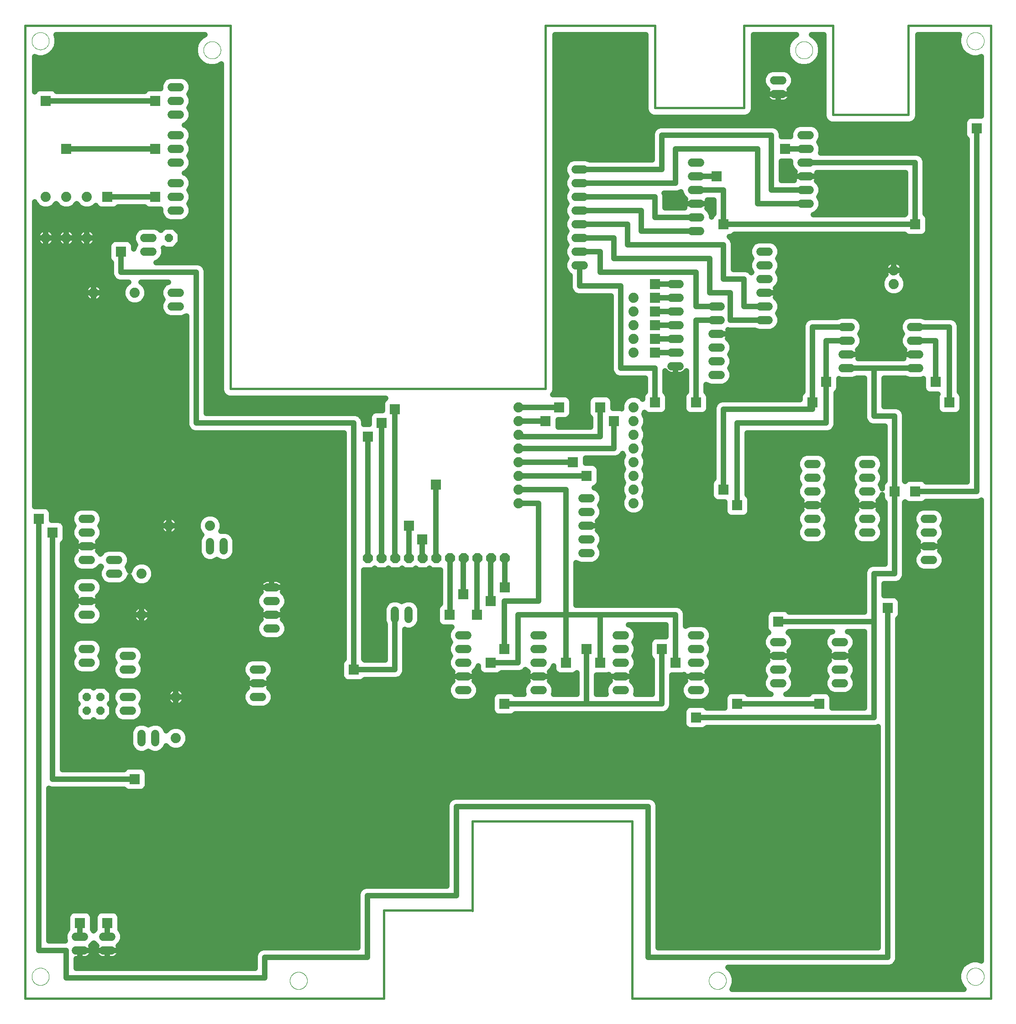
<source format=gtl>
G75*
%MOIN*%
%OFA0B0*%
%FSLAX25Y25*%
%IPPOS*%
%LPD*%
%AMOC8*
5,1,8,0,0,1.08239X$1,22.5*
%
%ADD10C,0.01600*%
%ADD11C,0.00000*%
%ADD12C,0.06000*%
%ADD13OC8,0.06000*%
%ADD14C,0.07400*%
%ADD15OC8,0.07400*%
%ADD16R,0.07677X0.07677*%
%ADD17C,0.04000*%
D10*
X0018000Y0023000D02*
X0279811Y0023000D01*
X0279811Y0087449D01*
X0344535Y0087449D01*
X0344535Y0152291D01*
X0461307Y0152291D01*
X0461307Y0023000D01*
X0723118Y0023000D01*
X0723118Y0733118D01*
X0663000Y0733118D01*
X0663000Y0668000D01*
X0608000Y0668000D01*
X0608000Y0733118D01*
X0543000Y0733118D01*
X0543000Y0673000D01*
X0478000Y0673000D01*
X0478000Y0733118D01*
X0398000Y0733118D01*
X0398000Y0468000D01*
X0168000Y0468000D01*
X0168000Y0733118D01*
X0018000Y0733118D01*
X0018000Y0023000D01*
X0344535Y0087055D02*
X0344535Y0087449D01*
D11*
X0211229Y0036071D02*
X0211231Y0036229D01*
X0211237Y0036387D01*
X0211247Y0036545D01*
X0211261Y0036703D01*
X0211279Y0036860D01*
X0211300Y0037017D01*
X0211326Y0037173D01*
X0211356Y0037329D01*
X0211389Y0037484D01*
X0211427Y0037637D01*
X0211468Y0037790D01*
X0211513Y0037942D01*
X0211562Y0038093D01*
X0211615Y0038242D01*
X0211671Y0038390D01*
X0211731Y0038536D01*
X0211795Y0038681D01*
X0211863Y0038824D01*
X0211934Y0038966D01*
X0212008Y0039106D01*
X0212086Y0039243D01*
X0212168Y0039379D01*
X0212252Y0039513D01*
X0212341Y0039644D01*
X0212432Y0039773D01*
X0212527Y0039900D01*
X0212624Y0040025D01*
X0212725Y0040147D01*
X0212829Y0040266D01*
X0212936Y0040383D01*
X0213046Y0040497D01*
X0213159Y0040608D01*
X0213274Y0040717D01*
X0213392Y0040822D01*
X0213513Y0040924D01*
X0213636Y0041024D01*
X0213762Y0041120D01*
X0213890Y0041213D01*
X0214020Y0041303D01*
X0214153Y0041389D01*
X0214288Y0041473D01*
X0214424Y0041552D01*
X0214563Y0041629D01*
X0214704Y0041701D01*
X0214846Y0041771D01*
X0214990Y0041836D01*
X0215136Y0041898D01*
X0215283Y0041956D01*
X0215432Y0042011D01*
X0215582Y0042062D01*
X0215733Y0042109D01*
X0215885Y0042152D01*
X0216038Y0042191D01*
X0216193Y0042227D01*
X0216348Y0042258D01*
X0216504Y0042286D01*
X0216660Y0042310D01*
X0216817Y0042330D01*
X0216975Y0042346D01*
X0217132Y0042358D01*
X0217291Y0042366D01*
X0217449Y0042370D01*
X0217607Y0042370D01*
X0217765Y0042366D01*
X0217924Y0042358D01*
X0218081Y0042346D01*
X0218239Y0042330D01*
X0218396Y0042310D01*
X0218552Y0042286D01*
X0218708Y0042258D01*
X0218863Y0042227D01*
X0219018Y0042191D01*
X0219171Y0042152D01*
X0219323Y0042109D01*
X0219474Y0042062D01*
X0219624Y0042011D01*
X0219773Y0041956D01*
X0219920Y0041898D01*
X0220066Y0041836D01*
X0220210Y0041771D01*
X0220352Y0041701D01*
X0220493Y0041629D01*
X0220632Y0041552D01*
X0220768Y0041473D01*
X0220903Y0041389D01*
X0221036Y0041303D01*
X0221166Y0041213D01*
X0221294Y0041120D01*
X0221420Y0041024D01*
X0221543Y0040924D01*
X0221664Y0040822D01*
X0221782Y0040717D01*
X0221897Y0040608D01*
X0222010Y0040497D01*
X0222120Y0040383D01*
X0222227Y0040266D01*
X0222331Y0040147D01*
X0222432Y0040025D01*
X0222529Y0039900D01*
X0222624Y0039773D01*
X0222715Y0039644D01*
X0222804Y0039513D01*
X0222888Y0039379D01*
X0222970Y0039243D01*
X0223048Y0039106D01*
X0223122Y0038966D01*
X0223193Y0038824D01*
X0223261Y0038681D01*
X0223325Y0038536D01*
X0223385Y0038390D01*
X0223441Y0038242D01*
X0223494Y0038093D01*
X0223543Y0037942D01*
X0223588Y0037790D01*
X0223629Y0037637D01*
X0223667Y0037484D01*
X0223700Y0037329D01*
X0223730Y0037173D01*
X0223756Y0037017D01*
X0223777Y0036860D01*
X0223795Y0036703D01*
X0223809Y0036545D01*
X0223819Y0036387D01*
X0223825Y0036229D01*
X0223827Y0036071D01*
X0223825Y0035913D01*
X0223819Y0035755D01*
X0223809Y0035597D01*
X0223795Y0035439D01*
X0223777Y0035282D01*
X0223756Y0035125D01*
X0223730Y0034969D01*
X0223700Y0034813D01*
X0223667Y0034658D01*
X0223629Y0034505D01*
X0223588Y0034352D01*
X0223543Y0034200D01*
X0223494Y0034049D01*
X0223441Y0033900D01*
X0223385Y0033752D01*
X0223325Y0033606D01*
X0223261Y0033461D01*
X0223193Y0033318D01*
X0223122Y0033176D01*
X0223048Y0033036D01*
X0222970Y0032899D01*
X0222888Y0032763D01*
X0222804Y0032629D01*
X0222715Y0032498D01*
X0222624Y0032369D01*
X0222529Y0032242D01*
X0222432Y0032117D01*
X0222331Y0031995D01*
X0222227Y0031876D01*
X0222120Y0031759D01*
X0222010Y0031645D01*
X0221897Y0031534D01*
X0221782Y0031425D01*
X0221664Y0031320D01*
X0221543Y0031218D01*
X0221420Y0031118D01*
X0221294Y0031022D01*
X0221166Y0030929D01*
X0221036Y0030839D01*
X0220903Y0030753D01*
X0220768Y0030669D01*
X0220632Y0030590D01*
X0220493Y0030513D01*
X0220352Y0030441D01*
X0220210Y0030371D01*
X0220066Y0030306D01*
X0219920Y0030244D01*
X0219773Y0030186D01*
X0219624Y0030131D01*
X0219474Y0030080D01*
X0219323Y0030033D01*
X0219171Y0029990D01*
X0219018Y0029951D01*
X0218863Y0029915D01*
X0218708Y0029884D01*
X0218552Y0029856D01*
X0218396Y0029832D01*
X0218239Y0029812D01*
X0218081Y0029796D01*
X0217924Y0029784D01*
X0217765Y0029776D01*
X0217607Y0029772D01*
X0217449Y0029772D01*
X0217291Y0029776D01*
X0217132Y0029784D01*
X0216975Y0029796D01*
X0216817Y0029812D01*
X0216660Y0029832D01*
X0216504Y0029856D01*
X0216348Y0029884D01*
X0216193Y0029915D01*
X0216038Y0029951D01*
X0215885Y0029990D01*
X0215733Y0030033D01*
X0215582Y0030080D01*
X0215432Y0030131D01*
X0215283Y0030186D01*
X0215136Y0030244D01*
X0214990Y0030306D01*
X0214846Y0030371D01*
X0214704Y0030441D01*
X0214563Y0030513D01*
X0214424Y0030590D01*
X0214288Y0030669D01*
X0214153Y0030753D01*
X0214020Y0030839D01*
X0213890Y0030929D01*
X0213762Y0031022D01*
X0213636Y0031118D01*
X0213513Y0031218D01*
X0213392Y0031320D01*
X0213274Y0031425D01*
X0213159Y0031534D01*
X0213046Y0031645D01*
X0212936Y0031759D01*
X0212829Y0031876D01*
X0212725Y0031995D01*
X0212624Y0032117D01*
X0212527Y0032242D01*
X0212432Y0032369D01*
X0212341Y0032498D01*
X0212252Y0032629D01*
X0212168Y0032763D01*
X0212086Y0032899D01*
X0212008Y0033036D01*
X0211934Y0033176D01*
X0211863Y0033318D01*
X0211795Y0033461D01*
X0211731Y0033606D01*
X0211671Y0033752D01*
X0211615Y0033900D01*
X0211562Y0034049D01*
X0211513Y0034200D01*
X0211468Y0034352D01*
X0211427Y0034505D01*
X0211389Y0034658D01*
X0211356Y0034813D01*
X0211326Y0034969D01*
X0211300Y0035125D01*
X0211279Y0035282D01*
X0211261Y0035439D01*
X0211247Y0035597D01*
X0211237Y0035755D01*
X0211231Y0035913D01*
X0211229Y0036071D01*
X0022725Y0039024D02*
X0022727Y0039182D01*
X0022733Y0039340D01*
X0022743Y0039498D01*
X0022757Y0039656D01*
X0022775Y0039813D01*
X0022796Y0039970D01*
X0022822Y0040126D01*
X0022852Y0040282D01*
X0022885Y0040437D01*
X0022923Y0040590D01*
X0022964Y0040743D01*
X0023009Y0040895D01*
X0023058Y0041046D01*
X0023111Y0041195D01*
X0023167Y0041343D01*
X0023227Y0041489D01*
X0023291Y0041634D01*
X0023359Y0041777D01*
X0023430Y0041919D01*
X0023504Y0042059D01*
X0023582Y0042196D01*
X0023664Y0042332D01*
X0023748Y0042466D01*
X0023837Y0042597D01*
X0023928Y0042726D01*
X0024023Y0042853D01*
X0024120Y0042978D01*
X0024221Y0043100D01*
X0024325Y0043219D01*
X0024432Y0043336D01*
X0024542Y0043450D01*
X0024655Y0043561D01*
X0024770Y0043670D01*
X0024888Y0043775D01*
X0025009Y0043877D01*
X0025132Y0043977D01*
X0025258Y0044073D01*
X0025386Y0044166D01*
X0025516Y0044256D01*
X0025649Y0044342D01*
X0025784Y0044426D01*
X0025920Y0044505D01*
X0026059Y0044582D01*
X0026200Y0044654D01*
X0026342Y0044724D01*
X0026486Y0044789D01*
X0026632Y0044851D01*
X0026779Y0044909D01*
X0026928Y0044964D01*
X0027078Y0045015D01*
X0027229Y0045062D01*
X0027381Y0045105D01*
X0027534Y0045144D01*
X0027689Y0045180D01*
X0027844Y0045211D01*
X0028000Y0045239D01*
X0028156Y0045263D01*
X0028313Y0045283D01*
X0028471Y0045299D01*
X0028628Y0045311D01*
X0028787Y0045319D01*
X0028945Y0045323D01*
X0029103Y0045323D01*
X0029261Y0045319D01*
X0029420Y0045311D01*
X0029577Y0045299D01*
X0029735Y0045283D01*
X0029892Y0045263D01*
X0030048Y0045239D01*
X0030204Y0045211D01*
X0030359Y0045180D01*
X0030514Y0045144D01*
X0030667Y0045105D01*
X0030819Y0045062D01*
X0030970Y0045015D01*
X0031120Y0044964D01*
X0031269Y0044909D01*
X0031416Y0044851D01*
X0031562Y0044789D01*
X0031706Y0044724D01*
X0031848Y0044654D01*
X0031989Y0044582D01*
X0032128Y0044505D01*
X0032264Y0044426D01*
X0032399Y0044342D01*
X0032532Y0044256D01*
X0032662Y0044166D01*
X0032790Y0044073D01*
X0032916Y0043977D01*
X0033039Y0043877D01*
X0033160Y0043775D01*
X0033278Y0043670D01*
X0033393Y0043561D01*
X0033506Y0043450D01*
X0033616Y0043336D01*
X0033723Y0043219D01*
X0033827Y0043100D01*
X0033928Y0042978D01*
X0034025Y0042853D01*
X0034120Y0042726D01*
X0034211Y0042597D01*
X0034300Y0042466D01*
X0034384Y0042332D01*
X0034466Y0042196D01*
X0034544Y0042059D01*
X0034618Y0041919D01*
X0034689Y0041777D01*
X0034757Y0041634D01*
X0034821Y0041489D01*
X0034881Y0041343D01*
X0034937Y0041195D01*
X0034990Y0041046D01*
X0035039Y0040895D01*
X0035084Y0040743D01*
X0035125Y0040590D01*
X0035163Y0040437D01*
X0035196Y0040282D01*
X0035226Y0040126D01*
X0035252Y0039970D01*
X0035273Y0039813D01*
X0035291Y0039656D01*
X0035305Y0039498D01*
X0035315Y0039340D01*
X0035321Y0039182D01*
X0035323Y0039024D01*
X0035321Y0038866D01*
X0035315Y0038708D01*
X0035305Y0038550D01*
X0035291Y0038392D01*
X0035273Y0038235D01*
X0035252Y0038078D01*
X0035226Y0037922D01*
X0035196Y0037766D01*
X0035163Y0037611D01*
X0035125Y0037458D01*
X0035084Y0037305D01*
X0035039Y0037153D01*
X0034990Y0037002D01*
X0034937Y0036853D01*
X0034881Y0036705D01*
X0034821Y0036559D01*
X0034757Y0036414D01*
X0034689Y0036271D01*
X0034618Y0036129D01*
X0034544Y0035989D01*
X0034466Y0035852D01*
X0034384Y0035716D01*
X0034300Y0035582D01*
X0034211Y0035451D01*
X0034120Y0035322D01*
X0034025Y0035195D01*
X0033928Y0035070D01*
X0033827Y0034948D01*
X0033723Y0034829D01*
X0033616Y0034712D01*
X0033506Y0034598D01*
X0033393Y0034487D01*
X0033278Y0034378D01*
X0033160Y0034273D01*
X0033039Y0034171D01*
X0032916Y0034071D01*
X0032790Y0033975D01*
X0032662Y0033882D01*
X0032532Y0033792D01*
X0032399Y0033706D01*
X0032264Y0033622D01*
X0032128Y0033543D01*
X0031989Y0033466D01*
X0031848Y0033394D01*
X0031706Y0033324D01*
X0031562Y0033259D01*
X0031416Y0033197D01*
X0031269Y0033139D01*
X0031120Y0033084D01*
X0030970Y0033033D01*
X0030819Y0032986D01*
X0030667Y0032943D01*
X0030514Y0032904D01*
X0030359Y0032868D01*
X0030204Y0032837D01*
X0030048Y0032809D01*
X0029892Y0032785D01*
X0029735Y0032765D01*
X0029577Y0032749D01*
X0029420Y0032737D01*
X0029261Y0032729D01*
X0029103Y0032725D01*
X0028945Y0032725D01*
X0028787Y0032729D01*
X0028628Y0032737D01*
X0028471Y0032749D01*
X0028313Y0032765D01*
X0028156Y0032785D01*
X0028000Y0032809D01*
X0027844Y0032837D01*
X0027689Y0032868D01*
X0027534Y0032904D01*
X0027381Y0032943D01*
X0027229Y0032986D01*
X0027078Y0033033D01*
X0026928Y0033084D01*
X0026779Y0033139D01*
X0026632Y0033197D01*
X0026486Y0033259D01*
X0026342Y0033324D01*
X0026200Y0033394D01*
X0026059Y0033466D01*
X0025920Y0033543D01*
X0025784Y0033622D01*
X0025649Y0033706D01*
X0025516Y0033792D01*
X0025386Y0033882D01*
X0025258Y0033975D01*
X0025132Y0034071D01*
X0025009Y0034171D01*
X0024888Y0034273D01*
X0024770Y0034378D01*
X0024655Y0034487D01*
X0024542Y0034598D01*
X0024432Y0034712D01*
X0024325Y0034829D01*
X0024221Y0034948D01*
X0024120Y0035070D01*
X0024023Y0035195D01*
X0023928Y0035322D01*
X0023837Y0035451D01*
X0023748Y0035582D01*
X0023664Y0035716D01*
X0023582Y0035852D01*
X0023504Y0035989D01*
X0023430Y0036129D01*
X0023359Y0036271D01*
X0023291Y0036414D01*
X0023227Y0036559D01*
X0023167Y0036705D01*
X0023111Y0036853D01*
X0023058Y0037002D01*
X0023009Y0037153D01*
X0022964Y0037305D01*
X0022923Y0037458D01*
X0022885Y0037611D01*
X0022852Y0037766D01*
X0022822Y0037922D01*
X0022796Y0038078D01*
X0022775Y0038235D01*
X0022757Y0038392D01*
X0022743Y0038550D01*
X0022733Y0038708D01*
X0022727Y0038866D01*
X0022725Y0039024D01*
X0517252Y0036071D02*
X0517254Y0036229D01*
X0517260Y0036387D01*
X0517270Y0036545D01*
X0517284Y0036703D01*
X0517302Y0036860D01*
X0517323Y0037017D01*
X0517349Y0037173D01*
X0517379Y0037329D01*
X0517412Y0037484D01*
X0517450Y0037637D01*
X0517491Y0037790D01*
X0517536Y0037942D01*
X0517585Y0038093D01*
X0517638Y0038242D01*
X0517694Y0038390D01*
X0517754Y0038536D01*
X0517818Y0038681D01*
X0517886Y0038824D01*
X0517957Y0038966D01*
X0518031Y0039106D01*
X0518109Y0039243D01*
X0518191Y0039379D01*
X0518275Y0039513D01*
X0518364Y0039644D01*
X0518455Y0039773D01*
X0518550Y0039900D01*
X0518647Y0040025D01*
X0518748Y0040147D01*
X0518852Y0040266D01*
X0518959Y0040383D01*
X0519069Y0040497D01*
X0519182Y0040608D01*
X0519297Y0040717D01*
X0519415Y0040822D01*
X0519536Y0040924D01*
X0519659Y0041024D01*
X0519785Y0041120D01*
X0519913Y0041213D01*
X0520043Y0041303D01*
X0520176Y0041389D01*
X0520311Y0041473D01*
X0520447Y0041552D01*
X0520586Y0041629D01*
X0520727Y0041701D01*
X0520869Y0041771D01*
X0521013Y0041836D01*
X0521159Y0041898D01*
X0521306Y0041956D01*
X0521455Y0042011D01*
X0521605Y0042062D01*
X0521756Y0042109D01*
X0521908Y0042152D01*
X0522061Y0042191D01*
X0522216Y0042227D01*
X0522371Y0042258D01*
X0522527Y0042286D01*
X0522683Y0042310D01*
X0522840Y0042330D01*
X0522998Y0042346D01*
X0523155Y0042358D01*
X0523314Y0042366D01*
X0523472Y0042370D01*
X0523630Y0042370D01*
X0523788Y0042366D01*
X0523947Y0042358D01*
X0524104Y0042346D01*
X0524262Y0042330D01*
X0524419Y0042310D01*
X0524575Y0042286D01*
X0524731Y0042258D01*
X0524886Y0042227D01*
X0525041Y0042191D01*
X0525194Y0042152D01*
X0525346Y0042109D01*
X0525497Y0042062D01*
X0525647Y0042011D01*
X0525796Y0041956D01*
X0525943Y0041898D01*
X0526089Y0041836D01*
X0526233Y0041771D01*
X0526375Y0041701D01*
X0526516Y0041629D01*
X0526655Y0041552D01*
X0526791Y0041473D01*
X0526926Y0041389D01*
X0527059Y0041303D01*
X0527189Y0041213D01*
X0527317Y0041120D01*
X0527443Y0041024D01*
X0527566Y0040924D01*
X0527687Y0040822D01*
X0527805Y0040717D01*
X0527920Y0040608D01*
X0528033Y0040497D01*
X0528143Y0040383D01*
X0528250Y0040266D01*
X0528354Y0040147D01*
X0528455Y0040025D01*
X0528552Y0039900D01*
X0528647Y0039773D01*
X0528738Y0039644D01*
X0528827Y0039513D01*
X0528911Y0039379D01*
X0528993Y0039243D01*
X0529071Y0039106D01*
X0529145Y0038966D01*
X0529216Y0038824D01*
X0529284Y0038681D01*
X0529348Y0038536D01*
X0529408Y0038390D01*
X0529464Y0038242D01*
X0529517Y0038093D01*
X0529566Y0037942D01*
X0529611Y0037790D01*
X0529652Y0037637D01*
X0529690Y0037484D01*
X0529723Y0037329D01*
X0529753Y0037173D01*
X0529779Y0037017D01*
X0529800Y0036860D01*
X0529818Y0036703D01*
X0529832Y0036545D01*
X0529842Y0036387D01*
X0529848Y0036229D01*
X0529850Y0036071D01*
X0529848Y0035913D01*
X0529842Y0035755D01*
X0529832Y0035597D01*
X0529818Y0035439D01*
X0529800Y0035282D01*
X0529779Y0035125D01*
X0529753Y0034969D01*
X0529723Y0034813D01*
X0529690Y0034658D01*
X0529652Y0034505D01*
X0529611Y0034352D01*
X0529566Y0034200D01*
X0529517Y0034049D01*
X0529464Y0033900D01*
X0529408Y0033752D01*
X0529348Y0033606D01*
X0529284Y0033461D01*
X0529216Y0033318D01*
X0529145Y0033176D01*
X0529071Y0033036D01*
X0528993Y0032899D01*
X0528911Y0032763D01*
X0528827Y0032629D01*
X0528738Y0032498D01*
X0528647Y0032369D01*
X0528552Y0032242D01*
X0528455Y0032117D01*
X0528354Y0031995D01*
X0528250Y0031876D01*
X0528143Y0031759D01*
X0528033Y0031645D01*
X0527920Y0031534D01*
X0527805Y0031425D01*
X0527687Y0031320D01*
X0527566Y0031218D01*
X0527443Y0031118D01*
X0527317Y0031022D01*
X0527189Y0030929D01*
X0527059Y0030839D01*
X0526926Y0030753D01*
X0526791Y0030669D01*
X0526655Y0030590D01*
X0526516Y0030513D01*
X0526375Y0030441D01*
X0526233Y0030371D01*
X0526089Y0030306D01*
X0525943Y0030244D01*
X0525796Y0030186D01*
X0525647Y0030131D01*
X0525497Y0030080D01*
X0525346Y0030033D01*
X0525194Y0029990D01*
X0525041Y0029951D01*
X0524886Y0029915D01*
X0524731Y0029884D01*
X0524575Y0029856D01*
X0524419Y0029832D01*
X0524262Y0029812D01*
X0524104Y0029796D01*
X0523947Y0029784D01*
X0523788Y0029776D01*
X0523630Y0029772D01*
X0523472Y0029772D01*
X0523314Y0029776D01*
X0523155Y0029784D01*
X0522998Y0029796D01*
X0522840Y0029812D01*
X0522683Y0029832D01*
X0522527Y0029856D01*
X0522371Y0029884D01*
X0522216Y0029915D01*
X0522061Y0029951D01*
X0521908Y0029990D01*
X0521756Y0030033D01*
X0521605Y0030080D01*
X0521455Y0030131D01*
X0521306Y0030186D01*
X0521159Y0030244D01*
X0521013Y0030306D01*
X0520869Y0030371D01*
X0520727Y0030441D01*
X0520586Y0030513D01*
X0520447Y0030590D01*
X0520311Y0030669D01*
X0520176Y0030753D01*
X0520043Y0030839D01*
X0519913Y0030929D01*
X0519785Y0031022D01*
X0519659Y0031118D01*
X0519536Y0031218D01*
X0519415Y0031320D01*
X0519297Y0031425D01*
X0519182Y0031534D01*
X0519069Y0031645D01*
X0518959Y0031759D01*
X0518852Y0031876D01*
X0518748Y0031995D01*
X0518647Y0032117D01*
X0518550Y0032242D01*
X0518455Y0032369D01*
X0518364Y0032498D01*
X0518275Y0032629D01*
X0518191Y0032763D01*
X0518109Y0032899D01*
X0518031Y0033036D01*
X0517957Y0033176D01*
X0517886Y0033318D01*
X0517818Y0033461D01*
X0517754Y0033606D01*
X0517694Y0033752D01*
X0517638Y0033900D01*
X0517585Y0034049D01*
X0517536Y0034200D01*
X0517491Y0034352D01*
X0517450Y0034505D01*
X0517412Y0034658D01*
X0517379Y0034813D01*
X0517349Y0034969D01*
X0517323Y0035125D01*
X0517302Y0035282D01*
X0517284Y0035439D01*
X0517270Y0035597D01*
X0517260Y0035755D01*
X0517254Y0035913D01*
X0517252Y0036071D01*
X0705559Y0039024D02*
X0705561Y0039182D01*
X0705567Y0039340D01*
X0705577Y0039498D01*
X0705591Y0039656D01*
X0705609Y0039813D01*
X0705630Y0039970D01*
X0705656Y0040126D01*
X0705686Y0040282D01*
X0705719Y0040437D01*
X0705757Y0040590D01*
X0705798Y0040743D01*
X0705843Y0040895D01*
X0705892Y0041046D01*
X0705945Y0041195D01*
X0706001Y0041343D01*
X0706061Y0041489D01*
X0706125Y0041634D01*
X0706193Y0041777D01*
X0706264Y0041919D01*
X0706338Y0042059D01*
X0706416Y0042196D01*
X0706498Y0042332D01*
X0706582Y0042466D01*
X0706671Y0042597D01*
X0706762Y0042726D01*
X0706857Y0042853D01*
X0706954Y0042978D01*
X0707055Y0043100D01*
X0707159Y0043219D01*
X0707266Y0043336D01*
X0707376Y0043450D01*
X0707489Y0043561D01*
X0707604Y0043670D01*
X0707722Y0043775D01*
X0707843Y0043877D01*
X0707966Y0043977D01*
X0708092Y0044073D01*
X0708220Y0044166D01*
X0708350Y0044256D01*
X0708483Y0044342D01*
X0708618Y0044426D01*
X0708754Y0044505D01*
X0708893Y0044582D01*
X0709034Y0044654D01*
X0709176Y0044724D01*
X0709320Y0044789D01*
X0709466Y0044851D01*
X0709613Y0044909D01*
X0709762Y0044964D01*
X0709912Y0045015D01*
X0710063Y0045062D01*
X0710215Y0045105D01*
X0710368Y0045144D01*
X0710523Y0045180D01*
X0710678Y0045211D01*
X0710834Y0045239D01*
X0710990Y0045263D01*
X0711147Y0045283D01*
X0711305Y0045299D01*
X0711462Y0045311D01*
X0711621Y0045319D01*
X0711779Y0045323D01*
X0711937Y0045323D01*
X0712095Y0045319D01*
X0712254Y0045311D01*
X0712411Y0045299D01*
X0712569Y0045283D01*
X0712726Y0045263D01*
X0712882Y0045239D01*
X0713038Y0045211D01*
X0713193Y0045180D01*
X0713348Y0045144D01*
X0713501Y0045105D01*
X0713653Y0045062D01*
X0713804Y0045015D01*
X0713954Y0044964D01*
X0714103Y0044909D01*
X0714250Y0044851D01*
X0714396Y0044789D01*
X0714540Y0044724D01*
X0714682Y0044654D01*
X0714823Y0044582D01*
X0714962Y0044505D01*
X0715098Y0044426D01*
X0715233Y0044342D01*
X0715366Y0044256D01*
X0715496Y0044166D01*
X0715624Y0044073D01*
X0715750Y0043977D01*
X0715873Y0043877D01*
X0715994Y0043775D01*
X0716112Y0043670D01*
X0716227Y0043561D01*
X0716340Y0043450D01*
X0716450Y0043336D01*
X0716557Y0043219D01*
X0716661Y0043100D01*
X0716762Y0042978D01*
X0716859Y0042853D01*
X0716954Y0042726D01*
X0717045Y0042597D01*
X0717134Y0042466D01*
X0717218Y0042332D01*
X0717300Y0042196D01*
X0717378Y0042059D01*
X0717452Y0041919D01*
X0717523Y0041777D01*
X0717591Y0041634D01*
X0717655Y0041489D01*
X0717715Y0041343D01*
X0717771Y0041195D01*
X0717824Y0041046D01*
X0717873Y0040895D01*
X0717918Y0040743D01*
X0717959Y0040590D01*
X0717997Y0040437D01*
X0718030Y0040282D01*
X0718060Y0040126D01*
X0718086Y0039970D01*
X0718107Y0039813D01*
X0718125Y0039656D01*
X0718139Y0039498D01*
X0718149Y0039340D01*
X0718155Y0039182D01*
X0718157Y0039024D01*
X0718155Y0038866D01*
X0718149Y0038708D01*
X0718139Y0038550D01*
X0718125Y0038392D01*
X0718107Y0038235D01*
X0718086Y0038078D01*
X0718060Y0037922D01*
X0718030Y0037766D01*
X0717997Y0037611D01*
X0717959Y0037458D01*
X0717918Y0037305D01*
X0717873Y0037153D01*
X0717824Y0037002D01*
X0717771Y0036853D01*
X0717715Y0036705D01*
X0717655Y0036559D01*
X0717591Y0036414D01*
X0717523Y0036271D01*
X0717452Y0036129D01*
X0717378Y0035989D01*
X0717300Y0035852D01*
X0717218Y0035716D01*
X0717134Y0035582D01*
X0717045Y0035451D01*
X0716954Y0035322D01*
X0716859Y0035195D01*
X0716762Y0035070D01*
X0716661Y0034948D01*
X0716557Y0034829D01*
X0716450Y0034712D01*
X0716340Y0034598D01*
X0716227Y0034487D01*
X0716112Y0034378D01*
X0715994Y0034273D01*
X0715873Y0034171D01*
X0715750Y0034071D01*
X0715624Y0033975D01*
X0715496Y0033882D01*
X0715366Y0033792D01*
X0715233Y0033706D01*
X0715098Y0033622D01*
X0714962Y0033543D01*
X0714823Y0033466D01*
X0714682Y0033394D01*
X0714540Y0033324D01*
X0714396Y0033259D01*
X0714250Y0033197D01*
X0714103Y0033139D01*
X0713954Y0033084D01*
X0713804Y0033033D01*
X0713653Y0032986D01*
X0713501Y0032943D01*
X0713348Y0032904D01*
X0713193Y0032868D01*
X0713038Y0032837D01*
X0712882Y0032809D01*
X0712726Y0032785D01*
X0712569Y0032765D01*
X0712411Y0032749D01*
X0712254Y0032737D01*
X0712095Y0032729D01*
X0711937Y0032725D01*
X0711779Y0032725D01*
X0711621Y0032729D01*
X0711462Y0032737D01*
X0711305Y0032749D01*
X0711147Y0032765D01*
X0710990Y0032785D01*
X0710834Y0032809D01*
X0710678Y0032837D01*
X0710523Y0032868D01*
X0710368Y0032904D01*
X0710215Y0032943D01*
X0710063Y0032986D01*
X0709912Y0033033D01*
X0709762Y0033084D01*
X0709613Y0033139D01*
X0709466Y0033197D01*
X0709320Y0033259D01*
X0709176Y0033324D01*
X0709034Y0033394D01*
X0708893Y0033466D01*
X0708754Y0033543D01*
X0708618Y0033622D01*
X0708483Y0033706D01*
X0708350Y0033792D01*
X0708220Y0033882D01*
X0708092Y0033975D01*
X0707966Y0034071D01*
X0707843Y0034171D01*
X0707722Y0034273D01*
X0707604Y0034378D01*
X0707489Y0034487D01*
X0707376Y0034598D01*
X0707266Y0034712D01*
X0707159Y0034829D01*
X0707055Y0034948D01*
X0706954Y0035070D01*
X0706857Y0035195D01*
X0706762Y0035322D01*
X0706671Y0035451D01*
X0706582Y0035582D01*
X0706498Y0035716D01*
X0706416Y0035852D01*
X0706338Y0035989D01*
X0706264Y0036129D01*
X0706193Y0036271D01*
X0706125Y0036414D01*
X0706061Y0036559D01*
X0706001Y0036705D01*
X0705945Y0036853D01*
X0705892Y0037002D01*
X0705843Y0037153D01*
X0705798Y0037305D01*
X0705757Y0037458D01*
X0705719Y0037611D01*
X0705686Y0037766D01*
X0705656Y0037922D01*
X0705630Y0038078D01*
X0705609Y0038235D01*
X0705591Y0038392D01*
X0705577Y0038550D01*
X0705567Y0038708D01*
X0705561Y0038866D01*
X0705559Y0039024D01*
X0580402Y0715205D02*
X0580404Y0715363D01*
X0580410Y0715521D01*
X0580420Y0715679D01*
X0580434Y0715837D01*
X0580452Y0715994D01*
X0580473Y0716151D01*
X0580499Y0716307D01*
X0580529Y0716463D01*
X0580562Y0716618D01*
X0580600Y0716771D01*
X0580641Y0716924D01*
X0580686Y0717076D01*
X0580735Y0717227D01*
X0580788Y0717376D01*
X0580844Y0717524D01*
X0580904Y0717670D01*
X0580968Y0717815D01*
X0581036Y0717958D01*
X0581107Y0718100D01*
X0581181Y0718240D01*
X0581259Y0718377D01*
X0581341Y0718513D01*
X0581425Y0718647D01*
X0581514Y0718778D01*
X0581605Y0718907D01*
X0581700Y0719034D01*
X0581797Y0719159D01*
X0581898Y0719281D01*
X0582002Y0719400D01*
X0582109Y0719517D01*
X0582219Y0719631D01*
X0582332Y0719742D01*
X0582447Y0719851D01*
X0582565Y0719956D01*
X0582686Y0720058D01*
X0582809Y0720158D01*
X0582935Y0720254D01*
X0583063Y0720347D01*
X0583193Y0720437D01*
X0583326Y0720523D01*
X0583461Y0720607D01*
X0583597Y0720686D01*
X0583736Y0720763D01*
X0583877Y0720835D01*
X0584019Y0720905D01*
X0584163Y0720970D01*
X0584309Y0721032D01*
X0584456Y0721090D01*
X0584605Y0721145D01*
X0584755Y0721196D01*
X0584906Y0721243D01*
X0585058Y0721286D01*
X0585211Y0721325D01*
X0585366Y0721361D01*
X0585521Y0721392D01*
X0585677Y0721420D01*
X0585833Y0721444D01*
X0585990Y0721464D01*
X0586148Y0721480D01*
X0586305Y0721492D01*
X0586464Y0721500D01*
X0586622Y0721504D01*
X0586780Y0721504D01*
X0586938Y0721500D01*
X0587097Y0721492D01*
X0587254Y0721480D01*
X0587412Y0721464D01*
X0587569Y0721444D01*
X0587725Y0721420D01*
X0587881Y0721392D01*
X0588036Y0721361D01*
X0588191Y0721325D01*
X0588344Y0721286D01*
X0588496Y0721243D01*
X0588647Y0721196D01*
X0588797Y0721145D01*
X0588946Y0721090D01*
X0589093Y0721032D01*
X0589239Y0720970D01*
X0589383Y0720905D01*
X0589525Y0720835D01*
X0589666Y0720763D01*
X0589805Y0720686D01*
X0589941Y0720607D01*
X0590076Y0720523D01*
X0590209Y0720437D01*
X0590339Y0720347D01*
X0590467Y0720254D01*
X0590593Y0720158D01*
X0590716Y0720058D01*
X0590837Y0719956D01*
X0590955Y0719851D01*
X0591070Y0719742D01*
X0591183Y0719631D01*
X0591293Y0719517D01*
X0591400Y0719400D01*
X0591504Y0719281D01*
X0591605Y0719159D01*
X0591702Y0719034D01*
X0591797Y0718907D01*
X0591888Y0718778D01*
X0591977Y0718647D01*
X0592061Y0718513D01*
X0592143Y0718377D01*
X0592221Y0718240D01*
X0592295Y0718100D01*
X0592366Y0717958D01*
X0592434Y0717815D01*
X0592498Y0717670D01*
X0592558Y0717524D01*
X0592614Y0717376D01*
X0592667Y0717227D01*
X0592716Y0717076D01*
X0592761Y0716924D01*
X0592802Y0716771D01*
X0592840Y0716618D01*
X0592873Y0716463D01*
X0592903Y0716307D01*
X0592929Y0716151D01*
X0592950Y0715994D01*
X0592968Y0715837D01*
X0592982Y0715679D01*
X0592992Y0715521D01*
X0592998Y0715363D01*
X0593000Y0715205D01*
X0592998Y0715047D01*
X0592992Y0714889D01*
X0592982Y0714731D01*
X0592968Y0714573D01*
X0592950Y0714416D01*
X0592929Y0714259D01*
X0592903Y0714103D01*
X0592873Y0713947D01*
X0592840Y0713792D01*
X0592802Y0713639D01*
X0592761Y0713486D01*
X0592716Y0713334D01*
X0592667Y0713183D01*
X0592614Y0713034D01*
X0592558Y0712886D01*
X0592498Y0712740D01*
X0592434Y0712595D01*
X0592366Y0712452D01*
X0592295Y0712310D01*
X0592221Y0712170D01*
X0592143Y0712033D01*
X0592061Y0711897D01*
X0591977Y0711763D01*
X0591888Y0711632D01*
X0591797Y0711503D01*
X0591702Y0711376D01*
X0591605Y0711251D01*
X0591504Y0711129D01*
X0591400Y0711010D01*
X0591293Y0710893D01*
X0591183Y0710779D01*
X0591070Y0710668D01*
X0590955Y0710559D01*
X0590837Y0710454D01*
X0590716Y0710352D01*
X0590593Y0710252D01*
X0590467Y0710156D01*
X0590339Y0710063D01*
X0590209Y0709973D01*
X0590076Y0709887D01*
X0589941Y0709803D01*
X0589805Y0709724D01*
X0589666Y0709647D01*
X0589525Y0709575D01*
X0589383Y0709505D01*
X0589239Y0709440D01*
X0589093Y0709378D01*
X0588946Y0709320D01*
X0588797Y0709265D01*
X0588647Y0709214D01*
X0588496Y0709167D01*
X0588344Y0709124D01*
X0588191Y0709085D01*
X0588036Y0709049D01*
X0587881Y0709018D01*
X0587725Y0708990D01*
X0587569Y0708966D01*
X0587412Y0708946D01*
X0587254Y0708930D01*
X0587097Y0708918D01*
X0586938Y0708910D01*
X0586780Y0708906D01*
X0586622Y0708906D01*
X0586464Y0708910D01*
X0586305Y0708918D01*
X0586148Y0708930D01*
X0585990Y0708946D01*
X0585833Y0708966D01*
X0585677Y0708990D01*
X0585521Y0709018D01*
X0585366Y0709049D01*
X0585211Y0709085D01*
X0585058Y0709124D01*
X0584906Y0709167D01*
X0584755Y0709214D01*
X0584605Y0709265D01*
X0584456Y0709320D01*
X0584309Y0709378D01*
X0584163Y0709440D01*
X0584019Y0709505D01*
X0583877Y0709575D01*
X0583736Y0709647D01*
X0583597Y0709724D01*
X0583461Y0709803D01*
X0583326Y0709887D01*
X0583193Y0709973D01*
X0583063Y0710063D01*
X0582935Y0710156D01*
X0582809Y0710252D01*
X0582686Y0710352D01*
X0582565Y0710454D01*
X0582447Y0710559D01*
X0582332Y0710668D01*
X0582219Y0710779D01*
X0582109Y0710893D01*
X0582002Y0711010D01*
X0581898Y0711129D01*
X0581797Y0711251D01*
X0581700Y0711376D01*
X0581605Y0711503D01*
X0581514Y0711632D01*
X0581425Y0711763D01*
X0581341Y0711897D01*
X0581259Y0712033D01*
X0581181Y0712170D01*
X0581107Y0712310D01*
X0581036Y0712452D01*
X0580968Y0712595D01*
X0580904Y0712740D01*
X0580844Y0712886D01*
X0580788Y0713034D01*
X0580735Y0713183D01*
X0580686Y0713334D01*
X0580641Y0713486D01*
X0580600Y0713639D01*
X0580562Y0713792D01*
X0580529Y0713947D01*
X0580499Y0714103D01*
X0580473Y0714259D01*
X0580452Y0714416D01*
X0580434Y0714573D01*
X0580420Y0714731D01*
X0580410Y0714889D01*
X0580404Y0715047D01*
X0580402Y0715205D01*
X0705559Y0721858D02*
X0705561Y0722016D01*
X0705567Y0722174D01*
X0705577Y0722332D01*
X0705591Y0722490D01*
X0705609Y0722647D01*
X0705630Y0722804D01*
X0705656Y0722960D01*
X0705686Y0723116D01*
X0705719Y0723271D01*
X0705757Y0723424D01*
X0705798Y0723577D01*
X0705843Y0723729D01*
X0705892Y0723880D01*
X0705945Y0724029D01*
X0706001Y0724177D01*
X0706061Y0724323D01*
X0706125Y0724468D01*
X0706193Y0724611D01*
X0706264Y0724753D01*
X0706338Y0724893D01*
X0706416Y0725030D01*
X0706498Y0725166D01*
X0706582Y0725300D01*
X0706671Y0725431D01*
X0706762Y0725560D01*
X0706857Y0725687D01*
X0706954Y0725812D01*
X0707055Y0725934D01*
X0707159Y0726053D01*
X0707266Y0726170D01*
X0707376Y0726284D01*
X0707489Y0726395D01*
X0707604Y0726504D01*
X0707722Y0726609D01*
X0707843Y0726711D01*
X0707966Y0726811D01*
X0708092Y0726907D01*
X0708220Y0727000D01*
X0708350Y0727090D01*
X0708483Y0727176D01*
X0708618Y0727260D01*
X0708754Y0727339D01*
X0708893Y0727416D01*
X0709034Y0727488D01*
X0709176Y0727558D01*
X0709320Y0727623D01*
X0709466Y0727685D01*
X0709613Y0727743D01*
X0709762Y0727798D01*
X0709912Y0727849D01*
X0710063Y0727896D01*
X0710215Y0727939D01*
X0710368Y0727978D01*
X0710523Y0728014D01*
X0710678Y0728045D01*
X0710834Y0728073D01*
X0710990Y0728097D01*
X0711147Y0728117D01*
X0711305Y0728133D01*
X0711462Y0728145D01*
X0711621Y0728153D01*
X0711779Y0728157D01*
X0711937Y0728157D01*
X0712095Y0728153D01*
X0712254Y0728145D01*
X0712411Y0728133D01*
X0712569Y0728117D01*
X0712726Y0728097D01*
X0712882Y0728073D01*
X0713038Y0728045D01*
X0713193Y0728014D01*
X0713348Y0727978D01*
X0713501Y0727939D01*
X0713653Y0727896D01*
X0713804Y0727849D01*
X0713954Y0727798D01*
X0714103Y0727743D01*
X0714250Y0727685D01*
X0714396Y0727623D01*
X0714540Y0727558D01*
X0714682Y0727488D01*
X0714823Y0727416D01*
X0714962Y0727339D01*
X0715098Y0727260D01*
X0715233Y0727176D01*
X0715366Y0727090D01*
X0715496Y0727000D01*
X0715624Y0726907D01*
X0715750Y0726811D01*
X0715873Y0726711D01*
X0715994Y0726609D01*
X0716112Y0726504D01*
X0716227Y0726395D01*
X0716340Y0726284D01*
X0716450Y0726170D01*
X0716557Y0726053D01*
X0716661Y0725934D01*
X0716762Y0725812D01*
X0716859Y0725687D01*
X0716954Y0725560D01*
X0717045Y0725431D01*
X0717134Y0725300D01*
X0717218Y0725166D01*
X0717300Y0725030D01*
X0717378Y0724893D01*
X0717452Y0724753D01*
X0717523Y0724611D01*
X0717591Y0724468D01*
X0717655Y0724323D01*
X0717715Y0724177D01*
X0717771Y0724029D01*
X0717824Y0723880D01*
X0717873Y0723729D01*
X0717918Y0723577D01*
X0717959Y0723424D01*
X0717997Y0723271D01*
X0718030Y0723116D01*
X0718060Y0722960D01*
X0718086Y0722804D01*
X0718107Y0722647D01*
X0718125Y0722490D01*
X0718139Y0722332D01*
X0718149Y0722174D01*
X0718155Y0722016D01*
X0718157Y0721858D01*
X0718155Y0721700D01*
X0718149Y0721542D01*
X0718139Y0721384D01*
X0718125Y0721226D01*
X0718107Y0721069D01*
X0718086Y0720912D01*
X0718060Y0720756D01*
X0718030Y0720600D01*
X0717997Y0720445D01*
X0717959Y0720292D01*
X0717918Y0720139D01*
X0717873Y0719987D01*
X0717824Y0719836D01*
X0717771Y0719687D01*
X0717715Y0719539D01*
X0717655Y0719393D01*
X0717591Y0719248D01*
X0717523Y0719105D01*
X0717452Y0718963D01*
X0717378Y0718823D01*
X0717300Y0718686D01*
X0717218Y0718550D01*
X0717134Y0718416D01*
X0717045Y0718285D01*
X0716954Y0718156D01*
X0716859Y0718029D01*
X0716762Y0717904D01*
X0716661Y0717782D01*
X0716557Y0717663D01*
X0716450Y0717546D01*
X0716340Y0717432D01*
X0716227Y0717321D01*
X0716112Y0717212D01*
X0715994Y0717107D01*
X0715873Y0717005D01*
X0715750Y0716905D01*
X0715624Y0716809D01*
X0715496Y0716716D01*
X0715366Y0716626D01*
X0715233Y0716540D01*
X0715098Y0716456D01*
X0714962Y0716377D01*
X0714823Y0716300D01*
X0714682Y0716228D01*
X0714540Y0716158D01*
X0714396Y0716093D01*
X0714250Y0716031D01*
X0714103Y0715973D01*
X0713954Y0715918D01*
X0713804Y0715867D01*
X0713653Y0715820D01*
X0713501Y0715777D01*
X0713348Y0715738D01*
X0713193Y0715702D01*
X0713038Y0715671D01*
X0712882Y0715643D01*
X0712726Y0715619D01*
X0712569Y0715599D01*
X0712411Y0715583D01*
X0712254Y0715571D01*
X0712095Y0715563D01*
X0711937Y0715559D01*
X0711779Y0715559D01*
X0711621Y0715563D01*
X0711462Y0715571D01*
X0711305Y0715583D01*
X0711147Y0715599D01*
X0710990Y0715619D01*
X0710834Y0715643D01*
X0710678Y0715671D01*
X0710523Y0715702D01*
X0710368Y0715738D01*
X0710215Y0715777D01*
X0710063Y0715820D01*
X0709912Y0715867D01*
X0709762Y0715918D01*
X0709613Y0715973D01*
X0709466Y0716031D01*
X0709320Y0716093D01*
X0709176Y0716158D01*
X0709034Y0716228D01*
X0708893Y0716300D01*
X0708754Y0716377D01*
X0708618Y0716456D01*
X0708483Y0716540D01*
X0708350Y0716626D01*
X0708220Y0716716D01*
X0708092Y0716809D01*
X0707966Y0716905D01*
X0707843Y0717005D01*
X0707722Y0717107D01*
X0707604Y0717212D01*
X0707489Y0717321D01*
X0707376Y0717432D01*
X0707266Y0717546D01*
X0707159Y0717663D01*
X0707055Y0717782D01*
X0706954Y0717904D01*
X0706857Y0718029D01*
X0706762Y0718156D01*
X0706671Y0718285D01*
X0706582Y0718416D01*
X0706498Y0718550D01*
X0706416Y0718686D01*
X0706338Y0718823D01*
X0706264Y0718963D01*
X0706193Y0719105D01*
X0706125Y0719248D01*
X0706061Y0719393D01*
X0706001Y0719539D01*
X0705945Y0719687D01*
X0705892Y0719836D01*
X0705843Y0719987D01*
X0705798Y0720139D01*
X0705757Y0720292D01*
X0705719Y0720445D01*
X0705686Y0720600D01*
X0705656Y0720756D01*
X0705630Y0720912D01*
X0705609Y0721069D01*
X0705591Y0721226D01*
X0705577Y0721384D01*
X0705567Y0721542D01*
X0705561Y0721700D01*
X0705559Y0721858D01*
X0148118Y0715205D02*
X0148120Y0715363D01*
X0148126Y0715521D01*
X0148136Y0715679D01*
X0148150Y0715837D01*
X0148168Y0715994D01*
X0148189Y0716151D01*
X0148215Y0716307D01*
X0148245Y0716463D01*
X0148278Y0716618D01*
X0148316Y0716771D01*
X0148357Y0716924D01*
X0148402Y0717076D01*
X0148451Y0717227D01*
X0148504Y0717376D01*
X0148560Y0717524D01*
X0148620Y0717670D01*
X0148684Y0717815D01*
X0148752Y0717958D01*
X0148823Y0718100D01*
X0148897Y0718240D01*
X0148975Y0718377D01*
X0149057Y0718513D01*
X0149141Y0718647D01*
X0149230Y0718778D01*
X0149321Y0718907D01*
X0149416Y0719034D01*
X0149513Y0719159D01*
X0149614Y0719281D01*
X0149718Y0719400D01*
X0149825Y0719517D01*
X0149935Y0719631D01*
X0150048Y0719742D01*
X0150163Y0719851D01*
X0150281Y0719956D01*
X0150402Y0720058D01*
X0150525Y0720158D01*
X0150651Y0720254D01*
X0150779Y0720347D01*
X0150909Y0720437D01*
X0151042Y0720523D01*
X0151177Y0720607D01*
X0151313Y0720686D01*
X0151452Y0720763D01*
X0151593Y0720835D01*
X0151735Y0720905D01*
X0151879Y0720970D01*
X0152025Y0721032D01*
X0152172Y0721090D01*
X0152321Y0721145D01*
X0152471Y0721196D01*
X0152622Y0721243D01*
X0152774Y0721286D01*
X0152927Y0721325D01*
X0153082Y0721361D01*
X0153237Y0721392D01*
X0153393Y0721420D01*
X0153549Y0721444D01*
X0153706Y0721464D01*
X0153864Y0721480D01*
X0154021Y0721492D01*
X0154180Y0721500D01*
X0154338Y0721504D01*
X0154496Y0721504D01*
X0154654Y0721500D01*
X0154813Y0721492D01*
X0154970Y0721480D01*
X0155128Y0721464D01*
X0155285Y0721444D01*
X0155441Y0721420D01*
X0155597Y0721392D01*
X0155752Y0721361D01*
X0155907Y0721325D01*
X0156060Y0721286D01*
X0156212Y0721243D01*
X0156363Y0721196D01*
X0156513Y0721145D01*
X0156662Y0721090D01*
X0156809Y0721032D01*
X0156955Y0720970D01*
X0157099Y0720905D01*
X0157241Y0720835D01*
X0157382Y0720763D01*
X0157521Y0720686D01*
X0157657Y0720607D01*
X0157792Y0720523D01*
X0157925Y0720437D01*
X0158055Y0720347D01*
X0158183Y0720254D01*
X0158309Y0720158D01*
X0158432Y0720058D01*
X0158553Y0719956D01*
X0158671Y0719851D01*
X0158786Y0719742D01*
X0158899Y0719631D01*
X0159009Y0719517D01*
X0159116Y0719400D01*
X0159220Y0719281D01*
X0159321Y0719159D01*
X0159418Y0719034D01*
X0159513Y0718907D01*
X0159604Y0718778D01*
X0159693Y0718647D01*
X0159777Y0718513D01*
X0159859Y0718377D01*
X0159937Y0718240D01*
X0160011Y0718100D01*
X0160082Y0717958D01*
X0160150Y0717815D01*
X0160214Y0717670D01*
X0160274Y0717524D01*
X0160330Y0717376D01*
X0160383Y0717227D01*
X0160432Y0717076D01*
X0160477Y0716924D01*
X0160518Y0716771D01*
X0160556Y0716618D01*
X0160589Y0716463D01*
X0160619Y0716307D01*
X0160645Y0716151D01*
X0160666Y0715994D01*
X0160684Y0715837D01*
X0160698Y0715679D01*
X0160708Y0715521D01*
X0160714Y0715363D01*
X0160716Y0715205D01*
X0160714Y0715047D01*
X0160708Y0714889D01*
X0160698Y0714731D01*
X0160684Y0714573D01*
X0160666Y0714416D01*
X0160645Y0714259D01*
X0160619Y0714103D01*
X0160589Y0713947D01*
X0160556Y0713792D01*
X0160518Y0713639D01*
X0160477Y0713486D01*
X0160432Y0713334D01*
X0160383Y0713183D01*
X0160330Y0713034D01*
X0160274Y0712886D01*
X0160214Y0712740D01*
X0160150Y0712595D01*
X0160082Y0712452D01*
X0160011Y0712310D01*
X0159937Y0712170D01*
X0159859Y0712033D01*
X0159777Y0711897D01*
X0159693Y0711763D01*
X0159604Y0711632D01*
X0159513Y0711503D01*
X0159418Y0711376D01*
X0159321Y0711251D01*
X0159220Y0711129D01*
X0159116Y0711010D01*
X0159009Y0710893D01*
X0158899Y0710779D01*
X0158786Y0710668D01*
X0158671Y0710559D01*
X0158553Y0710454D01*
X0158432Y0710352D01*
X0158309Y0710252D01*
X0158183Y0710156D01*
X0158055Y0710063D01*
X0157925Y0709973D01*
X0157792Y0709887D01*
X0157657Y0709803D01*
X0157521Y0709724D01*
X0157382Y0709647D01*
X0157241Y0709575D01*
X0157099Y0709505D01*
X0156955Y0709440D01*
X0156809Y0709378D01*
X0156662Y0709320D01*
X0156513Y0709265D01*
X0156363Y0709214D01*
X0156212Y0709167D01*
X0156060Y0709124D01*
X0155907Y0709085D01*
X0155752Y0709049D01*
X0155597Y0709018D01*
X0155441Y0708990D01*
X0155285Y0708966D01*
X0155128Y0708946D01*
X0154970Y0708930D01*
X0154813Y0708918D01*
X0154654Y0708910D01*
X0154496Y0708906D01*
X0154338Y0708906D01*
X0154180Y0708910D01*
X0154021Y0708918D01*
X0153864Y0708930D01*
X0153706Y0708946D01*
X0153549Y0708966D01*
X0153393Y0708990D01*
X0153237Y0709018D01*
X0153082Y0709049D01*
X0152927Y0709085D01*
X0152774Y0709124D01*
X0152622Y0709167D01*
X0152471Y0709214D01*
X0152321Y0709265D01*
X0152172Y0709320D01*
X0152025Y0709378D01*
X0151879Y0709440D01*
X0151735Y0709505D01*
X0151593Y0709575D01*
X0151452Y0709647D01*
X0151313Y0709724D01*
X0151177Y0709803D01*
X0151042Y0709887D01*
X0150909Y0709973D01*
X0150779Y0710063D01*
X0150651Y0710156D01*
X0150525Y0710252D01*
X0150402Y0710352D01*
X0150281Y0710454D01*
X0150163Y0710559D01*
X0150048Y0710668D01*
X0149935Y0710779D01*
X0149825Y0710893D01*
X0149718Y0711010D01*
X0149614Y0711129D01*
X0149513Y0711251D01*
X0149416Y0711376D01*
X0149321Y0711503D01*
X0149230Y0711632D01*
X0149141Y0711763D01*
X0149057Y0711897D01*
X0148975Y0712033D01*
X0148897Y0712170D01*
X0148823Y0712310D01*
X0148752Y0712452D01*
X0148684Y0712595D01*
X0148620Y0712740D01*
X0148560Y0712886D01*
X0148504Y0713034D01*
X0148451Y0713183D01*
X0148402Y0713334D01*
X0148357Y0713486D01*
X0148316Y0713639D01*
X0148278Y0713792D01*
X0148245Y0713947D01*
X0148215Y0714103D01*
X0148189Y0714259D01*
X0148168Y0714416D01*
X0148150Y0714573D01*
X0148136Y0714731D01*
X0148126Y0714889D01*
X0148120Y0715047D01*
X0148118Y0715205D01*
X0022725Y0721858D02*
X0022727Y0722016D01*
X0022733Y0722174D01*
X0022743Y0722332D01*
X0022757Y0722490D01*
X0022775Y0722647D01*
X0022796Y0722804D01*
X0022822Y0722960D01*
X0022852Y0723116D01*
X0022885Y0723271D01*
X0022923Y0723424D01*
X0022964Y0723577D01*
X0023009Y0723729D01*
X0023058Y0723880D01*
X0023111Y0724029D01*
X0023167Y0724177D01*
X0023227Y0724323D01*
X0023291Y0724468D01*
X0023359Y0724611D01*
X0023430Y0724753D01*
X0023504Y0724893D01*
X0023582Y0725030D01*
X0023664Y0725166D01*
X0023748Y0725300D01*
X0023837Y0725431D01*
X0023928Y0725560D01*
X0024023Y0725687D01*
X0024120Y0725812D01*
X0024221Y0725934D01*
X0024325Y0726053D01*
X0024432Y0726170D01*
X0024542Y0726284D01*
X0024655Y0726395D01*
X0024770Y0726504D01*
X0024888Y0726609D01*
X0025009Y0726711D01*
X0025132Y0726811D01*
X0025258Y0726907D01*
X0025386Y0727000D01*
X0025516Y0727090D01*
X0025649Y0727176D01*
X0025784Y0727260D01*
X0025920Y0727339D01*
X0026059Y0727416D01*
X0026200Y0727488D01*
X0026342Y0727558D01*
X0026486Y0727623D01*
X0026632Y0727685D01*
X0026779Y0727743D01*
X0026928Y0727798D01*
X0027078Y0727849D01*
X0027229Y0727896D01*
X0027381Y0727939D01*
X0027534Y0727978D01*
X0027689Y0728014D01*
X0027844Y0728045D01*
X0028000Y0728073D01*
X0028156Y0728097D01*
X0028313Y0728117D01*
X0028471Y0728133D01*
X0028628Y0728145D01*
X0028787Y0728153D01*
X0028945Y0728157D01*
X0029103Y0728157D01*
X0029261Y0728153D01*
X0029420Y0728145D01*
X0029577Y0728133D01*
X0029735Y0728117D01*
X0029892Y0728097D01*
X0030048Y0728073D01*
X0030204Y0728045D01*
X0030359Y0728014D01*
X0030514Y0727978D01*
X0030667Y0727939D01*
X0030819Y0727896D01*
X0030970Y0727849D01*
X0031120Y0727798D01*
X0031269Y0727743D01*
X0031416Y0727685D01*
X0031562Y0727623D01*
X0031706Y0727558D01*
X0031848Y0727488D01*
X0031989Y0727416D01*
X0032128Y0727339D01*
X0032264Y0727260D01*
X0032399Y0727176D01*
X0032532Y0727090D01*
X0032662Y0727000D01*
X0032790Y0726907D01*
X0032916Y0726811D01*
X0033039Y0726711D01*
X0033160Y0726609D01*
X0033278Y0726504D01*
X0033393Y0726395D01*
X0033506Y0726284D01*
X0033616Y0726170D01*
X0033723Y0726053D01*
X0033827Y0725934D01*
X0033928Y0725812D01*
X0034025Y0725687D01*
X0034120Y0725560D01*
X0034211Y0725431D01*
X0034300Y0725300D01*
X0034384Y0725166D01*
X0034466Y0725030D01*
X0034544Y0724893D01*
X0034618Y0724753D01*
X0034689Y0724611D01*
X0034757Y0724468D01*
X0034821Y0724323D01*
X0034881Y0724177D01*
X0034937Y0724029D01*
X0034990Y0723880D01*
X0035039Y0723729D01*
X0035084Y0723577D01*
X0035125Y0723424D01*
X0035163Y0723271D01*
X0035196Y0723116D01*
X0035226Y0722960D01*
X0035252Y0722804D01*
X0035273Y0722647D01*
X0035291Y0722490D01*
X0035305Y0722332D01*
X0035315Y0722174D01*
X0035321Y0722016D01*
X0035323Y0721858D01*
X0035321Y0721700D01*
X0035315Y0721542D01*
X0035305Y0721384D01*
X0035291Y0721226D01*
X0035273Y0721069D01*
X0035252Y0720912D01*
X0035226Y0720756D01*
X0035196Y0720600D01*
X0035163Y0720445D01*
X0035125Y0720292D01*
X0035084Y0720139D01*
X0035039Y0719987D01*
X0034990Y0719836D01*
X0034937Y0719687D01*
X0034881Y0719539D01*
X0034821Y0719393D01*
X0034757Y0719248D01*
X0034689Y0719105D01*
X0034618Y0718963D01*
X0034544Y0718823D01*
X0034466Y0718686D01*
X0034384Y0718550D01*
X0034300Y0718416D01*
X0034211Y0718285D01*
X0034120Y0718156D01*
X0034025Y0718029D01*
X0033928Y0717904D01*
X0033827Y0717782D01*
X0033723Y0717663D01*
X0033616Y0717546D01*
X0033506Y0717432D01*
X0033393Y0717321D01*
X0033278Y0717212D01*
X0033160Y0717107D01*
X0033039Y0717005D01*
X0032916Y0716905D01*
X0032790Y0716809D01*
X0032662Y0716716D01*
X0032532Y0716626D01*
X0032399Y0716540D01*
X0032264Y0716456D01*
X0032128Y0716377D01*
X0031989Y0716300D01*
X0031848Y0716228D01*
X0031706Y0716158D01*
X0031562Y0716093D01*
X0031416Y0716031D01*
X0031269Y0715973D01*
X0031120Y0715918D01*
X0030970Y0715867D01*
X0030819Y0715820D01*
X0030667Y0715777D01*
X0030514Y0715738D01*
X0030359Y0715702D01*
X0030204Y0715671D01*
X0030048Y0715643D01*
X0029892Y0715619D01*
X0029735Y0715599D01*
X0029577Y0715583D01*
X0029420Y0715571D01*
X0029261Y0715563D01*
X0029103Y0715559D01*
X0028945Y0715559D01*
X0028787Y0715563D01*
X0028628Y0715571D01*
X0028471Y0715583D01*
X0028313Y0715599D01*
X0028156Y0715619D01*
X0028000Y0715643D01*
X0027844Y0715671D01*
X0027689Y0715702D01*
X0027534Y0715738D01*
X0027381Y0715777D01*
X0027229Y0715820D01*
X0027078Y0715867D01*
X0026928Y0715918D01*
X0026779Y0715973D01*
X0026632Y0716031D01*
X0026486Y0716093D01*
X0026342Y0716158D01*
X0026200Y0716228D01*
X0026059Y0716300D01*
X0025920Y0716377D01*
X0025784Y0716456D01*
X0025649Y0716540D01*
X0025516Y0716626D01*
X0025386Y0716716D01*
X0025258Y0716809D01*
X0025132Y0716905D01*
X0025009Y0717005D01*
X0024888Y0717107D01*
X0024770Y0717212D01*
X0024655Y0717321D01*
X0024542Y0717432D01*
X0024432Y0717546D01*
X0024325Y0717663D01*
X0024221Y0717782D01*
X0024120Y0717904D01*
X0024023Y0718029D01*
X0023928Y0718156D01*
X0023837Y0718285D01*
X0023748Y0718416D01*
X0023664Y0718550D01*
X0023582Y0718686D01*
X0023504Y0718823D01*
X0023430Y0718963D01*
X0023359Y0719105D01*
X0023291Y0719248D01*
X0023227Y0719393D01*
X0023167Y0719539D01*
X0023111Y0719687D01*
X0023058Y0719836D01*
X0023009Y0719987D01*
X0022964Y0720139D01*
X0022923Y0720292D01*
X0022885Y0720445D01*
X0022852Y0720600D01*
X0022822Y0720756D01*
X0022796Y0720912D01*
X0022775Y0721069D01*
X0022757Y0721226D01*
X0022743Y0721384D01*
X0022733Y0721542D01*
X0022727Y0721700D01*
X0022725Y0721858D01*
D12*
X0125000Y0688000D02*
X0131000Y0688000D01*
X0131000Y0678000D02*
X0125000Y0678000D01*
X0125000Y0668000D02*
X0131000Y0668000D01*
X0131000Y0653000D02*
X0125000Y0653000D01*
X0125000Y0643000D02*
X0131000Y0643000D01*
X0131000Y0633000D02*
X0125000Y0633000D01*
X0125000Y0618000D02*
X0131000Y0618000D01*
X0131000Y0608000D02*
X0125000Y0608000D01*
X0125000Y0598000D02*
X0131000Y0598000D01*
X0111000Y0578000D02*
X0105000Y0578000D01*
X0105000Y0568000D02*
X0111000Y0568000D01*
X0125000Y0538000D02*
X0131000Y0538000D01*
X0131000Y0528000D02*
X0125000Y0528000D01*
X0066000Y0373000D02*
X0060000Y0373000D01*
X0060000Y0363000D02*
X0066000Y0363000D01*
X0066000Y0353000D02*
X0060000Y0353000D01*
X0060000Y0343000D02*
X0066000Y0343000D01*
X0080000Y0343000D02*
X0086000Y0343000D01*
X0086000Y0333000D02*
X0080000Y0333000D01*
X0066000Y0323000D02*
X0060000Y0323000D01*
X0060000Y0313000D02*
X0066000Y0313000D01*
X0066000Y0303000D02*
X0060000Y0303000D01*
X0060000Y0278000D02*
X0066000Y0278000D01*
X0066000Y0268000D02*
X0060000Y0268000D01*
X0090000Y0263000D02*
X0096000Y0263000D01*
X0096000Y0273000D02*
X0090000Y0273000D01*
X0090000Y0243000D02*
X0096000Y0243000D01*
X0096000Y0233000D02*
X0090000Y0233000D01*
X0103000Y0216000D02*
X0103000Y0210000D01*
X0113000Y0210000D02*
X0113000Y0216000D01*
X0185000Y0243000D02*
X0191000Y0243000D01*
X0191000Y0253000D02*
X0185000Y0253000D01*
X0185000Y0263000D02*
X0191000Y0263000D01*
X0195000Y0293000D02*
X0201000Y0293000D01*
X0201000Y0303000D02*
X0195000Y0303000D01*
X0195000Y0313000D02*
X0201000Y0313000D01*
X0201000Y0323000D02*
X0195000Y0323000D01*
X0163000Y0350000D02*
X0163000Y0356000D01*
X0153000Y0356000D02*
X0153000Y0350000D01*
X0288000Y0306000D02*
X0288000Y0300000D01*
X0298000Y0300000D02*
X0298000Y0306000D01*
X0335000Y0288000D02*
X0341000Y0288000D01*
X0341000Y0278000D02*
X0335000Y0278000D01*
X0335000Y0268000D02*
X0341000Y0268000D01*
X0341000Y0258000D02*
X0335000Y0258000D01*
X0335000Y0248000D02*
X0341000Y0248000D01*
X0390000Y0248000D02*
X0396000Y0248000D01*
X0396000Y0258000D02*
X0390000Y0258000D01*
X0390000Y0268000D02*
X0396000Y0268000D01*
X0396000Y0278000D02*
X0390000Y0278000D01*
X0390000Y0288000D02*
X0396000Y0288000D01*
X0450000Y0288000D02*
X0456000Y0288000D01*
X0456000Y0278000D02*
X0450000Y0278000D01*
X0450000Y0268000D02*
X0456000Y0268000D01*
X0456000Y0258000D02*
X0450000Y0258000D01*
X0450000Y0248000D02*
X0456000Y0248000D01*
X0505000Y0248000D02*
X0511000Y0248000D01*
X0511000Y0258000D02*
X0505000Y0258000D01*
X0505000Y0268000D02*
X0511000Y0268000D01*
X0511000Y0278000D02*
X0505000Y0278000D01*
X0505000Y0288000D02*
X0511000Y0288000D01*
X0565000Y0283000D02*
X0571000Y0283000D01*
X0571000Y0273000D02*
X0565000Y0273000D01*
X0565000Y0263000D02*
X0571000Y0263000D01*
X0571000Y0253000D02*
X0565000Y0253000D01*
X0610000Y0253000D02*
X0616000Y0253000D01*
X0616000Y0263000D02*
X0610000Y0263000D01*
X0610000Y0273000D02*
X0616000Y0273000D01*
X0616000Y0283000D02*
X0610000Y0283000D01*
X0675000Y0343000D02*
X0681000Y0343000D01*
X0681000Y0353000D02*
X0675000Y0353000D01*
X0675000Y0363000D02*
X0681000Y0363000D01*
X0681000Y0373000D02*
X0675000Y0373000D01*
X0636000Y0373000D02*
X0630000Y0373000D01*
X0630000Y0363000D02*
X0636000Y0363000D01*
X0636000Y0383000D02*
X0630000Y0383000D01*
X0630000Y0393000D02*
X0636000Y0393000D01*
X0636000Y0403000D02*
X0630000Y0403000D01*
X0630000Y0413000D02*
X0636000Y0413000D01*
X0596000Y0413000D02*
X0590000Y0413000D01*
X0590000Y0403000D02*
X0596000Y0403000D01*
X0596000Y0393000D02*
X0590000Y0393000D01*
X0590000Y0383000D02*
X0596000Y0383000D01*
X0596000Y0373000D02*
X0590000Y0373000D01*
X0590000Y0363000D02*
X0596000Y0363000D01*
X0526000Y0478000D02*
X0520000Y0478000D01*
X0520000Y0488000D02*
X0526000Y0488000D01*
X0526000Y0498000D02*
X0520000Y0498000D01*
X0520000Y0508000D02*
X0526000Y0508000D01*
X0526000Y0518000D02*
X0520000Y0518000D01*
X0520000Y0528000D02*
X0526000Y0528000D01*
X0555000Y0528000D02*
X0561000Y0528000D01*
X0561000Y0538000D02*
X0555000Y0538000D01*
X0555000Y0548000D02*
X0561000Y0548000D01*
X0561000Y0558000D02*
X0555000Y0558000D01*
X0555000Y0568000D02*
X0561000Y0568000D01*
X0585000Y0603000D02*
X0591000Y0603000D01*
X0591000Y0613000D02*
X0585000Y0613000D01*
X0585000Y0623000D02*
X0591000Y0623000D01*
X0591000Y0633000D02*
X0585000Y0633000D01*
X0585000Y0643000D02*
X0591000Y0643000D01*
X0591000Y0653000D02*
X0585000Y0653000D01*
X0571000Y0683000D02*
X0565000Y0683000D01*
X0565000Y0693000D02*
X0571000Y0693000D01*
X0511000Y0633000D02*
X0505000Y0633000D01*
X0505000Y0623000D02*
X0511000Y0623000D01*
X0511000Y0613000D02*
X0505000Y0613000D01*
X0505000Y0603000D02*
X0511000Y0603000D01*
X0511000Y0593000D02*
X0505000Y0593000D01*
X0505000Y0583000D02*
X0511000Y0583000D01*
X0496000Y0544535D02*
X0490000Y0544535D01*
X0490000Y0534535D02*
X0496000Y0534535D01*
X0496000Y0524535D02*
X0490000Y0524535D01*
X0490000Y0514535D02*
X0496000Y0514535D01*
X0496000Y0504535D02*
X0490000Y0504535D01*
X0490000Y0494535D02*
X0496000Y0494535D01*
X0496000Y0484535D02*
X0490000Y0484535D01*
X0555000Y0518000D02*
X0561000Y0518000D01*
X0615000Y0513000D02*
X0621000Y0513000D01*
X0621000Y0503000D02*
X0615000Y0503000D01*
X0615000Y0493000D02*
X0621000Y0493000D01*
X0621000Y0483000D02*
X0615000Y0483000D01*
X0665000Y0483000D02*
X0671000Y0483000D01*
X0671000Y0493000D02*
X0665000Y0493000D01*
X0665000Y0503000D02*
X0671000Y0503000D01*
X0671000Y0513000D02*
X0665000Y0513000D01*
X0431000Y0388000D02*
X0425000Y0388000D01*
X0425000Y0378000D02*
X0431000Y0378000D01*
X0431000Y0368000D02*
X0425000Y0368000D01*
X0425000Y0358000D02*
X0431000Y0358000D01*
X0431000Y0348000D02*
X0425000Y0348000D01*
X0426000Y0558000D02*
X0420000Y0558000D01*
X0420000Y0568000D02*
X0426000Y0568000D01*
X0426000Y0578000D02*
X0420000Y0578000D01*
X0420000Y0588000D02*
X0426000Y0588000D01*
X0426000Y0598000D02*
X0420000Y0598000D01*
X0420000Y0608000D02*
X0426000Y0608000D01*
X0426000Y0618000D02*
X0420000Y0618000D01*
X0420000Y0628000D02*
X0426000Y0628000D01*
X0081000Y0068000D02*
X0075000Y0068000D01*
X0075000Y0058000D02*
X0081000Y0058000D01*
X0061000Y0058000D02*
X0055000Y0058000D01*
X0055000Y0068000D02*
X0061000Y0068000D01*
D13*
X0063000Y0233000D03*
X0063000Y0243000D03*
X0073000Y0243000D03*
X0073000Y0233000D03*
X0123000Y0578000D03*
D14*
X0098000Y0538000D03*
X0068000Y0538000D03*
X0063000Y0578000D03*
X0048000Y0578000D03*
X0033000Y0578000D03*
X0033000Y0608000D03*
X0048000Y0608000D03*
X0063000Y0608000D03*
X0123000Y0368000D03*
X0153000Y0368000D03*
X0103000Y0333000D03*
X0103000Y0303000D03*
X0128000Y0243000D03*
X0128000Y0213000D03*
X0378354Y0384534D03*
X0378354Y0394534D03*
X0378354Y0404534D03*
X0378354Y0414534D03*
X0378354Y0424534D03*
X0378354Y0434534D03*
X0378354Y0444534D03*
X0378354Y0454534D03*
X0462331Y0454535D03*
X0462331Y0444535D03*
X0462331Y0434535D03*
X0462331Y0424535D03*
X0462331Y0414535D03*
X0462331Y0404535D03*
X0462331Y0394535D03*
X0462331Y0384535D03*
X0462331Y0494535D03*
X0462331Y0504535D03*
X0462331Y0514535D03*
X0462331Y0524535D03*
X0462331Y0534535D03*
X0652331Y0544535D03*
X0652331Y0554535D03*
D15*
X0368354Y0344534D03*
X0358354Y0344534D03*
X0348354Y0344534D03*
X0338354Y0344534D03*
X0328354Y0344534D03*
X0318354Y0344534D03*
X0308354Y0344534D03*
X0298354Y0344534D03*
X0288354Y0344534D03*
X0278354Y0344534D03*
X0268354Y0344534D03*
D16*
X0298354Y0368000D03*
X0308000Y0358000D03*
X0318000Y0398000D03*
X0278354Y0443000D03*
X0268354Y0433000D03*
X0288000Y0453000D03*
X0398000Y0444534D03*
X0408000Y0454534D03*
X0438000Y0454535D03*
X0448000Y0444535D03*
X0478000Y0458000D03*
X0508000Y0458000D03*
X0478000Y0494535D03*
X0478000Y0504535D03*
X0478000Y0514535D03*
X0478000Y0524535D03*
X0478000Y0534535D03*
X0478000Y0544535D03*
X0528000Y0588000D03*
X0523000Y0623000D03*
X0573000Y0643000D03*
X0628000Y0613000D03*
X0668000Y0588000D03*
X0608000Y0553000D03*
X0603000Y0473000D03*
X0593000Y0458000D03*
X0653000Y0393000D03*
X0668000Y0393000D03*
X0693000Y0458000D03*
X0683000Y0473000D03*
X0538000Y0383000D03*
X0528000Y0394535D03*
X0538000Y0333000D03*
X0568000Y0298000D03*
X0538000Y0238000D03*
X0508000Y0228000D03*
X0493000Y0268000D03*
X0483000Y0278000D03*
X0468000Y0293000D03*
X0438000Y0268000D03*
X0428000Y0278000D03*
X0413000Y0268000D03*
X0368000Y0278000D03*
X0358000Y0268000D03*
X0368000Y0238000D03*
X0348000Y0303000D03*
X0358000Y0313000D03*
X0368354Y0323000D03*
X0338000Y0318000D03*
X0328000Y0303000D03*
X0303000Y0273000D03*
X0258000Y0263000D03*
X0253000Y0188000D03*
X0143000Y0153000D03*
X0098000Y0183000D03*
X0078000Y0078000D03*
X0058000Y0078000D03*
X0038000Y0363000D03*
X0028000Y0373000D03*
X0078000Y0463000D03*
X0088000Y0568000D03*
X0078000Y0608000D03*
X0113000Y0608000D03*
X0113000Y0643000D03*
X0113000Y0678000D03*
X0048000Y0643000D03*
X0033000Y0678000D03*
X0418000Y0414534D03*
X0428000Y0404534D03*
X0598000Y0238000D03*
X0648000Y0308000D03*
X0703000Y0238000D03*
X0563000Y0158000D03*
X0713000Y0658000D03*
X0563000Y0713000D03*
D17*
X0574402Y0715744D02*
X0549800Y0715744D01*
X0549800Y0719742D02*
X0575184Y0719742D01*
X0575240Y0719952D02*
X0574402Y0716824D01*
X0574402Y0713585D01*
X0575240Y0710457D01*
X0576859Y0707653D01*
X0579149Y0705363D01*
X0581953Y0703744D01*
X0585082Y0702906D01*
X0588320Y0702906D01*
X0591448Y0703744D01*
X0594253Y0705363D01*
X0596543Y0707653D01*
X0598162Y0710457D01*
X0599000Y0713585D01*
X0599000Y0716824D01*
X0598162Y0719952D01*
X0596543Y0722757D01*
X0594253Y0725047D01*
X0592050Y0726318D01*
X0601200Y0726318D01*
X0601200Y0666647D01*
X0602235Y0664148D01*
X0604148Y0662235D01*
X0606647Y0661200D01*
X0664353Y0661200D01*
X0666852Y0662235D01*
X0668765Y0664148D01*
X0669800Y0666647D01*
X0669800Y0726318D01*
X0700320Y0726318D01*
X0699559Y0723477D01*
X0699559Y0720239D01*
X0700397Y0717111D01*
X0702016Y0714306D01*
X0704306Y0712016D01*
X0707111Y0710397D01*
X0710239Y0709559D01*
X0713477Y0709559D01*
X0716318Y0710320D01*
X0716318Y0667039D01*
X0708127Y0667039D01*
X0706216Y0666247D01*
X0704753Y0664784D01*
X0703961Y0662873D01*
X0703961Y0653127D01*
X0704753Y0651216D01*
X0705800Y0650169D01*
X0705800Y0400200D01*
X0675831Y0400200D01*
X0674784Y0401247D01*
X0672873Y0402039D01*
X0663127Y0402039D01*
X0661216Y0401247D01*
X0660500Y0400531D01*
X0660200Y0400831D01*
X0660200Y0449432D01*
X0659104Y0452078D01*
X0657078Y0454104D01*
X0654432Y0455200D01*
X0645200Y0455200D01*
X0645200Y0475800D01*
X0660955Y0475800D01*
X0663369Y0474800D01*
X0672631Y0474800D01*
X0673961Y0475351D01*
X0673961Y0468127D01*
X0674753Y0466216D01*
X0676216Y0464753D01*
X0678127Y0463961D01*
X0684412Y0463961D01*
X0683961Y0462873D01*
X0683961Y0453127D01*
X0684753Y0451216D01*
X0686216Y0449753D01*
X0688127Y0448961D01*
X0697873Y0448961D01*
X0699784Y0449753D01*
X0701247Y0451216D01*
X0702039Y0453127D01*
X0702039Y0462873D01*
X0701247Y0464784D01*
X0700200Y0465831D01*
X0700200Y0514432D01*
X0699104Y0517078D01*
X0697078Y0519104D01*
X0694432Y0520200D01*
X0675045Y0520200D01*
X0672631Y0521200D01*
X0663369Y0521200D01*
X0660355Y0519952D01*
X0658048Y0517645D01*
X0656800Y0514631D01*
X0656800Y0511369D01*
X0658048Y0508355D01*
X0658403Y0508000D01*
X0658048Y0507645D01*
X0656800Y0504631D01*
X0656800Y0501369D01*
X0658048Y0498355D01*
X0660033Y0496371D01*
X0659868Y0496145D01*
X0659440Y0495303D01*
X0659148Y0494405D01*
X0659000Y0493472D01*
X0659000Y0493000D01*
X0668000Y0493000D01*
X0668000Y0493000D01*
X0659000Y0493000D01*
X0659000Y0492528D01*
X0659148Y0491595D01*
X0659440Y0490697D01*
X0659693Y0490200D01*
X0626307Y0490200D01*
X0626560Y0490697D01*
X0626852Y0491595D01*
X0627000Y0492528D01*
X0627000Y0493000D01*
X0627000Y0493472D01*
X0626852Y0494405D01*
X0626560Y0495303D01*
X0626132Y0496145D01*
X0625967Y0496371D01*
X0627952Y0498355D01*
X0629200Y0501369D01*
X0629200Y0504631D01*
X0627952Y0507645D01*
X0627597Y0508000D01*
X0627952Y0508355D01*
X0629200Y0511369D01*
X0629200Y0514631D01*
X0627952Y0517645D01*
X0625645Y0519952D01*
X0622631Y0521200D01*
X0613369Y0521200D01*
X0610955Y0520200D01*
X0591568Y0520200D01*
X0588922Y0519104D01*
X0586896Y0517078D01*
X0585800Y0514432D01*
X0585800Y0465831D01*
X0584753Y0464784D01*
X0583961Y0462873D01*
X0583961Y0460200D01*
X0526568Y0460200D01*
X0523922Y0459104D01*
X0521896Y0457078D01*
X0520800Y0454432D01*
X0520800Y0402367D01*
X0519753Y0401320D01*
X0518961Y0399408D01*
X0518961Y0389662D01*
X0519753Y0387751D01*
X0521216Y0386288D01*
X0523127Y0385497D01*
X0528961Y0385497D01*
X0528961Y0378127D01*
X0529753Y0376216D01*
X0531216Y0374753D01*
X0533127Y0373961D01*
X0542873Y0373961D01*
X0544784Y0374753D01*
X0546247Y0376216D01*
X0547039Y0378127D01*
X0547039Y0387873D01*
X0546247Y0389784D01*
X0545200Y0390831D01*
X0545200Y0435800D01*
X0604432Y0435800D01*
X0607078Y0436896D01*
X0609104Y0438922D01*
X0610200Y0441568D01*
X0610200Y0465169D01*
X0611247Y0466216D01*
X0612039Y0468127D01*
X0612039Y0475351D01*
X0613369Y0474800D01*
X0622631Y0474800D01*
X0625045Y0475800D01*
X0630800Y0475800D01*
X0630800Y0446568D01*
X0631896Y0443922D01*
X0633922Y0441896D01*
X0636568Y0440800D01*
X0645800Y0440800D01*
X0645800Y0400831D01*
X0644753Y0399784D01*
X0643961Y0397873D01*
X0643961Y0395207D01*
X0642952Y0397645D01*
X0642597Y0398000D01*
X0642952Y0398355D01*
X0644200Y0401369D01*
X0644200Y0404631D01*
X0642952Y0407645D01*
X0642597Y0408000D01*
X0642952Y0408355D01*
X0644200Y0411369D01*
X0644200Y0414631D01*
X0642952Y0417645D01*
X0640645Y0419952D01*
X0637631Y0421200D01*
X0628369Y0421200D01*
X0625355Y0419952D01*
X0623048Y0417645D01*
X0621800Y0414631D01*
X0621800Y0411369D01*
X0623048Y0408355D01*
X0623403Y0408000D01*
X0623048Y0407645D01*
X0621800Y0404631D01*
X0621800Y0401369D01*
X0623048Y0398355D01*
X0623403Y0398000D01*
X0623048Y0397645D01*
X0621800Y0394631D01*
X0621800Y0391369D01*
X0623048Y0388355D01*
X0625033Y0386371D01*
X0624868Y0386145D01*
X0624440Y0385303D01*
X0624148Y0384405D01*
X0624000Y0383472D01*
X0624000Y0383000D01*
X0633000Y0383000D01*
X0642000Y0383000D01*
X0642000Y0383472D01*
X0641852Y0384405D01*
X0641560Y0385303D01*
X0641132Y0386145D01*
X0640967Y0386371D01*
X0642952Y0388355D01*
X0643961Y0390793D01*
X0643961Y0388127D01*
X0644753Y0386216D01*
X0645800Y0385169D01*
X0645800Y0340200D01*
X0636568Y0340200D01*
X0633922Y0339104D01*
X0631896Y0337078D01*
X0630800Y0334432D01*
X0630800Y0305200D01*
X0575831Y0305200D01*
X0574784Y0306247D01*
X0572873Y0307039D01*
X0563127Y0307039D01*
X0561216Y0306247D01*
X0559753Y0304784D01*
X0558961Y0302873D01*
X0558961Y0293127D01*
X0559753Y0291216D01*
X0560823Y0290146D01*
X0560355Y0289952D01*
X0558048Y0287645D01*
X0556800Y0284631D01*
X0556800Y0281369D01*
X0558048Y0278355D01*
X0560033Y0276371D01*
X0559868Y0276145D01*
X0559440Y0275303D01*
X0559148Y0274405D01*
X0559000Y0273472D01*
X0559000Y0273000D01*
X0568000Y0273000D01*
X0577000Y0273000D01*
X0577000Y0273472D01*
X0576852Y0274405D01*
X0576560Y0275303D01*
X0576132Y0276145D01*
X0575967Y0276371D01*
X0577952Y0278355D01*
X0579200Y0281369D01*
X0579200Y0284631D01*
X0577952Y0287645D01*
X0575645Y0289952D01*
X0575177Y0290146D01*
X0575831Y0290800D01*
X0607403Y0290800D01*
X0605355Y0289952D01*
X0603048Y0287645D01*
X0601800Y0284631D01*
X0601800Y0281369D01*
X0603048Y0278355D01*
X0605033Y0276371D01*
X0604868Y0276145D01*
X0604440Y0275303D01*
X0604148Y0274405D01*
X0604000Y0273472D01*
X0604000Y0273000D01*
X0613000Y0273000D01*
X0622000Y0273000D01*
X0622000Y0273472D01*
X0621852Y0274405D01*
X0621560Y0275303D01*
X0621132Y0276145D01*
X0620967Y0276371D01*
X0622952Y0278355D01*
X0624200Y0281369D01*
X0624200Y0284631D01*
X0622952Y0287645D01*
X0620645Y0289952D01*
X0618597Y0290800D01*
X0630800Y0290800D01*
X0630800Y0235200D01*
X0607039Y0235200D01*
X0607039Y0242873D01*
X0606247Y0244784D01*
X0604784Y0246247D01*
X0602873Y0247039D01*
X0593127Y0247039D01*
X0591216Y0246247D01*
X0590169Y0245200D01*
X0573597Y0245200D01*
X0575645Y0246048D01*
X0577952Y0248355D01*
X0579200Y0251369D01*
X0579200Y0254631D01*
X0577952Y0257645D01*
X0577597Y0258000D01*
X0577952Y0258355D01*
X0579200Y0261369D01*
X0579200Y0264631D01*
X0577952Y0267645D01*
X0575967Y0269629D01*
X0576132Y0269855D01*
X0576560Y0270697D01*
X0576852Y0271595D01*
X0577000Y0272528D01*
X0577000Y0273000D01*
X0568000Y0273000D01*
X0568000Y0273000D01*
X0568000Y0273000D01*
X0559000Y0273000D01*
X0559000Y0272528D01*
X0559148Y0271595D01*
X0559440Y0270697D01*
X0559868Y0269855D01*
X0560033Y0269629D01*
X0558048Y0267645D01*
X0556800Y0264631D01*
X0556800Y0261369D01*
X0558048Y0258355D01*
X0558403Y0258000D01*
X0558048Y0257645D01*
X0556800Y0254631D01*
X0556800Y0251369D01*
X0558048Y0248355D01*
X0560355Y0246048D01*
X0562403Y0245200D01*
X0545831Y0245200D01*
X0544784Y0246247D01*
X0542873Y0247039D01*
X0533127Y0247039D01*
X0531216Y0246247D01*
X0529753Y0244784D01*
X0528961Y0242873D01*
X0528961Y0235200D01*
X0515831Y0235200D01*
X0514784Y0236247D01*
X0512873Y0237039D01*
X0503127Y0237039D01*
X0501216Y0236247D01*
X0499753Y0234784D01*
X0498961Y0232873D01*
X0498961Y0223127D01*
X0499753Y0221216D01*
X0501216Y0219753D01*
X0503127Y0218961D01*
X0512873Y0218961D01*
X0514784Y0219753D01*
X0515831Y0220800D01*
X0639432Y0220800D01*
X0640800Y0221367D01*
X0640800Y0060200D01*
X0480200Y0060200D01*
X0480200Y0164432D01*
X0479104Y0167078D01*
X0477078Y0169104D01*
X0474432Y0170200D01*
X0331568Y0170200D01*
X0328922Y0169104D01*
X0326896Y0167078D01*
X0325800Y0164432D01*
X0325800Y0105200D01*
X0266568Y0105200D01*
X0263922Y0104104D01*
X0261896Y0102078D01*
X0260800Y0099432D01*
X0260800Y0060200D01*
X0191568Y0060200D01*
X0188922Y0059104D01*
X0186896Y0057078D01*
X0185800Y0054432D01*
X0185800Y0045200D01*
X0055200Y0045200D01*
X0055200Y0052000D01*
X0058000Y0052000D01*
X0061472Y0052000D01*
X0062405Y0052148D01*
X0063303Y0052440D01*
X0064145Y0052868D01*
X0064909Y0053423D01*
X0065577Y0054091D01*
X0066132Y0054855D01*
X0066560Y0055697D01*
X0066852Y0056595D01*
X0067000Y0057528D01*
X0067000Y0058000D01*
X0067000Y0058472D01*
X0066852Y0059405D01*
X0066560Y0060303D01*
X0066132Y0061145D01*
X0065967Y0061371D01*
X0067952Y0063355D01*
X0068000Y0063472D01*
X0068048Y0063355D01*
X0070033Y0061371D01*
X0069868Y0061145D01*
X0069440Y0060303D01*
X0069148Y0059405D01*
X0069000Y0058472D01*
X0069000Y0058000D01*
X0078000Y0058000D01*
X0087000Y0058000D01*
X0087000Y0058472D01*
X0086852Y0059405D01*
X0086560Y0060303D01*
X0086132Y0061145D01*
X0085967Y0061371D01*
X0087952Y0063355D01*
X0089200Y0066369D01*
X0089200Y0069631D01*
X0087952Y0072645D01*
X0087039Y0073558D01*
X0087039Y0082873D01*
X0086247Y0084784D01*
X0084784Y0086247D01*
X0082873Y0087039D01*
X0073127Y0087039D01*
X0071216Y0086247D01*
X0069753Y0084784D01*
X0068961Y0082873D01*
X0068961Y0073558D01*
X0068048Y0072645D01*
X0068000Y0072528D01*
X0067952Y0072645D01*
X0067039Y0073558D01*
X0067039Y0082873D01*
X0066247Y0084784D01*
X0064784Y0086247D01*
X0062873Y0087039D01*
X0053127Y0087039D01*
X0051216Y0086247D01*
X0049753Y0084784D01*
X0048961Y0082873D01*
X0048961Y0073558D01*
X0048048Y0072645D01*
X0046800Y0069631D01*
X0046800Y0066369D01*
X0047284Y0065200D01*
X0035200Y0065200D01*
X0035200Y0176367D01*
X0036568Y0175800D01*
X0090169Y0175800D01*
X0091216Y0174753D01*
X0093127Y0173961D01*
X0102873Y0173961D01*
X0104784Y0174753D01*
X0106247Y0176216D01*
X0107039Y0178127D01*
X0107039Y0187873D01*
X0106247Y0189784D01*
X0104784Y0191247D01*
X0102873Y0192039D01*
X0093127Y0192039D01*
X0091216Y0191247D01*
X0090169Y0190200D01*
X0045200Y0190200D01*
X0045200Y0355169D01*
X0046247Y0356216D01*
X0047039Y0358127D01*
X0047039Y0367873D01*
X0046247Y0369784D01*
X0044784Y0371247D01*
X0042873Y0372039D01*
X0037039Y0372039D01*
X0037039Y0377873D01*
X0036247Y0379784D01*
X0034784Y0381247D01*
X0032873Y0382039D01*
X0024800Y0382039D01*
X0024800Y0604540D01*
X0025455Y0602959D01*
X0027959Y0600455D01*
X0031230Y0599100D01*
X0034770Y0599100D01*
X0038041Y0600455D01*
X0040500Y0602914D01*
X0042959Y0600455D01*
X0046230Y0599100D01*
X0049770Y0599100D01*
X0053041Y0600455D01*
X0055500Y0602914D01*
X0057959Y0600455D01*
X0061230Y0599100D01*
X0064770Y0599100D01*
X0068041Y0600455D01*
X0069475Y0601888D01*
X0069753Y0601216D01*
X0071216Y0599753D01*
X0073127Y0598961D01*
X0082873Y0598961D01*
X0084784Y0599753D01*
X0085831Y0600800D01*
X0105169Y0600800D01*
X0106216Y0599753D01*
X0108127Y0598961D01*
X0116800Y0598961D01*
X0116800Y0596369D01*
X0118048Y0593355D01*
X0120355Y0591048D01*
X0123369Y0589800D01*
X0132631Y0589800D01*
X0135645Y0591048D01*
X0137952Y0593355D01*
X0139200Y0596369D01*
X0139200Y0599631D01*
X0137952Y0602645D01*
X0137597Y0603000D01*
X0137952Y0603355D01*
X0139200Y0606369D01*
X0139200Y0609631D01*
X0137952Y0612645D01*
X0137597Y0613000D01*
X0137952Y0613355D01*
X0139200Y0616369D01*
X0139200Y0619631D01*
X0137952Y0622645D01*
X0135645Y0624952D01*
X0134321Y0625500D01*
X0135645Y0626048D01*
X0137952Y0628355D01*
X0139200Y0631369D01*
X0139200Y0634631D01*
X0137952Y0637645D01*
X0137597Y0638000D01*
X0137952Y0638355D01*
X0139200Y0641369D01*
X0139200Y0644631D01*
X0137952Y0647645D01*
X0137597Y0648000D01*
X0137952Y0648355D01*
X0139200Y0651369D01*
X0139200Y0654631D01*
X0137952Y0657645D01*
X0135645Y0659952D01*
X0134321Y0660500D01*
X0135645Y0661048D01*
X0137952Y0663355D01*
X0139200Y0666369D01*
X0139200Y0669631D01*
X0137952Y0672645D01*
X0137597Y0673000D01*
X0137952Y0673355D01*
X0139200Y0676369D01*
X0139200Y0679631D01*
X0137952Y0682645D01*
X0137597Y0683000D01*
X0137952Y0683355D01*
X0139200Y0686369D01*
X0139200Y0689631D01*
X0137952Y0692645D01*
X0135645Y0694952D01*
X0132631Y0696200D01*
X0123369Y0696200D01*
X0120355Y0694952D01*
X0118048Y0692645D01*
X0116800Y0689631D01*
X0116800Y0687039D01*
X0108127Y0687039D01*
X0106216Y0686247D01*
X0105169Y0685200D01*
X0040831Y0685200D01*
X0039784Y0686247D01*
X0037873Y0687039D01*
X0028127Y0687039D01*
X0026216Y0686247D01*
X0024800Y0684831D01*
X0024800Y0710257D01*
X0027404Y0709559D01*
X0030643Y0709559D01*
X0033771Y0710397D01*
X0036576Y0712016D01*
X0038865Y0714306D01*
X0040485Y0717111D01*
X0041323Y0720239D01*
X0041323Y0723477D01*
X0040562Y0726318D01*
X0149068Y0726318D01*
X0146865Y0725047D01*
X0144576Y0722757D01*
X0142956Y0719952D01*
X0142118Y0716824D01*
X0142118Y0713585D01*
X0142956Y0710457D01*
X0144576Y0707653D01*
X0146865Y0705363D01*
X0149670Y0703744D01*
X0152798Y0702906D01*
X0156037Y0702906D01*
X0159165Y0703744D01*
X0161200Y0704919D01*
X0161200Y0466647D01*
X0162235Y0464148D01*
X0164148Y0462235D01*
X0166647Y0461200D01*
X0281169Y0461200D01*
X0279753Y0459784D01*
X0278961Y0457873D01*
X0278961Y0452039D01*
X0273481Y0452039D01*
X0271570Y0451247D01*
X0270107Y0449784D01*
X0269316Y0447873D01*
X0269316Y0442039D01*
X0265200Y0442039D01*
X0265200Y0444432D01*
X0264104Y0447078D01*
X0262078Y0449104D01*
X0259432Y0450200D01*
X0150200Y0450200D01*
X0150200Y0554432D01*
X0149104Y0557078D01*
X0147078Y0559104D01*
X0144432Y0560200D01*
X0113597Y0560200D01*
X0115645Y0561048D01*
X0117952Y0563355D01*
X0119200Y0566369D01*
X0119200Y0569631D01*
X0118795Y0570608D01*
X0119603Y0569800D01*
X0126397Y0569800D01*
X0131200Y0574603D01*
X0131200Y0581397D01*
X0126397Y0586200D01*
X0119603Y0586200D01*
X0117000Y0583597D01*
X0115645Y0584952D01*
X0112631Y0586200D01*
X0103369Y0586200D01*
X0100355Y0584952D01*
X0098048Y0582645D01*
X0096800Y0579631D01*
X0096800Y0576369D01*
X0098048Y0573355D01*
X0098403Y0573000D01*
X0098048Y0572645D01*
X0097039Y0570207D01*
X0097039Y0572873D01*
X0096247Y0574784D01*
X0094784Y0576247D01*
X0092873Y0577039D01*
X0083127Y0577039D01*
X0081216Y0576247D01*
X0079753Y0574784D01*
X0078961Y0572873D01*
X0078961Y0563127D01*
X0079753Y0561216D01*
X0080800Y0560169D01*
X0080800Y0551568D01*
X0081896Y0548922D01*
X0083922Y0546896D01*
X0086568Y0545800D01*
X0093574Y0545800D01*
X0092959Y0545545D01*
X0090455Y0543041D01*
X0089100Y0539770D01*
X0089100Y0536230D01*
X0090455Y0532959D01*
X0092959Y0530455D01*
X0096230Y0529100D01*
X0099770Y0529100D01*
X0103041Y0530455D01*
X0105545Y0532959D01*
X0106900Y0536230D01*
X0106900Y0539770D01*
X0105545Y0543041D01*
X0103041Y0545545D01*
X0102426Y0545800D01*
X0122403Y0545800D01*
X0120355Y0544952D01*
X0118048Y0542645D01*
X0116800Y0539631D01*
X0116800Y0536369D01*
X0118048Y0533355D01*
X0118403Y0533000D01*
X0118048Y0532645D01*
X0116800Y0529631D01*
X0116800Y0526369D01*
X0118048Y0523355D01*
X0120355Y0521048D01*
X0123369Y0519800D01*
X0132631Y0519800D01*
X0135645Y0521048D01*
X0135800Y0521203D01*
X0135800Y0441568D01*
X0136896Y0438922D01*
X0138922Y0436896D01*
X0141568Y0435800D01*
X0250800Y0435800D01*
X0250800Y0270831D01*
X0249753Y0269784D01*
X0248961Y0267873D01*
X0248961Y0258127D01*
X0249753Y0256216D01*
X0251216Y0254753D01*
X0253127Y0253961D01*
X0262873Y0253961D01*
X0264784Y0254753D01*
X0265831Y0255800D01*
X0289432Y0255800D01*
X0292078Y0256896D01*
X0294104Y0258922D01*
X0295200Y0261568D01*
X0295200Y0292284D01*
X0296369Y0291800D01*
X0299631Y0291800D01*
X0302645Y0293048D01*
X0304952Y0295355D01*
X0306200Y0298369D01*
X0306200Y0307631D01*
X0304952Y0310645D01*
X0302645Y0312952D01*
X0299631Y0314200D01*
X0296369Y0314200D01*
X0293355Y0312952D01*
X0293000Y0312597D01*
X0292645Y0312952D01*
X0289631Y0314200D01*
X0286369Y0314200D01*
X0283355Y0312952D01*
X0281048Y0310645D01*
X0279800Y0307631D01*
X0279800Y0298369D01*
X0280800Y0295955D01*
X0280800Y0270200D01*
X0265831Y0270200D01*
X0265200Y0270831D01*
X0265200Y0335634D01*
X0272041Y0335634D01*
X0273354Y0336948D01*
X0274668Y0335634D01*
X0282041Y0335634D01*
X0283354Y0336948D01*
X0284668Y0335634D01*
X0292041Y0335634D01*
X0293354Y0336948D01*
X0294668Y0335634D01*
X0302041Y0335634D01*
X0303354Y0336948D01*
X0304668Y0335634D01*
X0312041Y0335634D01*
X0313354Y0336948D01*
X0314668Y0335634D01*
X0321154Y0335634D01*
X0321154Y0311185D01*
X0319753Y0309784D01*
X0318961Y0307873D01*
X0318961Y0298127D01*
X0319753Y0296216D01*
X0321216Y0294753D01*
X0323127Y0293961D01*
X0329365Y0293961D01*
X0328048Y0292645D01*
X0326800Y0289631D01*
X0326800Y0286369D01*
X0328048Y0283355D01*
X0328403Y0283000D01*
X0328048Y0282645D01*
X0326800Y0279631D01*
X0326800Y0276369D01*
X0328048Y0273355D01*
X0328403Y0273000D01*
X0328048Y0272645D01*
X0326800Y0269631D01*
X0326800Y0266369D01*
X0328048Y0263355D01*
X0330033Y0261371D01*
X0329868Y0261145D01*
X0329440Y0260303D01*
X0329148Y0259405D01*
X0329000Y0258472D01*
X0329000Y0258000D01*
X0338000Y0258000D01*
X0347000Y0258000D01*
X0347000Y0258472D01*
X0346852Y0259405D01*
X0346560Y0260303D01*
X0346132Y0261145D01*
X0345967Y0261371D01*
X0347952Y0263355D01*
X0348961Y0265793D01*
X0348961Y0263127D01*
X0349753Y0261216D01*
X0351216Y0259753D01*
X0353127Y0258961D01*
X0362873Y0258961D01*
X0364784Y0259753D01*
X0365831Y0260800D01*
X0379432Y0260800D01*
X0382078Y0261896D01*
X0383293Y0263111D01*
X0385033Y0261371D01*
X0384868Y0261145D01*
X0384440Y0260303D01*
X0384148Y0259405D01*
X0384000Y0258472D01*
X0384000Y0258000D01*
X0393000Y0258000D01*
X0402000Y0258000D01*
X0402000Y0258472D01*
X0401852Y0259405D01*
X0401560Y0260303D01*
X0401132Y0261145D01*
X0400967Y0261371D01*
X0402952Y0263355D01*
X0403961Y0265793D01*
X0403961Y0263127D01*
X0404753Y0261216D01*
X0406216Y0259753D01*
X0408127Y0258961D01*
X0417873Y0258961D01*
X0419784Y0259753D01*
X0420800Y0260769D01*
X0420800Y0245200D01*
X0403716Y0245200D01*
X0404200Y0246369D01*
X0404200Y0249631D01*
X0402952Y0252645D01*
X0400967Y0254629D01*
X0401132Y0254855D01*
X0401560Y0255697D01*
X0401852Y0256595D01*
X0402000Y0257528D01*
X0402000Y0258000D01*
X0393000Y0258000D01*
X0393000Y0258000D01*
X0393000Y0258000D01*
X0384000Y0258000D01*
X0384000Y0257528D01*
X0384148Y0256595D01*
X0384440Y0255697D01*
X0384868Y0254855D01*
X0385033Y0254629D01*
X0383048Y0252645D01*
X0381800Y0249631D01*
X0381800Y0246369D01*
X0382284Y0245200D01*
X0375831Y0245200D01*
X0374784Y0246247D01*
X0372873Y0247039D01*
X0363127Y0247039D01*
X0361216Y0246247D01*
X0359753Y0244784D01*
X0358961Y0242873D01*
X0358961Y0233127D01*
X0359753Y0231216D01*
X0361216Y0229753D01*
X0363127Y0228961D01*
X0372873Y0228961D01*
X0374784Y0229753D01*
X0375831Y0230800D01*
X0484432Y0230800D01*
X0487078Y0231896D01*
X0489104Y0233922D01*
X0490200Y0236568D01*
X0490200Y0258961D01*
X0497873Y0258961D01*
X0499179Y0259503D01*
X0499148Y0259405D01*
X0499000Y0258472D01*
X0499000Y0258000D01*
X0508000Y0258000D01*
X0517000Y0258000D01*
X0517000Y0258472D01*
X0516852Y0259405D01*
X0516560Y0260303D01*
X0516132Y0261145D01*
X0515967Y0261371D01*
X0517952Y0263355D01*
X0519200Y0266369D01*
X0519200Y0269631D01*
X0517952Y0272645D01*
X0517597Y0273000D01*
X0517952Y0273355D01*
X0519200Y0276369D01*
X0519200Y0279631D01*
X0517952Y0282645D01*
X0517597Y0283000D01*
X0517952Y0283355D01*
X0519200Y0286369D01*
X0519200Y0289631D01*
X0517952Y0292645D01*
X0515645Y0294952D01*
X0512631Y0296200D01*
X0503369Y0296200D01*
X0500355Y0294952D01*
X0500200Y0294797D01*
X0500200Y0304432D01*
X0499104Y0307078D01*
X0497078Y0309104D01*
X0494432Y0310200D01*
X0420200Y0310200D01*
X0420200Y0341203D01*
X0420355Y0341048D01*
X0423369Y0339800D01*
X0432631Y0339800D01*
X0435645Y0341048D01*
X0437952Y0343355D01*
X0439200Y0346369D01*
X0439200Y0349631D01*
X0437952Y0352645D01*
X0437597Y0353000D01*
X0437952Y0353355D01*
X0439200Y0356369D01*
X0439200Y0359631D01*
X0437952Y0362645D01*
X0435967Y0364629D01*
X0436132Y0364855D01*
X0436560Y0365697D01*
X0436852Y0366595D01*
X0437000Y0367528D01*
X0437000Y0368000D01*
X0437000Y0368472D01*
X0436852Y0369405D01*
X0436560Y0370303D01*
X0436132Y0371145D01*
X0435967Y0371371D01*
X0437952Y0373355D01*
X0439200Y0376369D01*
X0439200Y0379631D01*
X0437952Y0382645D01*
X0437597Y0383000D01*
X0437952Y0383355D01*
X0439200Y0386369D01*
X0439200Y0389631D01*
X0437952Y0392645D01*
X0435645Y0394952D01*
X0433602Y0395798D01*
X0434784Y0396287D01*
X0436247Y0397750D01*
X0437039Y0399661D01*
X0437039Y0409407D01*
X0436247Y0411318D01*
X0434784Y0412781D01*
X0432873Y0413573D01*
X0427039Y0413573D01*
X0427039Y0417334D01*
X0449432Y0417334D01*
X0452078Y0418430D01*
X0454104Y0420456D01*
X0454246Y0420798D01*
X0454768Y0419535D01*
X0453431Y0416306D01*
X0453431Y0412765D01*
X0454768Y0409535D01*
X0453431Y0406306D01*
X0453431Y0402765D01*
X0454768Y0399535D01*
X0453431Y0396306D01*
X0453431Y0392765D01*
X0454768Y0389535D01*
X0453431Y0386306D01*
X0453431Y0382765D01*
X0454786Y0379494D01*
X0457289Y0376990D01*
X0460560Y0375635D01*
X0464101Y0375635D01*
X0467372Y0376990D01*
X0469876Y0379494D01*
X0471231Y0382765D01*
X0471231Y0386306D01*
X0469893Y0389535D01*
X0471231Y0392765D01*
X0471231Y0396306D01*
X0469893Y0399535D01*
X0471231Y0402765D01*
X0471231Y0406306D01*
X0469893Y0409535D01*
X0471231Y0412765D01*
X0471231Y0416306D01*
X0469893Y0419535D01*
X0471231Y0422765D01*
X0471231Y0426306D01*
X0469893Y0429535D01*
X0471231Y0432765D01*
X0471231Y0436306D01*
X0469893Y0439535D01*
X0471231Y0442765D01*
X0471231Y0446306D01*
X0469893Y0449535D01*
X0470344Y0450625D01*
X0471216Y0449753D01*
X0473127Y0448961D01*
X0482873Y0448961D01*
X0484784Y0449753D01*
X0486247Y0451216D01*
X0487039Y0453127D01*
X0487039Y0462873D01*
X0486247Y0464784D01*
X0485200Y0465831D01*
X0485200Y0480934D01*
X0485423Y0480627D01*
X0486091Y0479959D01*
X0486855Y0479404D01*
X0487697Y0478975D01*
X0488595Y0478683D01*
X0489528Y0478535D01*
X0493000Y0478535D01*
X0496472Y0478535D01*
X0497405Y0478683D01*
X0498303Y0478975D01*
X0499145Y0479404D01*
X0499909Y0479959D01*
X0500577Y0480627D01*
X0500800Y0480934D01*
X0500800Y0465831D01*
X0499753Y0464784D01*
X0498961Y0462873D01*
X0498961Y0453127D01*
X0499753Y0451216D01*
X0501216Y0449753D01*
X0503127Y0448961D01*
X0512873Y0448961D01*
X0514784Y0449753D01*
X0516247Y0451216D01*
X0517039Y0453127D01*
X0517039Y0462873D01*
X0516247Y0464784D01*
X0515200Y0465831D01*
X0515200Y0471203D01*
X0515355Y0471048D01*
X0518369Y0469800D01*
X0527631Y0469800D01*
X0530645Y0471048D01*
X0532952Y0473355D01*
X0534200Y0476369D01*
X0534200Y0479631D01*
X0532952Y0482645D01*
X0532597Y0483000D01*
X0532952Y0483355D01*
X0534200Y0486369D01*
X0534200Y0489631D01*
X0532952Y0492645D01*
X0532597Y0493000D01*
X0532952Y0493355D01*
X0534200Y0496369D01*
X0534200Y0499631D01*
X0532952Y0502645D01*
X0530967Y0504629D01*
X0531132Y0504855D01*
X0531560Y0505697D01*
X0531852Y0506595D01*
X0532000Y0507528D01*
X0532000Y0508000D01*
X0532000Y0508472D01*
X0531852Y0509405D01*
X0531560Y0510303D01*
X0531238Y0510937D01*
X0531568Y0510800D01*
X0550955Y0510800D01*
X0553369Y0509800D01*
X0562631Y0509800D01*
X0565645Y0511048D01*
X0567952Y0513355D01*
X0569200Y0516369D01*
X0569200Y0519631D01*
X0567952Y0522645D01*
X0567597Y0523000D01*
X0567952Y0523355D01*
X0569200Y0526369D01*
X0569200Y0529631D01*
X0567952Y0532645D01*
X0565967Y0534629D01*
X0566132Y0534855D01*
X0566560Y0535697D01*
X0566852Y0536595D01*
X0567000Y0537528D01*
X0567000Y0538000D01*
X0567000Y0538472D01*
X0566852Y0539405D01*
X0566560Y0540303D01*
X0566132Y0541145D01*
X0565967Y0541371D01*
X0567952Y0543355D01*
X0569200Y0546369D01*
X0569200Y0549631D01*
X0567952Y0552645D01*
X0567597Y0553000D01*
X0567952Y0553355D01*
X0569200Y0556369D01*
X0569200Y0559631D01*
X0567952Y0562645D01*
X0567597Y0563000D01*
X0567952Y0563355D01*
X0569200Y0566369D01*
X0569200Y0569631D01*
X0567952Y0572645D01*
X0565645Y0574952D01*
X0562631Y0576200D01*
X0553369Y0576200D01*
X0550355Y0574952D01*
X0548048Y0572645D01*
X0546800Y0569631D01*
X0546800Y0566369D01*
X0548048Y0563355D01*
X0548403Y0563000D01*
X0548048Y0562645D01*
X0546800Y0559631D01*
X0546800Y0556369D01*
X0548048Y0553355D01*
X0548403Y0553000D01*
X0548293Y0552889D01*
X0547078Y0554104D01*
X0544432Y0555200D01*
X0535200Y0555200D01*
X0535200Y0574432D01*
X0534104Y0577078D01*
X0532221Y0578961D01*
X0532873Y0578961D01*
X0534784Y0579753D01*
X0535831Y0580800D01*
X0660169Y0580800D01*
X0661216Y0579753D01*
X0663127Y0578961D01*
X0672873Y0578961D01*
X0674784Y0579753D01*
X0676247Y0581216D01*
X0677039Y0583127D01*
X0677039Y0592873D01*
X0676247Y0594784D01*
X0675200Y0595831D01*
X0675200Y0634432D01*
X0674104Y0637078D01*
X0672078Y0639104D01*
X0669432Y0640200D01*
X0598716Y0640200D01*
X0599200Y0641369D01*
X0599200Y0644631D01*
X0597952Y0647645D01*
X0597597Y0648000D01*
X0597952Y0648355D01*
X0599200Y0651369D01*
X0599200Y0654631D01*
X0597952Y0657645D01*
X0595645Y0659952D01*
X0592631Y0661200D01*
X0583369Y0661200D01*
X0580355Y0659952D01*
X0578048Y0657645D01*
X0576800Y0654631D01*
X0576800Y0652039D01*
X0570200Y0652039D01*
X0570200Y0654432D01*
X0569104Y0657078D01*
X0567078Y0659104D01*
X0564432Y0660200D01*
X0481568Y0660200D01*
X0478922Y0659104D01*
X0476896Y0657078D01*
X0475800Y0654432D01*
X0475800Y0635200D01*
X0430045Y0635200D01*
X0427631Y0636200D01*
X0418369Y0636200D01*
X0415355Y0634952D01*
X0413048Y0632645D01*
X0411800Y0629631D01*
X0411800Y0626369D01*
X0413048Y0623355D01*
X0413403Y0623000D01*
X0413048Y0622645D01*
X0411800Y0619631D01*
X0411800Y0616369D01*
X0413048Y0613355D01*
X0413403Y0613000D01*
X0413048Y0612645D01*
X0411800Y0609631D01*
X0411800Y0606369D01*
X0413048Y0603355D01*
X0413403Y0603000D01*
X0413048Y0602645D01*
X0411800Y0599631D01*
X0411800Y0596369D01*
X0413048Y0593355D01*
X0413403Y0593000D01*
X0413048Y0592645D01*
X0411800Y0589631D01*
X0411800Y0586369D01*
X0413048Y0583355D01*
X0413403Y0583000D01*
X0413048Y0582645D01*
X0411800Y0579631D01*
X0411800Y0576369D01*
X0413048Y0573355D01*
X0413403Y0573000D01*
X0413048Y0572645D01*
X0411800Y0569631D01*
X0411800Y0566369D01*
X0413048Y0563355D01*
X0413403Y0563000D01*
X0413048Y0562645D01*
X0411800Y0559631D01*
X0411800Y0556369D01*
X0413048Y0553355D01*
X0415355Y0551048D01*
X0415800Y0550864D01*
X0415800Y0541568D01*
X0416896Y0538922D01*
X0418922Y0536896D01*
X0421568Y0535800D01*
X0445800Y0535800D01*
X0445800Y0481568D01*
X0446896Y0478922D01*
X0448922Y0476896D01*
X0451568Y0475800D01*
X0470800Y0475800D01*
X0470800Y0465831D01*
X0469753Y0464784D01*
X0468961Y0462873D01*
X0468961Y0460491D01*
X0467372Y0462080D01*
X0464101Y0463435D01*
X0460560Y0463435D01*
X0457289Y0462080D01*
X0454786Y0459577D01*
X0453431Y0456306D01*
X0453431Y0453343D01*
X0452873Y0453574D01*
X0447039Y0453574D01*
X0447039Y0459408D01*
X0446247Y0461320D01*
X0444784Y0462782D01*
X0442873Y0463574D01*
X0433127Y0463574D01*
X0431216Y0462782D01*
X0429753Y0461320D01*
X0428961Y0459408D01*
X0428961Y0449662D01*
X0429753Y0447751D01*
X0430800Y0446704D01*
X0430800Y0440200D01*
X0407039Y0440200D01*
X0407039Y0445496D01*
X0412873Y0445496D01*
X0414784Y0446287D01*
X0416247Y0447750D01*
X0417039Y0449661D01*
X0417039Y0459407D01*
X0416247Y0461318D01*
X0414784Y0462781D01*
X0412873Y0463573D01*
X0403190Y0463573D01*
X0403765Y0464148D01*
X0404800Y0466647D01*
X0404800Y0726318D01*
X0471200Y0726318D01*
X0471200Y0671647D01*
X0472235Y0669148D01*
X0474148Y0667235D01*
X0476647Y0666200D01*
X0544353Y0666200D01*
X0546852Y0667235D01*
X0548765Y0669148D01*
X0549800Y0671647D01*
X0549800Y0726318D01*
X0581351Y0726318D01*
X0579149Y0725047D01*
X0576859Y0722757D01*
X0575240Y0719952D01*
X0577843Y0723741D02*
X0549800Y0723741D01*
X0549800Y0711745D02*
X0574895Y0711745D01*
X0576805Y0707747D02*
X0549800Y0707747D01*
X0549800Y0703748D02*
X0581945Y0703748D01*
X0575847Y0699750D02*
X0601200Y0699750D01*
X0601200Y0703748D02*
X0591456Y0703748D01*
X0596597Y0707747D02*
X0601200Y0707747D01*
X0601200Y0711745D02*
X0598507Y0711745D01*
X0599000Y0715744D02*
X0601200Y0715744D01*
X0601200Y0719742D02*
X0598218Y0719742D01*
X0595558Y0723741D02*
X0601200Y0723741D01*
X0601200Y0695751D02*
X0578736Y0695751D01*
X0579200Y0694631D02*
X0577952Y0697645D01*
X0575645Y0699952D01*
X0572631Y0701200D01*
X0563369Y0701200D01*
X0560355Y0699952D01*
X0558048Y0697645D01*
X0556800Y0694631D01*
X0556800Y0691369D01*
X0558048Y0688355D01*
X0560033Y0686371D01*
X0559868Y0686145D01*
X0559440Y0685303D01*
X0559148Y0684405D01*
X0559000Y0683472D01*
X0559000Y0683000D01*
X0568000Y0683000D01*
X0577000Y0683000D01*
X0577000Y0683472D01*
X0576852Y0684405D01*
X0576560Y0685303D01*
X0576132Y0686145D01*
X0575967Y0686371D01*
X0577952Y0688355D01*
X0579200Y0691369D01*
X0579200Y0694631D01*
X0579200Y0691753D02*
X0601200Y0691753D01*
X0601200Y0687754D02*
X0577351Y0687754D01*
X0576955Y0683756D02*
X0601200Y0683756D01*
X0601200Y0679757D02*
X0576060Y0679757D01*
X0576132Y0679855D02*
X0576560Y0680697D01*
X0576852Y0681595D01*
X0577000Y0682528D01*
X0577000Y0683000D01*
X0568000Y0683000D01*
X0568000Y0683000D01*
X0568000Y0677000D01*
X0571472Y0677000D01*
X0572405Y0677148D01*
X0573303Y0677440D01*
X0574145Y0677868D01*
X0574909Y0678423D01*
X0575577Y0679091D01*
X0576132Y0679855D01*
X0568000Y0679757D02*
X0568000Y0679757D01*
X0568000Y0677000D02*
X0568000Y0683000D01*
X0568000Y0683000D01*
X0568000Y0683000D01*
X0559000Y0683000D01*
X0559000Y0682528D01*
X0559148Y0681595D01*
X0559440Y0680697D01*
X0559868Y0679855D01*
X0560423Y0679091D01*
X0561091Y0678423D01*
X0561855Y0677868D01*
X0562697Y0677440D01*
X0563595Y0677148D01*
X0564528Y0677000D01*
X0568000Y0677000D01*
X0559940Y0679757D02*
X0549800Y0679757D01*
X0549800Y0675759D02*
X0601200Y0675759D01*
X0601200Y0671760D02*
X0549800Y0671760D01*
X0547378Y0667762D02*
X0601200Y0667762D01*
X0602620Y0663763D02*
X0404800Y0663763D01*
X0404800Y0659765D02*
X0480517Y0659765D01*
X0476353Y0655766D02*
X0404800Y0655766D01*
X0404800Y0651768D02*
X0475800Y0651768D01*
X0475800Y0647769D02*
X0404800Y0647769D01*
X0404800Y0643771D02*
X0475800Y0643771D01*
X0475800Y0639772D02*
X0404800Y0639772D01*
X0404800Y0635774D02*
X0417340Y0635774D01*
X0412688Y0631775D02*
X0404800Y0631775D01*
X0404800Y0627777D02*
X0411800Y0627777D01*
X0412873Y0623778D02*
X0404800Y0623778D01*
X0404800Y0619780D02*
X0411862Y0619780D01*
X0412043Y0615781D02*
X0404800Y0615781D01*
X0404800Y0611783D02*
X0412691Y0611783D01*
X0411800Y0607784D02*
X0404800Y0607784D01*
X0404800Y0603786D02*
X0412870Y0603786D01*
X0411865Y0599787D02*
X0404800Y0599787D01*
X0404800Y0595789D02*
X0412040Y0595789D01*
X0412694Y0591790D02*
X0404800Y0591790D01*
X0404800Y0587792D02*
X0411800Y0587792D01*
X0412867Y0583793D02*
X0404800Y0583793D01*
X0404800Y0579795D02*
X0411868Y0579795D01*
X0412037Y0575796D02*
X0404800Y0575796D01*
X0404800Y0571798D02*
X0412697Y0571798D01*
X0411800Y0567799D02*
X0404800Y0567799D01*
X0404800Y0563801D02*
X0412864Y0563801D01*
X0411871Y0559802D02*
X0404800Y0559802D01*
X0404800Y0555803D02*
X0412034Y0555803D01*
X0414598Y0551805D02*
X0404800Y0551805D01*
X0404800Y0547806D02*
X0415800Y0547806D01*
X0415800Y0543808D02*
X0404800Y0543808D01*
X0404800Y0539809D02*
X0416528Y0539809D01*
X0421541Y0535811D02*
X0404800Y0535811D01*
X0404800Y0531812D02*
X0445800Y0531812D01*
X0445800Y0527814D02*
X0404800Y0527814D01*
X0404800Y0523815D02*
X0445800Y0523815D01*
X0445800Y0519817D02*
X0404800Y0519817D01*
X0404800Y0515818D02*
X0445800Y0515818D01*
X0445800Y0511820D02*
X0404800Y0511820D01*
X0404800Y0507821D02*
X0445800Y0507821D01*
X0445800Y0503823D02*
X0404800Y0503823D01*
X0404800Y0499824D02*
X0445800Y0499824D01*
X0445800Y0495826D02*
X0404800Y0495826D01*
X0404800Y0491827D02*
X0445800Y0491827D01*
X0445800Y0487829D02*
X0404800Y0487829D01*
X0404800Y0483830D02*
X0445800Y0483830D01*
X0446519Y0479832D02*
X0404800Y0479832D01*
X0404800Y0475833D02*
X0451487Y0475833D01*
X0453000Y0483000D02*
X0453000Y0543000D01*
X0423000Y0543000D01*
X0423000Y0558000D01*
X0423000Y0568000D02*
X0438000Y0568000D01*
X0438000Y0553000D01*
X0508000Y0553000D01*
X0508000Y0528000D01*
X0523000Y0528000D01*
X0518000Y0538000D02*
X0533000Y0538000D01*
X0533000Y0518000D01*
X0553000Y0518000D01*
X0558000Y0528000D02*
X0543000Y0528000D01*
X0543000Y0548000D01*
X0528000Y0548000D01*
X0528000Y0573000D01*
X0458000Y0573000D01*
X0458000Y0588000D01*
X0423000Y0588000D01*
X0423000Y0598000D02*
X0468000Y0598000D01*
X0468000Y0583000D01*
X0508000Y0583000D01*
X0508000Y0593000D02*
X0478000Y0593000D01*
X0478000Y0608000D01*
X0423000Y0608000D01*
X0423000Y0618000D02*
X0493000Y0618000D01*
X0493000Y0643000D01*
X0553000Y0643000D01*
X0553000Y0603000D01*
X0588000Y0603000D01*
X0593597Y0595200D02*
X0595645Y0596048D01*
X0597952Y0598355D01*
X0599200Y0601369D01*
X0599200Y0604631D01*
X0597952Y0607645D01*
X0597597Y0608000D01*
X0597952Y0608355D01*
X0599200Y0611369D01*
X0599200Y0614631D01*
X0597952Y0617645D01*
X0595967Y0619629D01*
X0596132Y0619855D01*
X0596560Y0620697D01*
X0596852Y0621595D01*
X0597000Y0622528D01*
X0597000Y0623000D01*
X0597000Y0623472D01*
X0596852Y0624405D01*
X0596560Y0625303D01*
X0596307Y0625800D01*
X0660800Y0625800D01*
X0660800Y0595831D01*
X0660169Y0595200D01*
X0593597Y0595200D01*
X0595018Y0595789D02*
X0660758Y0595789D01*
X0660800Y0599787D02*
X0598545Y0599787D01*
X0599200Y0603786D02*
X0660800Y0603786D01*
X0660800Y0607784D02*
X0597812Y0607784D01*
X0599200Y0611783D02*
X0660800Y0611783D01*
X0660800Y0615781D02*
X0598724Y0615781D01*
X0596077Y0619780D02*
X0660800Y0619780D01*
X0660800Y0623778D02*
X0596952Y0623778D01*
X0597000Y0623000D02*
X0588000Y0623000D01*
X0588000Y0623000D01*
X0588000Y0623000D01*
X0579000Y0623000D01*
X0579000Y0623472D01*
X0579148Y0624405D01*
X0579440Y0625303D01*
X0579868Y0626145D01*
X0580033Y0626371D01*
X0578048Y0628355D01*
X0576800Y0631369D01*
X0576800Y0633961D01*
X0570200Y0633961D01*
X0570200Y0620200D01*
X0579693Y0620200D01*
X0579440Y0620697D01*
X0579148Y0621595D01*
X0579000Y0622528D01*
X0579000Y0623000D01*
X0588000Y0623000D01*
X0597000Y0623000D01*
X0588000Y0613000D02*
X0563000Y0613000D01*
X0563000Y0653000D01*
X0483000Y0653000D01*
X0483000Y0628000D01*
X0423000Y0628000D01*
X0428660Y0635774D02*
X0475800Y0635774D01*
X0484633Y0610800D02*
X0491568Y0610800D01*
X0494432Y0610800D01*
X0496800Y0611781D01*
X0496800Y0611369D01*
X0498048Y0608355D01*
X0500033Y0606371D01*
X0499868Y0606145D01*
X0499440Y0605303D01*
X0499148Y0604405D01*
X0499000Y0603472D01*
X0499000Y0603000D01*
X0508000Y0603000D01*
X0517000Y0603000D01*
X0517000Y0603472D01*
X0516852Y0604405D01*
X0516560Y0605303D01*
X0516307Y0605800D01*
X0520800Y0605800D01*
X0520800Y0595831D01*
X0519753Y0594784D01*
X0519200Y0593449D01*
X0519200Y0594631D01*
X0517952Y0597645D01*
X0515967Y0599629D01*
X0516132Y0599855D01*
X0516560Y0600697D01*
X0516852Y0601595D01*
X0517000Y0602528D01*
X0517000Y0603000D01*
X0508000Y0603000D01*
X0508000Y0603000D01*
X0508000Y0603000D01*
X0499000Y0603000D01*
X0499000Y0602528D01*
X0499148Y0601595D01*
X0499440Y0600697D01*
X0499693Y0600200D01*
X0485200Y0600200D01*
X0485200Y0609432D01*
X0484633Y0610800D01*
X0485200Y0607784D02*
X0498619Y0607784D01*
X0499050Y0603786D02*
X0485200Y0603786D01*
X0508000Y0613000D02*
X0528000Y0613000D01*
X0528000Y0588000D01*
X0668000Y0588000D01*
X0668000Y0633000D01*
X0588000Y0633000D01*
X0588000Y0643000D02*
X0573000Y0643000D01*
X0570200Y0631775D02*
X0576800Y0631775D01*
X0578627Y0627777D02*
X0570200Y0627777D01*
X0570200Y0623778D02*
X0579048Y0623778D01*
X0599200Y0643771D02*
X0705800Y0643771D01*
X0705800Y0647769D02*
X0597827Y0647769D01*
X0599200Y0651768D02*
X0704524Y0651768D01*
X0703961Y0655766D02*
X0598730Y0655766D01*
X0595832Y0659765D02*
X0703961Y0659765D01*
X0704330Y0663763D02*
X0668380Y0663763D01*
X0669800Y0667762D02*
X0716318Y0667762D01*
X0716318Y0671760D02*
X0669800Y0671760D01*
X0669800Y0675759D02*
X0716318Y0675759D01*
X0716318Y0679757D02*
X0669800Y0679757D01*
X0669800Y0683756D02*
X0716318Y0683756D01*
X0716318Y0687754D02*
X0669800Y0687754D01*
X0669800Y0691753D02*
X0716318Y0691753D01*
X0716318Y0695751D02*
X0669800Y0695751D01*
X0669800Y0699750D02*
X0716318Y0699750D01*
X0716318Y0703748D02*
X0669800Y0703748D01*
X0669800Y0707747D02*
X0716318Y0707747D01*
X0704776Y0711745D02*
X0669800Y0711745D01*
X0669800Y0715744D02*
X0701186Y0715744D01*
X0699692Y0719742D02*
X0669800Y0719742D01*
X0669800Y0723741D02*
X0699630Y0723741D01*
X0713000Y0658000D02*
X0713000Y0393000D01*
X0668000Y0393000D01*
X0663127Y0383961D02*
X0672873Y0383961D01*
X0674784Y0384753D01*
X0675831Y0385800D01*
X0714432Y0385800D01*
X0716318Y0386581D01*
X0716318Y0050562D01*
X0713477Y0051323D01*
X0710239Y0051323D01*
X0707111Y0050485D01*
X0704306Y0048865D01*
X0702016Y0046576D01*
X0700397Y0043771D01*
X0699559Y0040643D01*
X0699559Y0037404D01*
X0700397Y0034276D01*
X0702016Y0031472D01*
X0703688Y0029800D01*
X0534133Y0029800D01*
X0535012Y0031324D01*
X0535850Y0034452D01*
X0535850Y0037690D01*
X0535012Y0040818D01*
X0533393Y0043623D01*
X0531216Y0045800D01*
X0649432Y0045800D01*
X0652078Y0046896D01*
X0654104Y0048922D01*
X0655200Y0051568D01*
X0655200Y0300169D01*
X0656247Y0301216D01*
X0657039Y0303127D01*
X0657039Y0312873D01*
X0656247Y0314784D01*
X0654784Y0316247D01*
X0652873Y0317039D01*
X0645200Y0317039D01*
X0645200Y0325800D01*
X0654432Y0325800D01*
X0657078Y0326896D01*
X0659104Y0328922D01*
X0660200Y0331568D01*
X0660200Y0385169D01*
X0660500Y0385469D01*
X0661216Y0384753D01*
X0663127Y0383961D01*
X0660200Y0383868D02*
X0716318Y0383868D01*
X0716318Y0379869D02*
X0685728Y0379869D01*
X0685645Y0379952D02*
X0682631Y0381200D01*
X0673369Y0381200D01*
X0670355Y0379952D01*
X0668048Y0377645D01*
X0666800Y0374631D01*
X0666800Y0371369D01*
X0668048Y0368355D01*
X0668403Y0368000D01*
X0668048Y0367645D01*
X0666800Y0364631D01*
X0666800Y0361369D01*
X0668048Y0358355D01*
X0670033Y0356371D01*
X0669868Y0356145D01*
X0669440Y0355303D01*
X0669148Y0354405D01*
X0669000Y0353472D01*
X0669000Y0353000D01*
X0678000Y0353000D01*
X0687000Y0353000D01*
X0687000Y0353472D01*
X0686852Y0354405D01*
X0686560Y0355303D01*
X0686132Y0356145D01*
X0685967Y0356371D01*
X0687952Y0358355D01*
X0689200Y0361369D01*
X0689200Y0364631D01*
X0687952Y0367645D01*
X0687597Y0368000D01*
X0687952Y0368355D01*
X0689200Y0371369D01*
X0689200Y0374631D01*
X0687952Y0377645D01*
X0685645Y0379952D01*
X0688687Y0375870D02*
X0716318Y0375870D01*
X0716318Y0371872D02*
X0689200Y0371872D01*
X0687723Y0367873D02*
X0716318Y0367873D01*
X0716318Y0363875D02*
X0689200Y0363875D01*
X0688582Y0359876D02*
X0716318Y0359876D01*
X0716318Y0355878D02*
X0686268Y0355878D01*
X0687000Y0353000D02*
X0678000Y0353000D01*
X0678000Y0353000D01*
X0678000Y0353000D01*
X0669000Y0353000D01*
X0669000Y0352528D01*
X0669148Y0351595D01*
X0669440Y0350697D01*
X0669868Y0349855D01*
X0670033Y0349629D01*
X0668048Y0347645D01*
X0666800Y0344631D01*
X0666800Y0341369D01*
X0668048Y0338355D01*
X0670355Y0336048D01*
X0673369Y0334800D01*
X0682631Y0334800D01*
X0685645Y0336048D01*
X0687952Y0338355D01*
X0689200Y0341369D01*
X0689200Y0344631D01*
X0687952Y0347645D01*
X0685967Y0349629D01*
X0686132Y0349855D01*
X0686560Y0350697D01*
X0686852Y0351595D01*
X0687000Y0352528D01*
X0687000Y0353000D01*
X0686897Y0351879D02*
X0716318Y0351879D01*
X0716318Y0347881D02*
X0687716Y0347881D01*
X0689200Y0343882D02*
X0716318Y0343882D01*
X0716318Y0339884D02*
X0688585Y0339884D01*
X0685251Y0335885D02*
X0716318Y0335885D01*
X0716318Y0331887D02*
X0660200Y0331887D01*
X0660200Y0335885D02*
X0670749Y0335885D01*
X0667415Y0339884D02*
X0660200Y0339884D01*
X0660200Y0343882D02*
X0666800Y0343882D01*
X0668284Y0347881D02*
X0660200Y0347881D01*
X0660200Y0351879D02*
X0669103Y0351879D01*
X0669732Y0355878D02*
X0660200Y0355878D01*
X0660200Y0359876D02*
X0667418Y0359876D01*
X0666800Y0363875D02*
X0660200Y0363875D01*
X0660200Y0367873D02*
X0668277Y0367873D01*
X0666800Y0371872D02*
X0660200Y0371872D01*
X0660200Y0375870D02*
X0667313Y0375870D01*
X0670272Y0379869D02*
X0660200Y0379869D01*
X0645800Y0379869D02*
X0641139Y0379869D01*
X0641132Y0379855D02*
X0641560Y0380697D01*
X0641852Y0381595D01*
X0642000Y0382528D01*
X0642000Y0383000D01*
X0633000Y0383000D01*
X0633000Y0383000D01*
X0633000Y0383000D01*
X0624000Y0383000D01*
X0624000Y0382528D01*
X0624148Y0381595D01*
X0624440Y0380697D01*
X0624868Y0379855D01*
X0625033Y0379629D01*
X0623048Y0377645D01*
X0621800Y0374631D01*
X0621800Y0371369D01*
X0623048Y0368355D01*
X0623403Y0368000D01*
X0623048Y0367645D01*
X0621800Y0364631D01*
X0621800Y0361369D01*
X0623048Y0358355D01*
X0625355Y0356048D01*
X0628369Y0354800D01*
X0637631Y0354800D01*
X0640645Y0356048D01*
X0642952Y0358355D01*
X0644200Y0361369D01*
X0644200Y0364631D01*
X0642952Y0367645D01*
X0642597Y0368000D01*
X0642952Y0368355D01*
X0644200Y0371369D01*
X0644200Y0374631D01*
X0642952Y0377645D01*
X0640967Y0379629D01*
X0641132Y0379855D01*
X0641937Y0383868D02*
X0645800Y0383868D01*
X0644070Y0387866D02*
X0642463Y0387866D01*
X0643690Y0395863D02*
X0643961Y0395863D01*
X0643576Y0399862D02*
X0644830Y0399862D01*
X0644200Y0403860D02*
X0645800Y0403860D01*
X0645800Y0407859D02*
X0642738Y0407859D01*
X0644200Y0411857D02*
X0645800Y0411857D01*
X0645800Y0415856D02*
X0643693Y0415856D01*
X0645800Y0419854D02*
X0640742Y0419854D01*
X0645800Y0423853D02*
X0545200Y0423853D01*
X0545200Y0427851D02*
X0645800Y0427851D01*
X0645800Y0431850D02*
X0545200Y0431850D01*
X0538000Y0443000D02*
X0603000Y0443000D01*
X0603000Y0473000D01*
X0603000Y0503000D01*
X0618000Y0503000D01*
X0618000Y0493000D02*
X0627000Y0493000D01*
X0618000Y0493000D01*
X0618000Y0493000D01*
X0626294Y0495826D02*
X0659706Y0495826D01*
X0659111Y0491827D02*
X0626889Y0491827D01*
X0628560Y0499824D02*
X0657440Y0499824D01*
X0656800Y0503823D02*
X0629200Y0503823D01*
X0627775Y0507821D02*
X0658225Y0507821D01*
X0656800Y0511820D02*
X0629200Y0511820D01*
X0628708Y0515818D02*
X0657292Y0515818D01*
X0660220Y0519817D02*
X0625780Y0519817D01*
X0618000Y0513000D02*
X0593000Y0513000D01*
X0593000Y0458000D01*
X0593000Y0453000D01*
X0528000Y0453000D01*
X0528000Y0394535D01*
X0518961Y0395863D02*
X0471231Y0395863D01*
X0470858Y0391865D02*
X0518961Y0391865D01*
X0519706Y0387866D02*
X0470584Y0387866D01*
X0471231Y0383868D02*
X0528961Y0383868D01*
X0528961Y0379869D02*
X0470031Y0379869D01*
X0464668Y0375870D02*
X0530098Y0375870D01*
X0538000Y0383000D02*
X0538000Y0443000D01*
X0520800Y0443845D02*
X0471231Y0443845D01*
X0470594Y0447844D02*
X0520800Y0447844D01*
X0520800Y0451842D02*
X0516506Y0451842D01*
X0517039Y0455841D02*
X0521383Y0455841D01*
X0525697Y0459839D02*
X0517039Y0459839D01*
X0516639Y0463838D02*
X0584361Y0463838D01*
X0585800Y0467836D02*
X0515200Y0467836D01*
X0508000Y0458000D02*
X0508000Y0518000D01*
X0523000Y0518000D01*
X0523000Y0508000D02*
X0532000Y0508000D01*
X0523000Y0508000D01*
X0523000Y0508000D01*
X0532000Y0507821D02*
X0585800Y0507821D01*
X0585800Y0503823D02*
X0531774Y0503823D01*
X0534120Y0499824D02*
X0585800Y0499824D01*
X0585800Y0495826D02*
X0533975Y0495826D01*
X0533290Y0491827D02*
X0585800Y0491827D01*
X0585800Y0487829D02*
X0534200Y0487829D01*
X0533148Y0483830D02*
X0585800Y0483830D01*
X0585800Y0479832D02*
X0534117Y0479832D01*
X0533978Y0475833D02*
X0585800Y0475833D01*
X0585800Y0471835D02*
X0531431Y0471835D01*
X0500800Y0471835D02*
X0485200Y0471835D01*
X0485200Y0475833D02*
X0500800Y0475833D01*
X0500800Y0479832D02*
X0499734Y0479832D01*
X0493000Y0479832D02*
X0493000Y0479832D01*
X0493000Y0478535D02*
X0493000Y0484535D01*
X0493000Y0484535D01*
X0493000Y0478535D01*
X0493000Y0483830D02*
X0493000Y0483830D01*
X0486266Y0479832D02*
X0485200Y0479832D01*
X0478000Y0483000D02*
X0453000Y0483000D01*
X0470800Y0471835D02*
X0404800Y0471835D01*
X0404800Y0467836D02*
X0470800Y0467836D01*
X0469361Y0463838D02*
X0403454Y0463838D01*
X0408000Y0454534D02*
X0378354Y0454534D01*
X0378354Y0444534D02*
X0398000Y0444534D01*
X0407039Y0443845D02*
X0430800Y0443845D01*
X0429715Y0447844D02*
X0416286Y0447844D01*
X0417039Y0451842D02*
X0428961Y0451842D01*
X0428961Y0455841D02*
X0417039Y0455841D01*
X0416860Y0459839D02*
X0429140Y0459839D01*
X0438000Y0454535D02*
X0438000Y0433000D01*
X0378354Y0433000D01*
X0378354Y0434534D01*
X0378354Y0424534D02*
X0448000Y0424534D01*
X0448000Y0444535D01*
X0447039Y0455841D02*
X0453431Y0455841D01*
X0455048Y0459839D02*
X0446860Y0459839D01*
X0470022Y0439847D02*
X0520800Y0439847D01*
X0520800Y0435848D02*
X0471231Y0435848D01*
X0470851Y0431850D02*
X0520800Y0431850D01*
X0520800Y0427851D02*
X0470591Y0427851D01*
X0471231Y0423853D02*
X0520800Y0423853D01*
X0520800Y0419854D02*
X0470025Y0419854D01*
X0471231Y0415856D02*
X0520800Y0415856D01*
X0520800Y0411857D02*
X0470855Y0411857D01*
X0470587Y0407859D02*
X0520800Y0407859D01*
X0520800Y0403860D02*
X0471231Y0403860D01*
X0470028Y0399862D02*
X0519149Y0399862D01*
X0545200Y0399862D02*
X0582424Y0399862D01*
X0581800Y0401369D02*
X0583048Y0398355D01*
X0583403Y0398000D01*
X0583048Y0397645D01*
X0581800Y0394631D01*
X0581800Y0391369D01*
X0583048Y0388355D01*
X0585033Y0386371D01*
X0584868Y0386145D01*
X0584440Y0385303D01*
X0584148Y0384405D01*
X0584000Y0383472D01*
X0584000Y0383000D01*
X0593000Y0383000D01*
X0602000Y0383000D01*
X0602000Y0383472D01*
X0601852Y0384405D01*
X0601560Y0385303D01*
X0601132Y0386145D01*
X0600967Y0386371D01*
X0602952Y0388355D01*
X0604200Y0391369D01*
X0604200Y0394631D01*
X0602952Y0397645D01*
X0602597Y0398000D01*
X0602952Y0398355D01*
X0604200Y0401369D01*
X0604200Y0404631D01*
X0602952Y0407645D01*
X0602597Y0408000D01*
X0602952Y0408355D01*
X0604200Y0411369D01*
X0604200Y0414631D01*
X0602952Y0417645D01*
X0600645Y0419952D01*
X0597631Y0421200D01*
X0588369Y0421200D01*
X0585355Y0419952D01*
X0583048Y0417645D01*
X0581800Y0414631D01*
X0581800Y0411369D01*
X0583048Y0408355D01*
X0583403Y0408000D01*
X0583048Y0407645D01*
X0581800Y0404631D01*
X0581800Y0401369D01*
X0581800Y0403860D02*
X0545200Y0403860D01*
X0545200Y0407859D02*
X0583262Y0407859D01*
X0581800Y0411857D02*
X0545200Y0411857D01*
X0545200Y0415856D02*
X0582307Y0415856D01*
X0585258Y0419854D02*
X0545200Y0419854D01*
X0545200Y0395863D02*
X0582310Y0395863D01*
X0581800Y0391865D02*
X0545200Y0391865D01*
X0547039Y0387866D02*
X0583537Y0387866D01*
X0584063Y0383868D02*
X0547039Y0383868D01*
X0547039Y0379869D02*
X0584861Y0379869D01*
X0584868Y0379855D02*
X0585033Y0379629D01*
X0583048Y0377645D01*
X0581800Y0374631D01*
X0581800Y0371369D01*
X0583048Y0368355D01*
X0583403Y0368000D01*
X0583048Y0367645D01*
X0581800Y0364631D01*
X0581800Y0361369D01*
X0583048Y0358355D01*
X0585355Y0356048D01*
X0588369Y0354800D01*
X0597631Y0354800D01*
X0600645Y0356048D01*
X0602952Y0358355D01*
X0604200Y0361369D01*
X0604200Y0364631D01*
X0602952Y0367645D01*
X0602597Y0368000D01*
X0602952Y0368355D01*
X0604200Y0371369D01*
X0604200Y0374631D01*
X0602952Y0377645D01*
X0600967Y0379629D01*
X0601132Y0379855D01*
X0601560Y0380697D01*
X0601852Y0381595D01*
X0602000Y0382528D01*
X0602000Y0383000D01*
X0593000Y0383000D01*
X0593000Y0383000D01*
X0593000Y0383000D01*
X0584000Y0383000D01*
X0584000Y0382528D01*
X0584148Y0381595D01*
X0584440Y0380697D01*
X0584868Y0379855D01*
X0582313Y0375870D02*
X0545902Y0375870D01*
X0581800Y0371872D02*
X0436469Y0371872D01*
X0437000Y0368000D02*
X0428000Y0368000D01*
X0428000Y0368000D01*
X0437000Y0368000D01*
X0437000Y0367873D02*
X0583277Y0367873D01*
X0581800Y0363875D02*
X0436722Y0363875D01*
X0439098Y0359876D02*
X0582418Y0359876D01*
X0585767Y0355878D02*
X0438997Y0355878D01*
X0438269Y0351879D02*
X0645800Y0351879D01*
X0645800Y0347881D02*
X0439200Y0347881D01*
X0438170Y0343882D02*
X0645800Y0343882D01*
X0653000Y0333000D02*
X0638000Y0333000D01*
X0638000Y0298000D01*
X0638000Y0228000D01*
X0508000Y0228000D01*
X0498961Y0227926D02*
X0102522Y0227926D01*
X0102952Y0228355D02*
X0104200Y0231369D01*
X0104200Y0234631D01*
X0102952Y0237645D01*
X0102597Y0238000D01*
X0102952Y0238355D01*
X0104200Y0241369D01*
X0104200Y0244631D01*
X0102952Y0247645D01*
X0100645Y0249952D01*
X0097631Y0251200D01*
X0088369Y0251200D01*
X0085355Y0249952D01*
X0083048Y0247645D01*
X0081800Y0244631D01*
X0081800Y0241369D01*
X0083048Y0238355D01*
X0083403Y0238000D01*
X0083048Y0237645D01*
X0081800Y0234631D01*
X0081800Y0231369D01*
X0083048Y0228355D01*
X0085355Y0226048D01*
X0088369Y0224800D01*
X0097631Y0224800D01*
X0100645Y0226048D01*
X0102952Y0228355D01*
X0104200Y0231924D02*
X0359460Y0231924D01*
X0358961Y0235923D02*
X0195341Y0235923D01*
X0195645Y0236048D02*
X0197952Y0238355D01*
X0199200Y0241369D01*
X0199200Y0244631D01*
X0197952Y0247645D01*
X0195967Y0249629D01*
X0196132Y0249855D01*
X0196560Y0250697D01*
X0196852Y0251595D01*
X0197000Y0252528D01*
X0197000Y0253000D01*
X0197000Y0253472D01*
X0196852Y0254405D01*
X0196560Y0255303D01*
X0196132Y0256145D01*
X0195967Y0256371D01*
X0197952Y0258355D01*
X0199200Y0261369D01*
X0199200Y0264631D01*
X0197952Y0267645D01*
X0195645Y0269952D01*
X0192631Y0271200D01*
X0183369Y0271200D01*
X0180355Y0269952D01*
X0178048Y0267645D01*
X0176800Y0264631D01*
X0176800Y0261369D01*
X0178048Y0258355D01*
X0180033Y0256371D01*
X0179868Y0256145D01*
X0179440Y0255303D01*
X0179148Y0254405D01*
X0179000Y0253472D01*
X0179000Y0253000D01*
X0188000Y0253000D01*
X0197000Y0253000D01*
X0188000Y0253000D01*
X0188000Y0253000D01*
X0188000Y0253000D01*
X0179000Y0253000D01*
X0179000Y0252528D01*
X0179148Y0251595D01*
X0179440Y0250697D01*
X0179868Y0249855D01*
X0180033Y0249629D01*
X0178048Y0247645D01*
X0176800Y0244631D01*
X0176800Y0241369D01*
X0178048Y0238355D01*
X0180355Y0236048D01*
X0183369Y0234800D01*
X0192631Y0234800D01*
X0195645Y0236048D01*
X0198600Y0239921D02*
X0333077Y0239921D01*
X0333369Y0239800D02*
X0342631Y0239800D01*
X0345645Y0241048D01*
X0347952Y0243355D01*
X0349200Y0246369D01*
X0349200Y0249631D01*
X0347952Y0252645D01*
X0345967Y0254629D01*
X0346132Y0254855D01*
X0346560Y0255697D01*
X0346852Y0256595D01*
X0347000Y0257528D01*
X0347000Y0258000D01*
X0338000Y0258000D01*
X0338000Y0258000D01*
X0338000Y0258000D01*
X0329000Y0258000D01*
X0329000Y0257528D01*
X0329148Y0256595D01*
X0329440Y0255697D01*
X0329868Y0254855D01*
X0330033Y0254629D01*
X0328048Y0252645D01*
X0326800Y0249631D01*
X0326800Y0246369D01*
X0328048Y0243355D01*
X0330355Y0241048D01*
X0333369Y0239800D01*
X0327815Y0243920D02*
X0199200Y0243920D01*
X0197678Y0247918D02*
X0326800Y0247918D01*
X0327747Y0251917D02*
X0196903Y0251917D01*
X0196249Y0255915D02*
X0250054Y0255915D01*
X0248961Y0259914D02*
X0198597Y0259914D01*
X0199200Y0263912D02*
X0248961Y0263912D01*
X0248977Y0267911D02*
X0197686Y0267911D01*
X0193369Y0284800D02*
X0202631Y0284800D01*
X0205645Y0286048D01*
X0207952Y0288355D01*
X0209200Y0291369D01*
X0209200Y0294631D01*
X0207952Y0297645D01*
X0205967Y0299629D01*
X0206132Y0299855D01*
X0206560Y0300697D01*
X0206852Y0301595D01*
X0207000Y0302528D01*
X0207000Y0303000D01*
X0207000Y0303472D01*
X0206852Y0304405D01*
X0206560Y0305303D01*
X0206132Y0306145D01*
X0205967Y0306371D01*
X0207952Y0308355D01*
X0209200Y0311369D01*
X0209200Y0314631D01*
X0207952Y0317645D01*
X0205967Y0319629D01*
X0206132Y0319855D01*
X0206560Y0320697D01*
X0206852Y0321595D01*
X0207000Y0322528D01*
X0207000Y0323000D01*
X0207000Y0323472D01*
X0206852Y0324405D01*
X0206560Y0325303D01*
X0206132Y0326145D01*
X0205577Y0326909D01*
X0204909Y0327577D01*
X0204145Y0328132D01*
X0203303Y0328560D01*
X0202405Y0328852D01*
X0201472Y0329000D01*
X0198000Y0329000D01*
X0198000Y0323000D01*
X0198000Y0323000D01*
X0207000Y0323000D01*
X0198000Y0323000D01*
X0198000Y0323000D01*
X0198000Y0329000D01*
X0194528Y0329000D01*
X0193595Y0328852D01*
X0192697Y0328560D01*
X0191855Y0328132D01*
X0191091Y0327577D01*
X0190423Y0326909D01*
X0189868Y0326145D01*
X0189440Y0325303D01*
X0189148Y0324405D01*
X0189000Y0323472D01*
X0189000Y0323000D01*
X0198000Y0323000D01*
X0198000Y0323000D01*
X0189000Y0323000D01*
X0189000Y0322528D01*
X0189148Y0321595D01*
X0189440Y0320697D01*
X0189868Y0319855D01*
X0190033Y0319629D01*
X0188048Y0317645D01*
X0186800Y0314631D01*
X0186800Y0311369D01*
X0188048Y0308355D01*
X0190033Y0306371D01*
X0189868Y0306145D01*
X0189440Y0305303D01*
X0189148Y0304405D01*
X0189000Y0303472D01*
X0189000Y0303000D01*
X0198000Y0303000D01*
X0207000Y0303000D01*
X0198000Y0303000D01*
X0198000Y0303000D01*
X0198000Y0303000D01*
X0189000Y0303000D01*
X0189000Y0302528D01*
X0189148Y0301595D01*
X0189440Y0300697D01*
X0189868Y0299855D01*
X0190033Y0299629D01*
X0188048Y0297645D01*
X0186800Y0294631D01*
X0186800Y0291369D01*
X0188048Y0288355D01*
X0190355Y0286048D01*
X0193369Y0284800D01*
X0188500Y0287903D02*
X0045200Y0287903D01*
X0045200Y0283905D02*
X0054308Y0283905D01*
X0055355Y0284952D02*
X0053048Y0282645D01*
X0051800Y0279631D01*
X0051800Y0276369D01*
X0053048Y0273355D01*
X0053403Y0273000D01*
X0053048Y0272645D01*
X0051800Y0269631D01*
X0051800Y0266369D01*
X0053048Y0263355D01*
X0055355Y0261048D01*
X0058369Y0259800D01*
X0067631Y0259800D01*
X0070645Y0261048D01*
X0072952Y0263355D01*
X0074200Y0266369D01*
X0074200Y0269631D01*
X0072952Y0272645D01*
X0072597Y0273000D01*
X0072952Y0273355D01*
X0074200Y0276369D01*
X0074200Y0279631D01*
X0072952Y0282645D01*
X0070645Y0284952D01*
X0067631Y0286200D01*
X0058369Y0286200D01*
X0055355Y0284952D01*
X0051914Y0279906D02*
X0045200Y0279906D01*
X0045200Y0275908D02*
X0051991Y0275908D01*
X0052744Y0271909D02*
X0045200Y0271909D01*
X0045200Y0267911D02*
X0051800Y0267911D01*
X0052818Y0263912D02*
X0045200Y0263912D01*
X0045200Y0259914D02*
X0058095Y0259914D01*
X0059603Y0251200D02*
X0054800Y0246397D01*
X0054800Y0239603D01*
X0056403Y0238000D01*
X0054800Y0236397D01*
X0054800Y0229603D01*
X0059603Y0224800D01*
X0066397Y0224800D01*
X0068000Y0226403D01*
X0069603Y0224800D01*
X0076397Y0224800D01*
X0081200Y0229603D01*
X0081200Y0236397D01*
X0079597Y0238000D01*
X0081200Y0239603D01*
X0081200Y0246397D01*
X0076397Y0251200D01*
X0069603Y0251200D01*
X0068000Y0249597D01*
X0066397Y0251200D01*
X0059603Y0251200D01*
X0056322Y0247918D02*
X0045200Y0247918D01*
X0045200Y0243920D02*
X0054800Y0243920D01*
X0054800Y0239921D02*
X0045200Y0239921D01*
X0045200Y0235923D02*
X0054800Y0235923D01*
X0054800Y0231924D02*
X0045200Y0231924D01*
X0045200Y0227926D02*
X0056478Y0227926D01*
X0045200Y0223927D02*
X0100710Y0223927D01*
X0101369Y0224200D02*
X0098355Y0222952D01*
X0096048Y0220645D01*
X0094800Y0217631D01*
X0094800Y0208369D01*
X0096048Y0205355D01*
X0098355Y0203048D01*
X0101369Y0201800D01*
X0104631Y0201800D01*
X0107645Y0203048D01*
X0108000Y0203403D01*
X0108355Y0203048D01*
X0111369Y0201800D01*
X0114631Y0201800D01*
X0117645Y0203048D01*
X0119952Y0205355D01*
X0120862Y0207552D01*
X0122959Y0205455D01*
X0126230Y0204100D01*
X0129770Y0204100D01*
X0133041Y0205455D01*
X0135545Y0207959D01*
X0136900Y0211230D01*
X0136900Y0214770D01*
X0135545Y0218041D01*
X0133041Y0220545D01*
X0129770Y0221900D01*
X0126230Y0221900D01*
X0122959Y0220545D01*
X0120862Y0218448D01*
X0119952Y0220645D01*
X0117645Y0222952D01*
X0114631Y0224200D01*
X0111369Y0224200D01*
X0108355Y0222952D01*
X0108000Y0222597D01*
X0107645Y0222952D01*
X0104631Y0224200D01*
X0101369Y0224200D01*
X0105290Y0223927D02*
X0110710Y0223927D01*
X0115290Y0223927D02*
X0498961Y0223927D01*
X0501040Y0219929D02*
X0133658Y0219929D01*
X0136420Y0215930D02*
X0640800Y0215930D01*
X0640800Y0211932D02*
X0136900Y0211932D01*
X0135520Y0207933D02*
X0640800Y0207933D01*
X0640800Y0203934D02*
X0118531Y0203934D01*
X0120248Y0219929D02*
X0122342Y0219929D01*
X0126690Y0236415D02*
X0125842Y0236642D01*
X0125030Y0236978D01*
X0124270Y0237417D01*
X0123573Y0237952D01*
X0122952Y0238573D01*
X0122417Y0239270D01*
X0121978Y0240030D01*
X0121642Y0240842D01*
X0121415Y0241690D01*
X0121300Y0242561D01*
X0121300Y0243000D01*
X0128000Y0243000D01*
X0128000Y0243000D01*
X0128000Y0249700D01*
X0128439Y0249700D01*
X0129310Y0249585D01*
X0130158Y0249358D01*
X0130970Y0249022D01*
X0131730Y0248583D01*
X0132427Y0248048D01*
X0133048Y0247427D01*
X0133583Y0246730D01*
X0134022Y0245970D01*
X0134358Y0245158D01*
X0134585Y0244310D01*
X0134700Y0243439D01*
X0134700Y0243000D01*
X0128000Y0243000D01*
X0128000Y0243000D01*
X0128000Y0243000D01*
X0128000Y0249700D01*
X0127561Y0249700D01*
X0126690Y0249585D01*
X0125842Y0249358D01*
X0125030Y0249022D01*
X0124270Y0248583D01*
X0123573Y0248048D01*
X0122952Y0247427D01*
X0122417Y0246730D01*
X0121978Y0245970D01*
X0121642Y0245158D01*
X0121415Y0244310D01*
X0121300Y0243439D01*
X0121300Y0243000D01*
X0128000Y0243000D01*
X0134700Y0243000D01*
X0134700Y0242561D01*
X0134585Y0241690D01*
X0134358Y0240842D01*
X0134022Y0240030D01*
X0133583Y0239270D01*
X0133048Y0238573D01*
X0132427Y0237952D01*
X0131730Y0237417D01*
X0130970Y0236978D01*
X0130158Y0236642D01*
X0129310Y0236415D01*
X0128439Y0236300D01*
X0128000Y0236300D01*
X0128000Y0243000D01*
X0128000Y0243000D01*
X0128000Y0236300D01*
X0127561Y0236300D01*
X0126690Y0236415D01*
X0128000Y0239921D02*
X0128000Y0239921D01*
X0128000Y0243920D02*
X0128000Y0243920D01*
X0128000Y0247918D02*
X0128000Y0247918D01*
X0132557Y0247918D02*
X0178322Y0247918D01*
X0179097Y0251917D02*
X0045200Y0251917D01*
X0045200Y0255915D02*
X0085677Y0255915D01*
X0085355Y0256048D02*
X0088369Y0254800D01*
X0097631Y0254800D01*
X0100645Y0256048D01*
X0102952Y0258355D01*
X0104200Y0261369D01*
X0104200Y0264631D01*
X0102952Y0267645D01*
X0102597Y0268000D01*
X0102952Y0268355D01*
X0104200Y0271369D01*
X0104200Y0274631D01*
X0102952Y0277645D01*
X0100645Y0279952D01*
X0097631Y0281200D01*
X0088369Y0281200D01*
X0085355Y0279952D01*
X0083048Y0277645D01*
X0081800Y0274631D01*
X0081800Y0271369D01*
X0083048Y0268355D01*
X0083403Y0268000D01*
X0083048Y0267645D01*
X0081800Y0264631D01*
X0081800Y0261369D01*
X0083048Y0258355D01*
X0085355Y0256048D01*
X0082403Y0259914D02*
X0067905Y0259914D01*
X0073182Y0263912D02*
X0081800Y0263912D01*
X0083314Y0267911D02*
X0074200Y0267911D01*
X0073256Y0271909D02*
X0081800Y0271909D01*
X0082329Y0275908D02*
X0074009Y0275908D01*
X0074086Y0279906D02*
X0085310Y0279906D01*
X0071692Y0283905D02*
X0250800Y0283905D01*
X0250800Y0287903D02*
X0207500Y0287903D01*
X0209200Y0291902D02*
X0250800Y0291902D01*
X0250800Y0295900D02*
X0208674Y0295900D01*
X0206154Y0299899D02*
X0250800Y0299899D01*
X0250800Y0303897D02*
X0206933Y0303897D01*
X0207492Y0307896D02*
X0250800Y0307896D01*
X0250800Y0311894D02*
X0209200Y0311894D01*
X0208677Y0315893D02*
X0250800Y0315893D01*
X0250800Y0319891D02*
X0206150Y0319891D01*
X0206934Y0323890D02*
X0250800Y0323890D01*
X0250800Y0327888D02*
X0204480Y0327888D01*
X0198000Y0327888D02*
X0198000Y0327888D01*
X0198000Y0323890D02*
X0198000Y0323890D01*
X0191520Y0327888D02*
X0110475Y0327888D01*
X0110545Y0327959D02*
X0111900Y0331230D01*
X0111900Y0334770D01*
X0110545Y0338041D01*
X0108041Y0340545D01*
X0104770Y0341900D01*
X0101230Y0341900D01*
X0097959Y0340545D01*
X0095455Y0338041D01*
X0094121Y0334821D01*
X0092952Y0337645D01*
X0092597Y0338000D01*
X0092952Y0338355D01*
X0094200Y0341369D01*
X0094200Y0344631D01*
X0092952Y0347645D01*
X0090645Y0349952D01*
X0087631Y0351200D01*
X0078369Y0351200D01*
X0075355Y0349952D01*
X0073048Y0347645D01*
X0073000Y0347528D01*
X0072952Y0347645D01*
X0070967Y0349629D01*
X0071132Y0349855D01*
X0071560Y0350697D01*
X0071852Y0351595D01*
X0072000Y0352528D01*
X0072000Y0353000D01*
X0072000Y0353472D01*
X0071852Y0354405D01*
X0071560Y0355303D01*
X0071132Y0356145D01*
X0070967Y0356371D01*
X0072952Y0358355D01*
X0074200Y0361369D01*
X0074200Y0364631D01*
X0072952Y0367645D01*
X0072597Y0368000D01*
X0072952Y0368355D01*
X0074200Y0371369D01*
X0074200Y0374631D01*
X0072952Y0377645D01*
X0070645Y0379952D01*
X0067631Y0381200D01*
X0058369Y0381200D01*
X0055355Y0379952D01*
X0053048Y0377645D01*
X0051800Y0374631D01*
X0051800Y0371369D01*
X0053048Y0368355D01*
X0053403Y0368000D01*
X0053048Y0367645D01*
X0051800Y0364631D01*
X0051800Y0361369D01*
X0053048Y0358355D01*
X0055033Y0356371D01*
X0054868Y0356145D01*
X0054440Y0355303D01*
X0054148Y0354405D01*
X0054000Y0353472D01*
X0054000Y0353000D01*
X0063000Y0353000D01*
X0072000Y0353000D01*
X0063000Y0353000D01*
X0063000Y0353000D01*
X0063000Y0353000D01*
X0054000Y0353000D01*
X0054000Y0352528D01*
X0054148Y0351595D01*
X0054440Y0350697D01*
X0054868Y0349855D01*
X0055033Y0349629D01*
X0053048Y0347645D01*
X0051800Y0344631D01*
X0051800Y0341369D01*
X0053048Y0338355D01*
X0055355Y0336048D01*
X0058369Y0334800D01*
X0067631Y0334800D01*
X0070645Y0336048D01*
X0072952Y0338355D01*
X0073000Y0338472D01*
X0073048Y0338355D01*
X0073403Y0338000D01*
X0073048Y0337645D01*
X0071800Y0334631D01*
X0071800Y0331369D01*
X0073048Y0328355D01*
X0075355Y0326048D01*
X0078369Y0324800D01*
X0087631Y0324800D01*
X0090645Y0326048D01*
X0092952Y0328355D01*
X0094121Y0331179D01*
X0095455Y0327959D01*
X0097959Y0325455D01*
X0101230Y0324100D01*
X0104770Y0324100D01*
X0108041Y0325455D01*
X0110545Y0327959D01*
X0111900Y0331887D02*
X0250800Y0331887D01*
X0250800Y0335885D02*
X0111438Y0335885D01*
X0108703Y0339884D02*
X0250800Y0339884D01*
X0250800Y0343882D02*
X0168479Y0343882D01*
X0167645Y0343048D02*
X0169952Y0345355D01*
X0171200Y0348369D01*
X0171200Y0357631D01*
X0169952Y0360645D01*
X0167645Y0362952D01*
X0164631Y0364200D01*
X0161369Y0364200D01*
X0160995Y0364045D01*
X0161900Y0366230D01*
X0161900Y0369770D01*
X0160545Y0373041D01*
X0158041Y0375545D01*
X0154770Y0376900D01*
X0151230Y0376900D01*
X0147959Y0375545D01*
X0145455Y0373041D01*
X0144100Y0369770D01*
X0144100Y0366230D01*
X0145455Y0362959D01*
X0146908Y0361505D01*
X0146048Y0360645D01*
X0144800Y0357631D01*
X0144800Y0348369D01*
X0146048Y0345355D01*
X0148355Y0343048D01*
X0151369Y0341800D01*
X0154631Y0341800D01*
X0157645Y0343048D01*
X0158000Y0343403D01*
X0158355Y0343048D01*
X0161369Y0341800D01*
X0164631Y0341800D01*
X0167645Y0343048D01*
X0170998Y0347881D02*
X0250800Y0347881D01*
X0250800Y0351879D02*
X0171200Y0351879D01*
X0171200Y0355878D02*
X0250800Y0355878D01*
X0250800Y0359876D02*
X0170270Y0359876D01*
X0165416Y0363875D02*
X0250800Y0363875D01*
X0250800Y0367873D02*
X0161900Y0367873D01*
X0161029Y0371872D02*
X0250800Y0371872D01*
X0250800Y0375870D02*
X0157256Y0375870D01*
X0148744Y0375870D02*
X0073687Y0375870D01*
X0074200Y0371872D02*
X0117526Y0371872D01*
X0117417Y0371730D02*
X0116978Y0370970D01*
X0116642Y0370158D01*
X0116415Y0369310D01*
X0116300Y0368439D01*
X0116300Y0368000D01*
X0123000Y0368000D01*
X0129700Y0368000D01*
X0129700Y0368439D01*
X0129585Y0369310D01*
X0129358Y0370158D01*
X0129022Y0370970D01*
X0128583Y0371730D01*
X0128048Y0372427D01*
X0127427Y0373048D01*
X0126730Y0373583D01*
X0125970Y0374022D01*
X0125158Y0374358D01*
X0124310Y0374585D01*
X0123439Y0374700D01*
X0123000Y0374700D01*
X0123000Y0368000D01*
X0123000Y0368000D01*
X0123000Y0368000D01*
X0129700Y0368000D01*
X0129700Y0367561D01*
X0129585Y0366690D01*
X0129358Y0365842D01*
X0129022Y0365030D01*
X0128583Y0364270D01*
X0128048Y0363573D01*
X0127427Y0362952D01*
X0126730Y0362417D01*
X0125970Y0361978D01*
X0125158Y0361642D01*
X0124310Y0361415D01*
X0123439Y0361300D01*
X0123000Y0361300D01*
X0123000Y0368000D01*
X0123000Y0368000D01*
X0123000Y0368000D01*
X0123000Y0374700D01*
X0122561Y0374700D01*
X0121690Y0374585D01*
X0120842Y0374358D01*
X0120030Y0374022D01*
X0119270Y0373583D01*
X0118573Y0373048D01*
X0117952Y0372427D01*
X0117417Y0371730D01*
X0116300Y0368000D02*
X0116300Y0367561D01*
X0116415Y0366690D01*
X0116642Y0365842D01*
X0116978Y0365030D01*
X0117417Y0364270D01*
X0117952Y0363573D01*
X0118573Y0362952D01*
X0119270Y0362417D01*
X0120030Y0361978D01*
X0120842Y0361642D01*
X0121690Y0361415D01*
X0122561Y0361300D01*
X0123000Y0361300D01*
X0123000Y0368000D01*
X0116300Y0368000D01*
X0116300Y0367873D02*
X0072723Y0367873D01*
X0074200Y0363875D02*
X0117720Y0363875D01*
X0123000Y0363875D02*
X0123000Y0363875D01*
X0123000Y0367873D02*
X0123000Y0367873D01*
X0123000Y0371872D02*
X0123000Y0371872D01*
X0128474Y0371872D02*
X0144971Y0371872D01*
X0144100Y0367873D02*
X0129700Y0367873D01*
X0128280Y0363875D02*
X0145075Y0363875D01*
X0145730Y0359876D02*
X0073582Y0359876D01*
X0071268Y0355878D02*
X0144800Y0355878D01*
X0144800Y0351879D02*
X0071897Y0351879D01*
X0072716Y0347881D02*
X0073284Y0347881D01*
X0072320Y0335885D02*
X0070251Y0335885D01*
X0071800Y0331887D02*
X0045200Y0331887D01*
X0045200Y0335885D02*
X0055749Y0335885D01*
X0052415Y0339884D02*
X0045200Y0339884D01*
X0045200Y0343882D02*
X0051800Y0343882D01*
X0053284Y0347881D02*
X0045200Y0347881D01*
X0045200Y0351879D02*
X0054103Y0351879D01*
X0054732Y0355878D02*
X0045909Y0355878D01*
X0047039Y0359876D02*
X0052418Y0359876D01*
X0051800Y0363875D02*
X0047039Y0363875D01*
X0047038Y0367873D02*
X0053277Y0367873D01*
X0051800Y0371872D02*
X0043275Y0371872D01*
X0037039Y0375870D02*
X0052313Y0375870D01*
X0055272Y0379869D02*
X0036162Y0379869D01*
X0028000Y0373000D02*
X0028000Y0058000D01*
X0048000Y0058000D01*
X0048000Y0038000D01*
X0193000Y0038000D01*
X0193000Y0053000D01*
X0268000Y0053000D01*
X0268000Y0098000D01*
X0333000Y0098000D01*
X0333000Y0163000D01*
X0473000Y0163000D01*
X0473000Y0053000D01*
X0648000Y0053000D01*
X0648000Y0308000D01*
X0657039Y0307896D02*
X0716318Y0307896D01*
X0716318Y0311894D02*
X0657039Y0311894D01*
X0655138Y0315893D02*
X0716318Y0315893D01*
X0716318Y0319891D02*
X0645200Y0319891D01*
X0645200Y0323890D02*
X0716318Y0323890D01*
X0716318Y0327888D02*
X0658071Y0327888D01*
X0653000Y0333000D02*
X0653000Y0393000D01*
X0653000Y0448000D01*
X0638000Y0448000D01*
X0638000Y0483000D01*
X0618000Y0483000D01*
X0612039Y0471835D02*
X0630800Y0471835D01*
X0630800Y0467836D02*
X0611918Y0467836D01*
X0610200Y0463838D02*
X0630800Y0463838D01*
X0630800Y0459839D02*
X0610200Y0459839D01*
X0610200Y0455841D02*
X0630800Y0455841D01*
X0630800Y0451842D02*
X0610200Y0451842D01*
X0610200Y0447844D02*
X0630800Y0447844D01*
X0631972Y0443845D02*
X0610200Y0443845D01*
X0609487Y0439847D02*
X0645800Y0439847D01*
X0645800Y0435848D02*
X0604548Y0435848D01*
X0600742Y0419854D02*
X0625258Y0419854D01*
X0622307Y0415856D02*
X0603693Y0415856D01*
X0604200Y0411857D02*
X0621800Y0411857D01*
X0623262Y0407859D02*
X0602738Y0407859D01*
X0604200Y0403860D02*
X0621800Y0403860D01*
X0622424Y0399862D02*
X0603576Y0399862D01*
X0603690Y0395863D02*
X0622310Y0395863D01*
X0621800Y0391865D02*
X0604200Y0391865D01*
X0602463Y0387866D02*
X0623537Y0387866D01*
X0624063Y0383868D02*
X0601937Y0383868D01*
X0601139Y0379869D02*
X0624861Y0379869D01*
X0622313Y0375870D02*
X0603687Y0375870D01*
X0604200Y0371872D02*
X0621800Y0371872D01*
X0623277Y0367873D02*
X0602723Y0367873D01*
X0604200Y0363875D02*
X0621800Y0363875D01*
X0622418Y0359876D02*
X0603582Y0359876D01*
X0600233Y0355878D02*
X0625767Y0355878D01*
X0640233Y0355878D02*
X0645800Y0355878D01*
X0645800Y0359876D02*
X0643582Y0359876D01*
X0644200Y0363875D02*
X0645800Y0363875D01*
X0645800Y0367873D02*
X0642723Y0367873D01*
X0644200Y0371872D02*
X0645800Y0371872D01*
X0645800Y0375870D02*
X0643687Y0375870D01*
X0660200Y0403860D02*
X0705800Y0403860D01*
X0705800Y0407859D02*
X0660200Y0407859D01*
X0660200Y0411857D02*
X0705800Y0411857D01*
X0705800Y0415856D02*
X0660200Y0415856D01*
X0660200Y0419854D02*
X0705800Y0419854D01*
X0705800Y0423853D02*
X0660200Y0423853D01*
X0660200Y0427851D02*
X0705800Y0427851D01*
X0705800Y0431850D02*
X0660200Y0431850D01*
X0660200Y0435848D02*
X0705800Y0435848D01*
X0705800Y0439847D02*
X0660200Y0439847D01*
X0660200Y0443845D02*
X0705800Y0443845D01*
X0705800Y0447844D02*
X0660200Y0447844D01*
X0659202Y0451842D02*
X0684494Y0451842D01*
X0683961Y0455841D02*
X0645200Y0455841D01*
X0645200Y0459839D02*
X0683961Y0459839D01*
X0684361Y0463838D02*
X0645200Y0463838D01*
X0645200Y0467836D02*
X0674082Y0467836D01*
X0673961Y0471835D02*
X0645200Y0471835D01*
X0638000Y0483000D02*
X0668000Y0483000D01*
X0683000Y0473000D02*
X0683000Y0503000D01*
X0668000Y0503000D01*
X0668000Y0513000D02*
X0693000Y0513000D01*
X0693000Y0458000D01*
X0702039Y0459839D02*
X0705800Y0459839D01*
X0705800Y0455841D02*
X0702039Y0455841D01*
X0701506Y0451842D02*
X0705800Y0451842D01*
X0705800Y0463838D02*
X0701639Y0463838D01*
X0700200Y0467836D02*
X0705800Y0467836D01*
X0705800Y0471835D02*
X0700200Y0471835D01*
X0700200Y0475833D02*
X0705800Y0475833D01*
X0705800Y0479832D02*
X0700200Y0479832D01*
X0700200Y0483830D02*
X0705800Y0483830D01*
X0705800Y0487829D02*
X0700200Y0487829D01*
X0700200Y0491827D02*
X0705800Y0491827D01*
X0705800Y0495826D02*
X0700200Y0495826D01*
X0700200Y0499824D02*
X0705800Y0499824D01*
X0705800Y0503823D02*
X0700200Y0503823D01*
X0700200Y0507821D02*
X0705800Y0507821D01*
X0705800Y0511820D02*
X0700200Y0511820D01*
X0699626Y0515818D02*
X0705800Y0515818D01*
X0705800Y0519817D02*
X0695357Y0519817D01*
X0705800Y0523815D02*
X0568142Y0523815D01*
X0569123Y0519817D02*
X0590643Y0519817D01*
X0586374Y0515818D02*
X0568972Y0515818D01*
X0566416Y0511820D02*
X0585800Y0511820D01*
X0569200Y0527814D02*
X0705800Y0527814D01*
X0705800Y0531812D02*
X0568296Y0531812D01*
X0566597Y0535811D02*
X0650137Y0535811D01*
X0650560Y0535635D02*
X0654101Y0535635D01*
X0657372Y0536990D01*
X0659876Y0539494D01*
X0661231Y0542765D01*
X0661231Y0546306D01*
X0659876Y0549577D01*
X0658182Y0551270D01*
X0658353Y0551566D01*
X0658689Y0552377D01*
X0658916Y0553226D01*
X0659031Y0554096D01*
X0659031Y0554535D01*
X0652331Y0554535D01*
X0652331Y0554535D01*
X0659031Y0554535D01*
X0659031Y0554975D01*
X0658916Y0555845D01*
X0658689Y0556694D01*
X0658353Y0557505D01*
X0657913Y0558266D01*
X0657379Y0558963D01*
X0656758Y0559584D01*
X0656061Y0560118D01*
X0655300Y0560557D01*
X0654489Y0560893D01*
X0653641Y0561121D01*
X0652770Y0561235D01*
X0652331Y0561235D01*
X0652331Y0554536D01*
X0652331Y0554536D01*
X0652331Y0561235D01*
X0651892Y0561235D01*
X0651021Y0561121D01*
X0650172Y0560893D01*
X0649361Y0560557D01*
X0648600Y0560118D01*
X0647904Y0559584D01*
X0647283Y0558963D01*
X0646748Y0558266D01*
X0646309Y0557505D01*
X0645973Y0556694D01*
X0645745Y0555845D01*
X0645631Y0554975D01*
X0645631Y0554535D01*
X0645631Y0554096D01*
X0645745Y0553226D01*
X0645973Y0552377D01*
X0646309Y0551566D01*
X0646479Y0551270D01*
X0644786Y0549577D01*
X0643431Y0546306D01*
X0643431Y0542765D01*
X0644786Y0539494D01*
X0647289Y0536990D01*
X0650560Y0535635D01*
X0654525Y0535811D02*
X0705800Y0535811D01*
X0705800Y0539809D02*
X0660006Y0539809D01*
X0661231Y0543808D02*
X0705800Y0543808D01*
X0705800Y0547806D02*
X0660609Y0547806D01*
X0658452Y0551805D02*
X0705800Y0551805D01*
X0705800Y0555803D02*
X0658922Y0555803D01*
X0656473Y0559802D02*
X0705800Y0559802D01*
X0705800Y0563801D02*
X0568136Y0563801D01*
X0569129Y0559802D02*
X0648188Y0559802D01*
X0652331Y0559802D02*
X0652331Y0559802D01*
X0652331Y0555803D02*
X0652331Y0555803D01*
X0652331Y0554535D02*
X0645631Y0554535D01*
X0652331Y0554535D01*
X0652331Y0554535D01*
X0646210Y0551805D02*
X0568300Y0551805D01*
X0568966Y0555803D02*
X0645740Y0555803D01*
X0644052Y0547806D02*
X0569200Y0547806D01*
X0568139Y0543808D02*
X0643431Y0543808D01*
X0644655Y0539809D02*
X0566721Y0539809D01*
X0567000Y0538000D02*
X0558000Y0538000D01*
X0558000Y0538000D01*
X0567000Y0538000D01*
X0547034Y0555803D02*
X0535200Y0555803D01*
X0535200Y0559802D02*
X0546871Y0559802D01*
X0547864Y0563801D02*
X0535200Y0563801D01*
X0535200Y0567799D02*
X0546800Y0567799D01*
X0547697Y0571798D02*
X0535200Y0571798D01*
X0534635Y0575796D02*
X0552394Y0575796D01*
X0563606Y0575796D02*
X0705800Y0575796D01*
X0705800Y0571798D02*
X0568303Y0571798D01*
X0569200Y0567799D02*
X0705800Y0567799D01*
X0705800Y0579795D02*
X0674826Y0579795D01*
X0677039Y0583793D02*
X0705800Y0583793D01*
X0705800Y0587792D02*
X0677039Y0587792D01*
X0677039Y0591790D02*
X0705800Y0591790D01*
X0705800Y0595789D02*
X0675242Y0595789D01*
X0675200Y0599787D02*
X0705800Y0599787D01*
X0705800Y0603786D02*
X0675200Y0603786D01*
X0675200Y0607784D02*
X0705800Y0607784D01*
X0705800Y0611783D02*
X0675200Y0611783D01*
X0675200Y0615781D02*
X0705800Y0615781D01*
X0705800Y0619780D02*
X0675200Y0619780D01*
X0675200Y0623778D02*
X0705800Y0623778D01*
X0705800Y0627777D02*
X0675200Y0627777D01*
X0675200Y0631775D02*
X0705800Y0631775D01*
X0705800Y0635774D02*
X0674644Y0635774D01*
X0670465Y0639772D02*
X0705800Y0639772D01*
X0661174Y0579795D02*
X0534826Y0579795D01*
X0520758Y0595789D02*
X0518721Y0595789D01*
X0520800Y0599787D02*
X0516082Y0599787D01*
X0516950Y0603786D02*
X0520800Y0603786D01*
X0523000Y0623000D02*
X0508000Y0623000D01*
X0473622Y0667762D02*
X0404800Y0667762D01*
X0404800Y0671760D02*
X0471200Y0671760D01*
X0471200Y0675759D02*
X0404800Y0675759D01*
X0404800Y0679757D02*
X0471200Y0679757D01*
X0471200Y0683756D02*
X0404800Y0683756D01*
X0404800Y0687754D02*
X0471200Y0687754D01*
X0471200Y0691753D02*
X0404800Y0691753D01*
X0404800Y0695751D02*
X0471200Y0695751D01*
X0471200Y0699750D02*
X0404800Y0699750D01*
X0404800Y0703748D02*
X0471200Y0703748D01*
X0471200Y0707747D02*
X0404800Y0707747D01*
X0404800Y0711745D02*
X0471200Y0711745D01*
X0471200Y0715744D02*
X0404800Y0715744D01*
X0404800Y0719742D02*
X0471200Y0719742D01*
X0471200Y0723741D02*
X0404800Y0723741D01*
X0423000Y0578000D02*
X0448000Y0578000D01*
X0448000Y0563000D01*
X0518000Y0563000D01*
X0518000Y0538000D01*
X0493000Y0534535D02*
X0478000Y0534535D01*
X0478000Y0544535D02*
X0493000Y0544535D01*
X0493000Y0524535D02*
X0478000Y0524535D01*
X0478000Y0514535D02*
X0493000Y0514535D01*
X0493000Y0504535D02*
X0478000Y0504535D01*
X0478000Y0494535D02*
X0493000Y0494535D01*
X0478000Y0483000D02*
X0478000Y0458000D01*
X0487039Y0459839D02*
X0498961Y0459839D01*
X0498961Y0455841D02*
X0487039Y0455841D01*
X0486506Y0451842D02*
X0499494Y0451842D01*
X0499361Y0463838D02*
X0486639Y0463838D01*
X0485200Y0467836D02*
X0500800Y0467836D01*
X0454636Y0419854D02*
X0453502Y0419854D01*
X0453431Y0415856D02*
X0427039Y0415856D01*
X0418000Y0414534D02*
X0378354Y0414534D01*
X0378354Y0404534D02*
X0428000Y0404534D01*
X0437039Y0403860D02*
X0453431Y0403860D01*
X0454074Y0407859D02*
X0437039Y0407859D01*
X0435708Y0411857D02*
X0453807Y0411857D01*
X0454633Y0399862D02*
X0437039Y0399862D01*
X0433760Y0395863D02*
X0453431Y0395863D01*
X0453804Y0391865D02*
X0438275Y0391865D01*
X0439200Y0387866D02*
X0454077Y0387866D01*
X0453431Y0383868D02*
X0438164Y0383868D01*
X0439101Y0379869D02*
X0454630Y0379869D01*
X0459993Y0375870D02*
X0438994Y0375870D01*
X0413000Y0394534D02*
X0413000Y0303000D01*
X0438000Y0303000D01*
X0493000Y0303000D01*
X0493000Y0268000D01*
X0499000Y0258000D02*
X0499000Y0257528D01*
X0499148Y0256595D01*
X0499440Y0255697D01*
X0499868Y0254855D01*
X0500033Y0254629D01*
X0498048Y0252645D01*
X0496800Y0249631D01*
X0496800Y0246369D01*
X0498048Y0243355D01*
X0500355Y0241048D01*
X0503369Y0239800D01*
X0512631Y0239800D01*
X0515645Y0241048D01*
X0517952Y0243355D01*
X0519200Y0246369D01*
X0519200Y0249631D01*
X0517952Y0252645D01*
X0515967Y0254629D01*
X0516132Y0254855D01*
X0516560Y0255697D01*
X0516852Y0256595D01*
X0517000Y0257528D01*
X0517000Y0258000D01*
X0508000Y0258000D01*
X0508000Y0258000D01*
X0508000Y0258000D01*
X0499000Y0258000D01*
X0499369Y0255915D02*
X0490200Y0255915D01*
X0490200Y0251917D02*
X0497747Y0251917D01*
X0496800Y0247918D02*
X0490200Y0247918D01*
X0490200Y0243920D02*
X0497815Y0243920D01*
X0503077Y0239921D02*
X0490200Y0239921D01*
X0489933Y0235923D02*
X0500892Y0235923D01*
X0498961Y0231924D02*
X0487106Y0231924D01*
X0483000Y0238000D02*
X0428000Y0238000D01*
X0368000Y0238000D01*
X0358961Y0239921D02*
X0342923Y0239921D01*
X0348185Y0243920D02*
X0359395Y0243920D01*
X0349200Y0247918D02*
X0381800Y0247918D01*
X0382747Y0251917D02*
X0348253Y0251917D01*
X0346631Y0255915D02*
X0384369Y0255915D01*
X0384313Y0259914D02*
X0364945Y0259914D01*
X0358000Y0268000D02*
X0378000Y0268000D01*
X0378000Y0303000D01*
X0413000Y0303000D01*
X0413000Y0268000D01*
X0403961Y0263912D02*
X0403182Y0263912D01*
X0401687Y0259914D02*
X0406055Y0259914D01*
X0401631Y0255915D02*
X0420800Y0255915D01*
X0420800Y0251917D02*
X0403253Y0251917D01*
X0404200Y0247918D02*
X0420800Y0247918D01*
X0420800Y0259914D02*
X0419945Y0259914D01*
X0435200Y0258961D02*
X0435200Y0245200D01*
X0442284Y0245200D01*
X0441800Y0246369D01*
X0441800Y0249631D01*
X0443048Y0252645D01*
X0445033Y0254629D01*
X0444868Y0254855D01*
X0444440Y0255697D01*
X0444148Y0256595D01*
X0444000Y0257528D01*
X0444000Y0258000D01*
X0453000Y0258000D01*
X0462000Y0258000D01*
X0462000Y0258472D01*
X0461852Y0259405D01*
X0461560Y0260303D01*
X0461132Y0261145D01*
X0460967Y0261371D01*
X0462952Y0263355D01*
X0464200Y0266369D01*
X0464200Y0269631D01*
X0462952Y0272645D01*
X0462597Y0273000D01*
X0462952Y0273355D01*
X0464200Y0276369D01*
X0464200Y0279631D01*
X0462952Y0282645D01*
X0462597Y0283000D01*
X0462952Y0283355D01*
X0464200Y0286369D01*
X0464200Y0289631D01*
X0462952Y0292645D01*
X0460645Y0294952D01*
X0458597Y0295800D01*
X0485800Y0295800D01*
X0485800Y0287039D01*
X0478127Y0287039D01*
X0476216Y0286247D01*
X0474753Y0284784D01*
X0473961Y0282873D01*
X0473961Y0273127D01*
X0474753Y0271216D01*
X0475800Y0270169D01*
X0475800Y0245200D01*
X0463716Y0245200D01*
X0464200Y0246369D01*
X0464200Y0249631D01*
X0462952Y0252645D01*
X0460967Y0254629D01*
X0461132Y0254855D01*
X0461560Y0255697D01*
X0461852Y0256595D01*
X0462000Y0257528D01*
X0462000Y0258000D01*
X0453000Y0258000D01*
X0453000Y0258000D01*
X0453000Y0258000D01*
X0444000Y0258000D01*
X0444000Y0258472D01*
X0444148Y0259405D01*
X0444179Y0259503D01*
X0442873Y0258961D01*
X0435200Y0258961D01*
X0435200Y0255915D02*
X0444369Y0255915D01*
X0442747Y0251917D02*
X0435200Y0251917D01*
X0435200Y0247918D02*
X0441800Y0247918D01*
X0428000Y0238000D02*
X0428000Y0278000D01*
X0438000Y0268000D02*
X0438000Y0303000D01*
X0420200Y0311894D02*
X0630800Y0311894D01*
X0630800Y0307896D02*
X0498287Y0307896D01*
X0500200Y0303897D02*
X0559386Y0303897D01*
X0558961Y0299899D02*
X0500200Y0299899D01*
X0500200Y0295900D02*
X0502645Y0295900D01*
X0513355Y0295900D02*
X0558961Y0295900D01*
X0559469Y0291902D02*
X0518259Y0291902D01*
X0519200Y0287903D02*
X0558307Y0287903D01*
X0556800Y0283905D02*
X0518179Y0283905D01*
X0519086Y0279906D02*
X0557406Y0279906D01*
X0559748Y0275908D02*
X0519009Y0275908D01*
X0518256Y0271909D02*
X0559098Y0271909D01*
X0558314Y0267911D02*
X0519200Y0267911D01*
X0518182Y0263912D02*
X0556800Y0263912D01*
X0557403Y0259914D02*
X0516687Y0259914D01*
X0516631Y0255915D02*
X0557332Y0255915D01*
X0556800Y0251917D02*
X0518253Y0251917D01*
X0519200Y0247918D02*
X0558485Y0247918D01*
X0577515Y0247918D02*
X0603485Y0247918D01*
X0603048Y0248355D02*
X0605355Y0246048D01*
X0608369Y0244800D01*
X0617631Y0244800D01*
X0620645Y0246048D01*
X0622952Y0248355D01*
X0624200Y0251369D01*
X0624200Y0254631D01*
X0622952Y0257645D01*
X0622597Y0258000D01*
X0622952Y0258355D01*
X0624200Y0261369D01*
X0624200Y0264631D01*
X0622952Y0267645D01*
X0620967Y0269629D01*
X0621132Y0269855D01*
X0621560Y0270697D01*
X0621852Y0271595D01*
X0622000Y0272528D01*
X0622000Y0273000D01*
X0613000Y0273000D01*
X0613000Y0273000D01*
X0613000Y0273000D01*
X0604000Y0273000D01*
X0604000Y0272528D01*
X0604148Y0271595D01*
X0604440Y0270697D01*
X0604868Y0269855D01*
X0605033Y0269629D01*
X0603048Y0267645D01*
X0601800Y0264631D01*
X0601800Y0261369D01*
X0603048Y0258355D01*
X0603403Y0258000D01*
X0603048Y0257645D01*
X0601800Y0254631D01*
X0601800Y0251369D01*
X0603048Y0248355D01*
X0601800Y0251917D02*
X0579200Y0251917D01*
X0578668Y0255915D02*
X0602332Y0255915D01*
X0602403Y0259914D02*
X0578597Y0259914D01*
X0579200Y0263912D02*
X0601800Y0263912D01*
X0603314Y0267911D02*
X0577686Y0267911D01*
X0576902Y0271909D02*
X0604098Y0271909D01*
X0604748Y0275908D02*
X0576252Y0275908D01*
X0578594Y0279906D02*
X0602406Y0279906D01*
X0601800Y0283905D02*
X0579200Y0283905D01*
X0577693Y0287903D02*
X0603307Y0287903D01*
X0621252Y0275908D02*
X0630800Y0275908D01*
X0630800Y0279906D02*
X0623594Y0279906D01*
X0624200Y0283905D02*
X0630800Y0283905D01*
X0630800Y0287903D02*
X0622693Y0287903D01*
X0621902Y0271909D02*
X0630800Y0271909D01*
X0630800Y0267911D02*
X0622686Y0267911D01*
X0624200Y0263912D02*
X0630800Y0263912D01*
X0630800Y0259914D02*
X0623597Y0259914D01*
X0623668Y0255915D02*
X0630800Y0255915D01*
X0630800Y0251917D02*
X0624200Y0251917D01*
X0622515Y0247918D02*
X0630800Y0247918D01*
X0630800Y0243920D02*
X0606605Y0243920D01*
X0607039Y0239921D02*
X0630800Y0239921D01*
X0630800Y0235923D02*
X0607039Y0235923D01*
X0598000Y0238000D02*
X0538000Y0238000D01*
X0528961Y0239921D02*
X0512923Y0239921D01*
X0515108Y0235923D02*
X0528961Y0235923D01*
X0529395Y0243920D02*
X0518185Y0243920D01*
X0514960Y0219929D02*
X0640800Y0219929D01*
X0655200Y0219929D02*
X0716318Y0219929D01*
X0716318Y0223927D02*
X0655200Y0223927D01*
X0655200Y0227926D02*
X0716318Y0227926D01*
X0716318Y0231924D02*
X0655200Y0231924D01*
X0655200Y0235923D02*
X0716318Y0235923D01*
X0716318Y0239921D02*
X0655200Y0239921D01*
X0655200Y0243920D02*
X0716318Y0243920D01*
X0716318Y0247918D02*
X0655200Y0247918D01*
X0655200Y0251917D02*
X0716318Y0251917D01*
X0716318Y0255915D02*
X0655200Y0255915D01*
X0655200Y0259914D02*
X0716318Y0259914D01*
X0716318Y0263912D02*
X0655200Y0263912D01*
X0655200Y0267911D02*
X0716318Y0267911D01*
X0716318Y0271909D02*
X0655200Y0271909D01*
X0655200Y0275908D02*
X0716318Y0275908D01*
X0716318Y0279906D02*
X0655200Y0279906D01*
X0655200Y0283905D02*
X0716318Y0283905D01*
X0716318Y0287903D02*
X0655200Y0287903D01*
X0655200Y0291902D02*
X0716318Y0291902D01*
X0716318Y0295900D02*
X0655200Y0295900D01*
X0655200Y0299899D02*
X0716318Y0299899D01*
X0716318Y0303897D02*
X0657039Y0303897D01*
X0638000Y0298000D02*
X0568000Y0298000D01*
X0630800Y0315893D02*
X0420200Y0315893D01*
X0420200Y0319891D02*
X0630800Y0319891D01*
X0630800Y0323890D02*
X0420200Y0323890D01*
X0420200Y0327888D02*
X0630800Y0327888D01*
X0630800Y0331887D02*
X0420200Y0331887D01*
X0420200Y0335885D02*
X0631402Y0335885D01*
X0635805Y0339884D02*
X0432834Y0339884D01*
X0423166Y0339884D02*
X0420200Y0339884D01*
X0393000Y0313000D02*
X0368000Y0313000D01*
X0368000Y0278000D01*
X0348961Y0263912D02*
X0348182Y0263912D01*
X0346687Y0259914D02*
X0351055Y0259914D01*
X0329313Y0259914D02*
X0294515Y0259914D01*
X0295200Y0263912D02*
X0327818Y0263912D01*
X0326800Y0267911D02*
X0295200Y0267911D01*
X0295200Y0271909D02*
X0327744Y0271909D01*
X0326991Y0275908D02*
X0295200Y0275908D01*
X0295200Y0279906D02*
X0326914Y0279906D01*
X0327821Y0283905D02*
X0295200Y0283905D01*
X0295200Y0287903D02*
X0326800Y0287903D01*
X0327741Y0291902D02*
X0299877Y0291902D01*
X0296123Y0291902D02*
X0295200Y0291902D01*
X0305177Y0295900D02*
X0320069Y0295900D01*
X0318961Y0299899D02*
X0306200Y0299899D01*
X0306200Y0303897D02*
X0318961Y0303897D01*
X0318971Y0307896D02*
X0306090Y0307896D01*
X0303702Y0311894D02*
X0321154Y0311894D01*
X0321154Y0315893D02*
X0265200Y0315893D01*
X0265200Y0319891D02*
X0321154Y0319891D01*
X0321154Y0323890D02*
X0265200Y0323890D01*
X0265200Y0327888D02*
X0321154Y0327888D01*
X0321154Y0331887D02*
X0265200Y0331887D01*
X0272292Y0335885D02*
X0274417Y0335885D01*
X0282292Y0335885D02*
X0284417Y0335885D01*
X0292292Y0335885D02*
X0294417Y0335885D01*
X0302292Y0335885D02*
X0304417Y0335885D01*
X0312292Y0335885D02*
X0314417Y0335885D01*
X0318000Y0344534D02*
X0318000Y0398000D01*
X0298354Y0368000D02*
X0298354Y0344534D01*
X0308000Y0344534D02*
X0308000Y0358000D01*
X0308000Y0344534D02*
X0308354Y0344534D01*
X0318000Y0344534D02*
X0318354Y0344534D01*
X0328354Y0344534D02*
X0328354Y0303000D01*
X0328000Y0303000D01*
X0338000Y0318000D02*
X0338000Y0344534D01*
X0338354Y0344534D01*
X0348000Y0344534D02*
X0348000Y0303000D01*
X0358000Y0313000D02*
X0358000Y0344534D01*
X0358354Y0344534D01*
X0348354Y0344534D02*
X0348000Y0344534D01*
X0368354Y0344534D02*
X0368354Y0323000D01*
X0393000Y0313000D02*
X0393000Y0384534D01*
X0378354Y0384534D01*
X0378354Y0394534D02*
X0413000Y0394534D01*
X0463259Y0291902D02*
X0485800Y0291902D01*
X0485800Y0287903D02*
X0464200Y0287903D01*
X0463179Y0283905D02*
X0474389Y0283905D01*
X0473961Y0279906D02*
X0464086Y0279906D01*
X0464009Y0275908D02*
X0473961Y0275908D01*
X0474466Y0271909D02*
X0463256Y0271909D01*
X0464200Y0267911D02*
X0475800Y0267911D01*
X0475800Y0263912D02*
X0463182Y0263912D01*
X0461687Y0259914D02*
X0475800Y0259914D01*
X0475800Y0255915D02*
X0461631Y0255915D01*
X0463253Y0251917D02*
X0475800Y0251917D01*
X0475800Y0247918D02*
X0464200Y0247918D01*
X0483000Y0238000D02*
X0483000Y0278000D01*
X0478234Y0167948D02*
X0640800Y0167948D01*
X0640800Y0171946D02*
X0035200Y0171946D01*
X0035200Y0167948D02*
X0327766Y0167948D01*
X0325800Y0163949D02*
X0035200Y0163949D01*
X0035200Y0159951D02*
X0325800Y0159951D01*
X0325800Y0155952D02*
X0035200Y0155952D01*
X0035200Y0151954D02*
X0325800Y0151954D01*
X0325800Y0147955D02*
X0035200Y0147955D01*
X0035200Y0143957D02*
X0325800Y0143957D01*
X0325800Y0139958D02*
X0035200Y0139958D01*
X0035200Y0135960D02*
X0325800Y0135960D01*
X0325800Y0131961D02*
X0035200Y0131961D01*
X0035200Y0127963D02*
X0325800Y0127963D01*
X0325800Y0123964D02*
X0035200Y0123964D01*
X0035200Y0119966D02*
X0325800Y0119966D01*
X0325800Y0115967D02*
X0035200Y0115967D01*
X0035200Y0111969D02*
X0325800Y0111969D01*
X0325800Y0107970D02*
X0035200Y0107970D01*
X0035200Y0103972D02*
X0263789Y0103972D01*
X0261024Y0099973D02*
X0035200Y0099973D01*
X0035200Y0095975D02*
X0260800Y0095975D01*
X0260800Y0091976D02*
X0035200Y0091976D01*
X0035200Y0087978D02*
X0260800Y0087978D01*
X0260800Y0083979D02*
X0086580Y0083979D01*
X0087039Y0079981D02*
X0260800Y0079981D01*
X0260800Y0075982D02*
X0087039Y0075982D01*
X0088226Y0071984D02*
X0260800Y0071984D01*
X0260800Y0067985D02*
X0089200Y0067985D01*
X0088213Y0063987D02*
X0260800Y0063987D01*
X0191056Y0059988D02*
X0086663Y0059988D01*
X0087000Y0058000D02*
X0078000Y0058000D01*
X0078000Y0058000D01*
X0078000Y0052000D01*
X0081472Y0052000D01*
X0082405Y0052148D01*
X0083303Y0052440D01*
X0084145Y0052868D01*
X0084909Y0053423D01*
X0085577Y0054091D01*
X0086132Y0054855D01*
X0086560Y0055697D01*
X0086852Y0056595D01*
X0087000Y0057528D01*
X0087000Y0058000D01*
X0086656Y0055990D02*
X0186445Y0055990D01*
X0185800Y0051991D02*
X0055200Y0051991D01*
X0058000Y0052000D02*
X0058000Y0058000D01*
X0067000Y0058000D01*
X0058000Y0058000D01*
X0058000Y0058000D01*
X0058000Y0052000D01*
X0058000Y0055990D02*
X0058000Y0055990D01*
X0058000Y0058000D02*
X0058000Y0058000D01*
X0066656Y0055990D02*
X0069344Y0055990D01*
X0069440Y0055697D02*
X0069868Y0054855D01*
X0070423Y0054091D01*
X0071091Y0053423D01*
X0071855Y0052868D01*
X0072697Y0052440D01*
X0073595Y0052148D01*
X0074528Y0052000D01*
X0078000Y0052000D01*
X0078000Y0058000D01*
X0078000Y0058000D01*
X0078000Y0058000D01*
X0069000Y0058000D01*
X0069000Y0057528D01*
X0069148Y0056595D01*
X0069440Y0055697D01*
X0069337Y0059988D02*
X0066663Y0059988D01*
X0055200Y0047993D02*
X0185800Y0047993D01*
X0078000Y0055990D02*
X0078000Y0055990D01*
X0078000Y0068000D02*
X0078000Y0078000D01*
X0068961Y0079981D02*
X0067039Y0079981D01*
X0067039Y0075982D02*
X0068961Y0075982D01*
X0069420Y0083979D02*
X0066580Y0083979D01*
X0058000Y0078000D02*
X0058000Y0068000D01*
X0047774Y0071984D02*
X0035200Y0071984D01*
X0035200Y0075982D02*
X0048961Y0075982D01*
X0048961Y0079981D02*
X0035200Y0079981D01*
X0035200Y0083979D02*
X0049420Y0083979D01*
X0046800Y0067985D02*
X0035200Y0067985D01*
X0035200Y0175945D02*
X0036218Y0175945D01*
X0038000Y0183000D02*
X0038000Y0363000D01*
X0024800Y0383868D02*
X0250800Y0383868D01*
X0250800Y0387866D02*
X0024800Y0387866D01*
X0024800Y0391865D02*
X0250800Y0391865D01*
X0250800Y0395863D02*
X0024800Y0395863D01*
X0024800Y0399862D02*
X0250800Y0399862D01*
X0250800Y0403860D02*
X0024800Y0403860D01*
X0024800Y0407859D02*
X0250800Y0407859D01*
X0250800Y0411857D02*
X0024800Y0411857D01*
X0024800Y0415856D02*
X0250800Y0415856D01*
X0250800Y0419854D02*
X0024800Y0419854D01*
X0024800Y0423853D02*
X0250800Y0423853D01*
X0250800Y0427851D02*
X0024800Y0427851D01*
X0024800Y0431850D02*
X0250800Y0431850D01*
X0258000Y0443000D02*
X0143000Y0443000D01*
X0143000Y0553000D01*
X0088000Y0553000D01*
X0088000Y0568000D01*
X0078961Y0567799D02*
X0024800Y0567799D01*
X0024800Y0563801D02*
X0078961Y0563801D01*
X0080800Y0559802D02*
X0024800Y0559802D01*
X0024800Y0555803D02*
X0080800Y0555803D01*
X0080800Y0551805D02*
X0024800Y0551805D01*
X0024800Y0547806D02*
X0083011Y0547806D01*
X0091221Y0543808D02*
X0071340Y0543808D01*
X0070970Y0544022D02*
X0070158Y0544358D01*
X0069310Y0544585D01*
X0068439Y0544700D01*
X0068000Y0544700D01*
X0068000Y0538000D01*
X0074700Y0538000D01*
X0074700Y0538439D01*
X0074585Y0539310D01*
X0074358Y0540158D01*
X0074022Y0540970D01*
X0073583Y0541730D01*
X0073048Y0542427D01*
X0072427Y0543048D01*
X0071730Y0543583D01*
X0070970Y0544022D01*
X0068000Y0543808D02*
X0068000Y0543808D01*
X0068000Y0544700D02*
X0067561Y0544700D01*
X0066690Y0544585D01*
X0065842Y0544358D01*
X0065030Y0544022D01*
X0064270Y0543583D01*
X0063573Y0543048D01*
X0062952Y0542427D01*
X0062417Y0541730D01*
X0061978Y0540970D01*
X0061642Y0540158D01*
X0061415Y0539310D01*
X0061300Y0538439D01*
X0061300Y0538000D01*
X0068000Y0538000D01*
X0068000Y0538000D01*
X0068000Y0538000D01*
X0074700Y0538000D01*
X0074700Y0537561D01*
X0074585Y0536690D01*
X0074358Y0535842D01*
X0074022Y0535030D01*
X0073583Y0534270D01*
X0073048Y0533573D01*
X0072427Y0532952D01*
X0071730Y0532417D01*
X0070970Y0531978D01*
X0070158Y0531642D01*
X0069310Y0531415D01*
X0068439Y0531300D01*
X0068000Y0531300D01*
X0068000Y0538000D01*
X0068000Y0538000D01*
X0068000Y0538000D01*
X0068000Y0544700D01*
X0064660Y0543808D02*
X0024800Y0543808D01*
X0024800Y0539809D02*
X0061548Y0539809D01*
X0061300Y0538000D02*
X0061300Y0537561D01*
X0061415Y0536690D01*
X0061642Y0535842D01*
X0061978Y0535030D01*
X0062417Y0534270D01*
X0062952Y0533573D01*
X0063573Y0532952D01*
X0064270Y0532417D01*
X0065030Y0531978D01*
X0065842Y0531642D01*
X0066690Y0531415D01*
X0067561Y0531300D01*
X0068000Y0531300D01*
X0068000Y0538000D01*
X0061300Y0538000D01*
X0061655Y0535811D02*
X0024800Y0535811D01*
X0024800Y0531812D02*
X0065430Y0531812D01*
X0068000Y0531812D02*
X0068000Y0531812D01*
X0070570Y0531812D02*
X0091601Y0531812D01*
X0089273Y0535811D02*
X0074345Y0535811D01*
X0074452Y0539809D02*
X0089116Y0539809D01*
X0104779Y0543808D02*
X0119211Y0543808D01*
X0116874Y0539809D02*
X0106884Y0539809D01*
X0106727Y0535811D02*
X0117031Y0535811D01*
X0117704Y0531812D02*
X0104399Y0531812D01*
X0116800Y0527814D02*
X0024800Y0527814D01*
X0024800Y0523815D02*
X0117858Y0523815D01*
X0123328Y0519817D02*
X0024800Y0519817D01*
X0024800Y0515818D02*
X0135800Y0515818D01*
X0135800Y0511820D02*
X0024800Y0511820D01*
X0024800Y0507821D02*
X0135800Y0507821D01*
X0135800Y0503823D02*
X0024800Y0503823D01*
X0024800Y0499824D02*
X0135800Y0499824D01*
X0135800Y0495826D02*
X0024800Y0495826D01*
X0024800Y0491827D02*
X0135800Y0491827D01*
X0135800Y0487829D02*
X0024800Y0487829D01*
X0024800Y0483830D02*
X0135800Y0483830D01*
X0135800Y0479832D02*
X0024800Y0479832D01*
X0024800Y0475833D02*
X0135800Y0475833D01*
X0135800Y0471835D02*
X0024800Y0471835D01*
X0024800Y0467836D02*
X0135800Y0467836D01*
X0135800Y0463838D02*
X0024800Y0463838D01*
X0024800Y0459839D02*
X0135800Y0459839D01*
X0135800Y0455841D02*
X0024800Y0455841D01*
X0024800Y0451842D02*
X0135800Y0451842D01*
X0135800Y0447844D02*
X0024800Y0447844D01*
X0024800Y0443845D02*
X0135800Y0443845D01*
X0136513Y0439847D02*
X0024800Y0439847D01*
X0024800Y0435848D02*
X0141452Y0435848D01*
X0150200Y0451842D02*
X0273007Y0451842D01*
X0269316Y0447844D02*
X0263339Y0447844D01*
X0265200Y0443845D02*
X0269316Y0443845D01*
X0278354Y0443000D02*
X0278354Y0344534D01*
X0288000Y0344534D02*
X0288000Y0453000D01*
X0278961Y0455841D02*
X0150200Y0455841D01*
X0150200Y0459839D02*
X0279808Y0459839D01*
X0258000Y0443000D02*
X0258000Y0263000D01*
X0288000Y0263000D01*
X0288000Y0303000D01*
X0279800Y0303897D02*
X0265200Y0303897D01*
X0265200Y0299899D02*
X0279800Y0299899D01*
X0280800Y0295900D02*
X0265200Y0295900D01*
X0265200Y0291902D02*
X0280800Y0291902D01*
X0280800Y0287903D02*
X0265200Y0287903D01*
X0265200Y0283905D02*
X0280800Y0283905D01*
X0280800Y0279906D02*
X0265200Y0279906D01*
X0265200Y0275908D02*
X0280800Y0275908D01*
X0280800Y0271909D02*
X0265200Y0271909D01*
X0250800Y0271909D02*
X0104200Y0271909D01*
X0103671Y0275908D02*
X0250800Y0275908D01*
X0250800Y0279906D02*
X0100690Y0279906D01*
X0102686Y0267911D02*
X0178314Y0267911D01*
X0176800Y0263912D02*
X0104200Y0263912D01*
X0103597Y0259914D02*
X0177403Y0259914D01*
X0179751Y0255915D02*
X0100323Y0255915D01*
X0102678Y0247918D02*
X0123443Y0247918D01*
X0121363Y0243920D02*
X0104200Y0243920D01*
X0103600Y0239921D02*
X0122041Y0239921D01*
X0133959Y0239921D02*
X0177400Y0239921D01*
X0176800Y0243920D02*
X0134637Y0243920D01*
X0103665Y0235923D02*
X0180659Y0235923D01*
X0186800Y0291902D02*
X0045200Y0291902D01*
X0045200Y0295900D02*
X0055713Y0295900D01*
X0055355Y0296048D02*
X0058369Y0294800D01*
X0067631Y0294800D01*
X0070645Y0296048D01*
X0072952Y0298355D01*
X0074200Y0301369D01*
X0074200Y0304631D01*
X0072952Y0307645D01*
X0070967Y0309629D01*
X0071132Y0309855D01*
X0071560Y0310697D01*
X0071852Y0311595D01*
X0072000Y0312528D01*
X0072000Y0313000D01*
X0072000Y0313472D01*
X0071852Y0314405D01*
X0071560Y0315303D01*
X0071132Y0316145D01*
X0070967Y0316371D01*
X0072952Y0318355D01*
X0074200Y0321369D01*
X0074200Y0324631D01*
X0072952Y0327645D01*
X0070645Y0329952D01*
X0067631Y0331200D01*
X0058369Y0331200D01*
X0055355Y0329952D01*
X0053048Y0327645D01*
X0051800Y0324631D01*
X0051800Y0321369D01*
X0053048Y0318355D01*
X0055033Y0316371D01*
X0054868Y0316145D01*
X0054440Y0315303D01*
X0054148Y0314405D01*
X0054000Y0313472D01*
X0054000Y0313000D01*
X0063000Y0313000D01*
X0072000Y0313000D01*
X0063000Y0313000D01*
X0063000Y0313000D01*
X0063000Y0313000D01*
X0054000Y0313000D01*
X0054000Y0312528D01*
X0054148Y0311595D01*
X0054440Y0310697D01*
X0054868Y0309855D01*
X0055033Y0309629D01*
X0053048Y0307645D01*
X0051800Y0304631D01*
X0051800Y0301369D01*
X0053048Y0298355D01*
X0055355Y0296048D01*
X0052409Y0299899D02*
X0045200Y0299899D01*
X0045200Y0303897D02*
X0051800Y0303897D01*
X0053299Y0307896D02*
X0045200Y0307896D01*
X0045200Y0311894D02*
X0054100Y0311894D01*
X0054740Y0315893D02*
X0045200Y0315893D01*
X0045200Y0319891D02*
X0052412Y0319891D01*
X0051800Y0323890D02*
X0045200Y0323890D01*
X0045200Y0327888D02*
X0053292Y0327888D01*
X0072708Y0327888D02*
X0073515Y0327888D01*
X0074200Y0323890D02*
X0189066Y0323890D01*
X0189850Y0319891D02*
X0073588Y0319891D01*
X0071260Y0315893D02*
X0187323Y0315893D01*
X0186800Y0311894D02*
X0071900Y0311894D01*
X0072701Y0307896D02*
X0098421Y0307896D01*
X0098573Y0308048D02*
X0097952Y0307427D01*
X0097417Y0306730D01*
X0096978Y0305970D01*
X0096642Y0305158D01*
X0096415Y0304310D01*
X0096300Y0303439D01*
X0096300Y0303000D01*
X0103000Y0303000D01*
X0103000Y0303000D01*
X0103000Y0309700D01*
X0103439Y0309700D01*
X0104310Y0309585D01*
X0105158Y0309358D01*
X0105970Y0309022D01*
X0106730Y0308583D01*
X0107427Y0308048D01*
X0108048Y0307427D01*
X0108583Y0306730D01*
X0109022Y0305970D01*
X0109358Y0305158D01*
X0109585Y0304310D01*
X0109700Y0303439D01*
X0109700Y0303000D01*
X0103000Y0303000D01*
X0103000Y0303000D01*
X0103000Y0303000D01*
X0103000Y0309700D01*
X0102561Y0309700D01*
X0101690Y0309585D01*
X0100842Y0309358D01*
X0100030Y0309022D01*
X0099270Y0308583D01*
X0098573Y0308048D01*
X0103000Y0307896D02*
X0103000Y0307896D01*
X0103000Y0303897D02*
X0103000Y0303897D01*
X0103000Y0303000D02*
X0096300Y0303000D01*
X0096300Y0302561D01*
X0096415Y0301690D01*
X0096642Y0300842D01*
X0096978Y0300030D01*
X0097417Y0299270D01*
X0097952Y0298573D01*
X0098573Y0297952D01*
X0099270Y0297417D01*
X0100030Y0296978D01*
X0100842Y0296642D01*
X0101690Y0296415D01*
X0102561Y0296300D01*
X0103000Y0296300D01*
X0103439Y0296300D01*
X0104310Y0296415D01*
X0105158Y0296642D01*
X0105970Y0296978D01*
X0106730Y0297417D01*
X0107427Y0297952D01*
X0108048Y0298573D01*
X0108583Y0299270D01*
X0109022Y0300030D01*
X0109358Y0300842D01*
X0109585Y0301690D01*
X0109700Y0302561D01*
X0109700Y0303000D01*
X0103000Y0303000D01*
X0103000Y0296300D01*
X0103000Y0303000D01*
X0103000Y0303000D01*
X0103000Y0299899D02*
X0103000Y0299899D01*
X0108946Y0299899D02*
X0189846Y0299899D01*
X0189067Y0303897D02*
X0109640Y0303897D01*
X0107579Y0307896D02*
X0188508Y0307896D01*
X0187326Y0295900D02*
X0070287Y0295900D01*
X0073591Y0299899D02*
X0097054Y0299899D01*
X0096360Y0303897D02*
X0074200Y0303897D01*
X0092485Y0327888D02*
X0095525Y0327888D01*
X0094562Y0335885D02*
X0093680Y0335885D01*
X0093585Y0339884D02*
X0097297Y0339884D01*
X0094200Y0343882D02*
X0147521Y0343882D01*
X0145002Y0347881D02*
X0092716Y0347881D01*
X0070728Y0379869D02*
X0250800Y0379869D01*
X0268354Y0344534D02*
X0268354Y0433000D01*
X0288000Y0344534D02*
X0288354Y0344534D01*
X0282298Y0311894D02*
X0265200Y0311894D01*
X0265200Y0307896D02*
X0279910Y0307896D01*
X0289710Y0255915D02*
X0329369Y0255915D01*
X0480200Y0163949D02*
X0640800Y0163949D01*
X0640800Y0159951D02*
X0480200Y0159951D01*
X0480200Y0155952D02*
X0640800Y0155952D01*
X0640800Y0151954D02*
X0480200Y0151954D01*
X0480200Y0147955D02*
X0640800Y0147955D01*
X0640800Y0143957D02*
X0480200Y0143957D01*
X0480200Y0139958D02*
X0640800Y0139958D01*
X0640800Y0135960D02*
X0480200Y0135960D01*
X0480200Y0131961D02*
X0640800Y0131961D01*
X0640800Y0127963D02*
X0480200Y0127963D01*
X0480200Y0123964D02*
X0640800Y0123964D01*
X0640800Y0119966D02*
X0480200Y0119966D01*
X0480200Y0115967D02*
X0640800Y0115967D01*
X0640800Y0111969D02*
X0480200Y0111969D01*
X0480200Y0107970D02*
X0640800Y0107970D01*
X0640800Y0103972D02*
X0480200Y0103972D01*
X0480200Y0099973D02*
X0640800Y0099973D01*
X0640800Y0095975D02*
X0480200Y0095975D01*
X0480200Y0091976D02*
X0640800Y0091976D01*
X0640800Y0087978D02*
X0480200Y0087978D01*
X0480200Y0083979D02*
X0640800Y0083979D01*
X0640800Y0079981D02*
X0480200Y0079981D01*
X0480200Y0075982D02*
X0640800Y0075982D01*
X0640800Y0071984D02*
X0480200Y0071984D01*
X0480200Y0067985D02*
X0640800Y0067985D01*
X0640800Y0063987D02*
X0480200Y0063987D01*
X0533022Y0043994D02*
X0700526Y0043994D01*
X0699559Y0039996D02*
X0535233Y0039996D01*
X0535850Y0035997D02*
X0699936Y0035997D01*
X0701712Y0031999D02*
X0535193Y0031999D01*
X0653175Y0047993D02*
X0703434Y0047993D01*
X0716318Y0051991D02*
X0655200Y0051991D01*
X0655200Y0055990D02*
X0716318Y0055990D01*
X0716318Y0059988D02*
X0655200Y0059988D01*
X0655200Y0063987D02*
X0716318Y0063987D01*
X0716318Y0067985D02*
X0655200Y0067985D01*
X0655200Y0071984D02*
X0716318Y0071984D01*
X0716318Y0075982D02*
X0655200Y0075982D01*
X0655200Y0079981D02*
X0716318Y0079981D01*
X0716318Y0083979D02*
X0655200Y0083979D01*
X0655200Y0087978D02*
X0716318Y0087978D01*
X0716318Y0091976D02*
X0655200Y0091976D01*
X0655200Y0095975D02*
X0716318Y0095975D01*
X0716318Y0099973D02*
X0655200Y0099973D01*
X0655200Y0103972D02*
X0716318Y0103972D01*
X0716318Y0107970D02*
X0655200Y0107970D01*
X0655200Y0111969D02*
X0716318Y0111969D01*
X0716318Y0115967D02*
X0655200Y0115967D01*
X0655200Y0119966D02*
X0716318Y0119966D01*
X0716318Y0123964D02*
X0655200Y0123964D01*
X0655200Y0127963D02*
X0716318Y0127963D01*
X0716318Y0131961D02*
X0655200Y0131961D01*
X0655200Y0135960D02*
X0716318Y0135960D01*
X0716318Y0139958D02*
X0655200Y0139958D01*
X0655200Y0143957D02*
X0716318Y0143957D01*
X0716318Y0147955D02*
X0655200Y0147955D01*
X0655200Y0151954D02*
X0716318Y0151954D01*
X0716318Y0155952D02*
X0655200Y0155952D01*
X0655200Y0159951D02*
X0716318Y0159951D01*
X0716318Y0163949D02*
X0655200Y0163949D01*
X0655200Y0167948D02*
X0716318Y0167948D01*
X0716318Y0171946D02*
X0655200Y0171946D01*
X0655200Y0175945D02*
X0716318Y0175945D01*
X0716318Y0179943D02*
X0655200Y0179943D01*
X0655200Y0183942D02*
X0716318Y0183942D01*
X0716318Y0187940D02*
X0655200Y0187940D01*
X0655200Y0191939D02*
X0716318Y0191939D01*
X0716318Y0195937D02*
X0655200Y0195937D01*
X0655200Y0199936D02*
X0716318Y0199936D01*
X0716318Y0203934D02*
X0655200Y0203934D01*
X0655200Y0207933D02*
X0716318Y0207933D01*
X0716318Y0211932D02*
X0655200Y0211932D01*
X0655200Y0215930D02*
X0716318Y0215930D01*
X0640800Y0199936D02*
X0045200Y0199936D01*
X0045200Y0203934D02*
X0097469Y0203934D01*
X0094981Y0207933D02*
X0045200Y0207933D01*
X0045200Y0211932D02*
X0094800Y0211932D01*
X0094800Y0215930D02*
X0045200Y0215930D01*
X0045200Y0219929D02*
X0095752Y0219929D01*
X0083478Y0227926D02*
X0079522Y0227926D01*
X0081200Y0231924D02*
X0081800Y0231924D01*
X0082335Y0235923D02*
X0081200Y0235923D01*
X0081200Y0239921D02*
X0082400Y0239921D01*
X0081800Y0243920D02*
X0081200Y0243920D01*
X0079678Y0247918D02*
X0083322Y0247918D01*
X0045200Y0195937D02*
X0640800Y0195937D01*
X0640800Y0191939D02*
X0103113Y0191939D01*
X0107011Y0187940D02*
X0640800Y0187940D01*
X0640800Y0183942D02*
X0107039Y0183942D01*
X0107039Y0179943D02*
X0640800Y0179943D01*
X0640800Y0175945D02*
X0105976Y0175945D01*
X0098000Y0183000D02*
X0038000Y0183000D01*
X0045200Y0191939D02*
X0092887Y0191939D01*
X0150200Y0463838D02*
X0162546Y0463838D01*
X0161200Y0467836D02*
X0150200Y0467836D01*
X0150200Y0471835D02*
X0161200Y0471835D01*
X0161200Y0475833D02*
X0150200Y0475833D01*
X0150200Y0479832D02*
X0161200Y0479832D01*
X0161200Y0483830D02*
X0150200Y0483830D01*
X0150200Y0487829D02*
X0161200Y0487829D01*
X0161200Y0491827D02*
X0150200Y0491827D01*
X0150200Y0495826D02*
X0161200Y0495826D01*
X0161200Y0499824D02*
X0150200Y0499824D01*
X0150200Y0503823D02*
X0161200Y0503823D01*
X0161200Y0507821D02*
X0150200Y0507821D01*
X0150200Y0511820D02*
X0161200Y0511820D01*
X0161200Y0515818D02*
X0150200Y0515818D01*
X0150200Y0519817D02*
X0161200Y0519817D01*
X0161200Y0523815D02*
X0150200Y0523815D01*
X0150200Y0527814D02*
X0161200Y0527814D01*
X0161200Y0531812D02*
X0150200Y0531812D01*
X0150200Y0535811D02*
X0161200Y0535811D01*
X0161200Y0539809D02*
X0150200Y0539809D01*
X0150200Y0543808D02*
X0161200Y0543808D01*
X0161200Y0547806D02*
X0150200Y0547806D01*
X0150200Y0551805D02*
X0161200Y0551805D01*
X0161200Y0555803D02*
X0149632Y0555803D01*
X0145393Y0559802D02*
X0161200Y0559802D01*
X0161200Y0563801D02*
X0118136Y0563801D01*
X0119200Y0567799D02*
X0161200Y0567799D01*
X0161200Y0571798D02*
X0128394Y0571798D01*
X0131200Y0575796D02*
X0161200Y0575796D01*
X0161200Y0579795D02*
X0131200Y0579795D01*
X0128803Y0583793D02*
X0161200Y0583793D01*
X0161200Y0587792D02*
X0024800Y0587792D01*
X0024800Y0591790D02*
X0119613Y0591790D01*
X0117040Y0595789D02*
X0024800Y0595789D01*
X0024800Y0599787D02*
X0029571Y0599787D01*
X0025112Y0603786D02*
X0024800Y0603786D01*
X0036429Y0599787D02*
X0044571Y0599787D01*
X0051429Y0599787D02*
X0059571Y0599787D01*
X0066429Y0599787D02*
X0071182Y0599787D01*
X0078000Y0608000D02*
X0113000Y0608000D01*
X0106182Y0599787D02*
X0084818Y0599787D01*
X0099197Y0583793D02*
X0066366Y0583793D01*
X0066730Y0583583D02*
X0065970Y0584022D01*
X0065158Y0584358D01*
X0064310Y0584585D01*
X0063439Y0584700D01*
X0063000Y0584700D01*
X0063000Y0578000D01*
X0063000Y0578000D01*
X0069700Y0578000D01*
X0069700Y0578439D01*
X0069585Y0579310D01*
X0069358Y0580158D01*
X0069022Y0580970D01*
X0068583Y0581730D01*
X0068048Y0582427D01*
X0067427Y0583048D01*
X0066730Y0583583D01*
X0063000Y0583793D02*
X0063000Y0583793D01*
X0063000Y0584700D02*
X0062561Y0584700D01*
X0061690Y0584585D01*
X0060842Y0584358D01*
X0060030Y0584022D01*
X0059270Y0583583D01*
X0058573Y0583048D01*
X0057952Y0582427D01*
X0057417Y0581730D01*
X0056978Y0580970D01*
X0056642Y0580158D01*
X0056415Y0579310D01*
X0056300Y0578439D01*
X0056300Y0578000D01*
X0063000Y0578000D01*
X0063000Y0578000D01*
X0063000Y0578000D01*
X0063000Y0584700D01*
X0059634Y0583793D02*
X0051366Y0583793D01*
X0051730Y0583583D02*
X0050970Y0584022D01*
X0050158Y0584358D01*
X0049310Y0584585D01*
X0048439Y0584700D01*
X0048000Y0584700D01*
X0048000Y0578000D01*
X0048000Y0578000D01*
X0054700Y0578000D01*
X0054700Y0578439D01*
X0054585Y0579310D01*
X0054358Y0580158D01*
X0054022Y0580970D01*
X0053583Y0581730D01*
X0053048Y0582427D01*
X0052427Y0583048D01*
X0051730Y0583583D01*
X0048000Y0583793D02*
X0048000Y0583793D01*
X0048000Y0584700D02*
X0047561Y0584700D01*
X0046690Y0584585D01*
X0045842Y0584358D01*
X0045030Y0584022D01*
X0044270Y0583583D01*
X0043573Y0583048D01*
X0042952Y0582427D01*
X0042417Y0581730D01*
X0041978Y0580970D01*
X0041642Y0580158D01*
X0041415Y0579310D01*
X0041300Y0578439D01*
X0041300Y0578000D01*
X0048000Y0578000D01*
X0048000Y0578000D01*
X0048000Y0578000D01*
X0048000Y0584700D01*
X0044634Y0583793D02*
X0036366Y0583793D01*
X0036730Y0583583D02*
X0035970Y0584022D01*
X0035158Y0584358D01*
X0034310Y0584585D01*
X0033439Y0584700D01*
X0033000Y0584700D01*
X0033000Y0578000D01*
X0033000Y0578000D01*
X0039700Y0578000D01*
X0039700Y0578439D01*
X0039585Y0579310D01*
X0039358Y0580158D01*
X0039022Y0580970D01*
X0038583Y0581730D01*
X0038048Y0582427D01*
X0037427Y0583048D01*
X0036730Y0583583D01*
X0033000Y0583793D02*
X0033000Y0583793D01*
X0033000Y0584700D02*
X0032561Y0584700D01*
X0031690Y0584585D01*
X0030842Y0584358D01*
X0030030Y0584022D01*
X0029270Y0583583D01*
X0028573Y0583048D01*
X0027952Y0582427D01*
X0027417Y0581730D01*
X0026978Y0580970D01*
X0026642Y0580158D01*
X0026415Y0579310D01*
X0026300Y0578439D01*
X0026300Y0578000D01*
X0033000Y0578000D01*
X0033000Y0578000D01*
X0033000Y0578000D01*
X0033000Y0584700D01*
X0029634Y0583793D02*
X0024800Y0583793D01*
X0024800Y0579795D02*
X0026545Y0579795D01*
X0026300Y0578000D02*
X0026300Y0577561D01*
X0026415Y0576690D01*
X0026642Y0575842D01*
X0026978Y0575030D01*
X0027417Y0574270D01*
X0027952Y0573573D01*
X0028573Y0572952D01*
X0029270Y0572417D01*
X0030030Y0571978D01*
X0030842Y0571642D01*
X0031690Y0571415D01*
X0032561Y0571300D01*
X0033000Y0571300D01*
X0033439Y0571300D01*
X0034310Y0571415D01*
X0035158Y0571642D01*
X0035970Y0571978D01*
X0036730Y0572417D01*
X0037427Y0572952D01*
X0038048Y0573573D01*
X0038583Y0574270D01*
X0039022Y0575030D01*
X0039358Y0575842D01*
X0039585Y0576690D01*
X0039700Y0577561D01*
X0039700Y0578000D01*
X0033000Y0578000D01*
X0033000Y0571300D01*
X0033000Y0578000D01*
X0033000Y0578000D01*
X0026300Y0578000D01*
X0026661Y0575796D02*
X0024800Y0575796D01*
X0024800Y0571798D02*
X0030466Y0571798D01*
X0033000Y0571798D02*
X0033000Y0571798D01*
X0035534Y0571798D02*
X0045466Y0571798D01*
X0045842Y0571642D02*
X0046690Y0571415D01*
X0047561Y0571300D01*
X0048000Y0571300D01*
X0048439Y0571300D01*
X0049310Y0571415D01*
X0050158Y0571642D01*
X0050970Y0571978D01*
X0051730Y0572417D01*
X0052427Y0572952D01*
X0053048Y0573573D01*
X0053583Y0574270D01*
X0054022Y0575030D01*
X0054358Y0575842D01*
X0054585Y0576690D01*
X0054700Y0577561D01*
X0054700Y0578000D01*
X0048000Y0578000D01*
X0048000Y0571300D01*
X0048000Y0578000D01*
X0048000Y0578000D01*
X0041300Y0578000D01*
X0041300Y0577561D01*
X0041415Y0576690D01*
X0041642Y0575842D01*
X0041978Y0575030D01*
X0042417Y0574270D01*
X0042952Y0573573D01*
X0043573Y0572952D01*
X0044270Y0572417D01*
X0045030Y0571978D01*
X0045842Y0571642D01*
X0048000Y0571798D02*
X0048000Y0571798D01*
X0050534Y0571798D02*
X0060466Y0571798D01*
X0060842Y0571642D02*
X0061690Y0571415D01*
X0062561Y0571300D01*
X0063000Y0571300D01*
X0063439Y0571300D01*
X0064310Y0571415D01*
X0065158Y0571642D01*
X0065970Y0571978D01*
X0066730Y0572417D01*
X0067427Y0572952D01*
X0068048Y0573573D01*
X0068583Y0574270D01*
X0069022Y0575030D01*
X0069358Y0575842D01*
X0069585Y0576690D01*
X0069700Y0577561D01*
X0069700Y0578000D01*
X0063000Y0578000D01*
X0063000Y0571300D01*
X0063000Y0578000D01*
X0063000Y0578000D01*
X0056300Y0578000D01*
X0056300Y0577561D01*
X0056415Y0576690D01*
X0056642Y0575842D01*
X0056978Y0575030D01*
X0057417Y0574270D01*
X0057952Y0573573D01*
X0058573Y0572952D01*
X0059270Y0572417D01*
X0060030Y0571978D01*
X0060842Y0571642D01*
X0063000Y0571798D02*
X0063000Y0571798D01*
X0065534Y0571798D02*
X0078961Y0571798D01*
X0080765Y0575796D02*
X0069339Y0575796D01*
X0069455Y0579795D02*
X0096868Y0579795D01*
X0097037Y0575796D02*
X0095235Y0575796D01*
X0097039Y0571798D02*
X0097697Y0571798D01*
X0116803Y0583793D02*
X0117197Y0583793D01*
X0136387Y0591790D02*
X0161200Y0591790D01*
X0161200Y0595789D02*
X0138960Y0595789D01*
X0139135Y0599787D02*
X0161200Y0599787D01*
X0161200Y0603786D02*
X0138130Y0603786D01*
X0139200Y0607784D02*
X0161200Y0607784D01*
X0161200Y0611783D02*
X0138309Y0611783D01*
X0138957Y0615781D02*
X0161200Y0615781D01*
X0161200Y0619780D02*
X0139138Y0619780D01*
X0136818Y0623778D02*
X0161200Y0623778D01*
X0161200Y0627777D02*
X0137373Y0627777D01*
X0139200Y0631775D02*
X0161200Y0631775D01*
X0161200Y0635774D02*
X0138727Y0635774D01*
X0138539Y0639772D02*
X0161200Y0639772D01*
X0161200Y0643771D02*
X0139200Y0643771D01*
X0137827Y0647769D02*
X0161200Y0647769D01*
X0161200Y0651768D02*
X0139200Y0651768D01*
X0138730Y0655766D02*
X0161200Y0655766D01*
X0161200Y0659765D02*
X0135832Y0659765D01*
X0138121Y0663763D02*
X0161200Y0663763D01*
X0161200Y0667762D02*
X0139200Y0667762D01*
X0138318Y0671760D02*
X0161200Y0671760D01*
X0161200Y0675759D02*
X0138947Y0675759D01*
X0139148Y0679757D02*
X0161200Y0679757D01*
X0161200Y0683756D02*
X0138118Y0683756D01*
X0139200Y0687754D02*
X0161200Y0687754D01*
X0161200Y0691753D02*
X0138321Y0691753D01*
X0133714Y0695751D02*
X0161200Y0695751D01*
X0161200Y0699750D02*
X0024800Y0699750D01*
X0024800Y0703748D02*
X0149662Y0703748D01*
X0144521Y0707747D02*
X0024800Y0707747D01*
X0036106Y0711745D02*
X0142611Y0711745D01*
X0142118Y0715744D02*
X0039695Y0715744D01*
X0041190Y0719742D02*
X0142900Y0719742D01*
X0145560Y0723741D02*
X0041252Y0723741D01*
X0024800Y0695751D02*
X0122286Y0695751D01*
X0117679Y0691753D02*
X0024800Y0691753D01*
X0024800Y0687754D02*
X0116800Y0687754D01*
X0113000Y0678000D02*
X0033000Y0678000D01*
X0048000Y0643000D02*
X0113000Y0643000D01*
X0159173Y0703748D02*
X0161200Y0703748D01*
X0063000Y0579795D02*
X0063000Y0579795D01*
X0063000Y0575796D02*
X0063000Y0575796D01*
X0056661Y0575796D02*
X0054339Y0575796D01*
X0054455Y0579795D02*
X0056545Y0579795D01*
X0048000Y0579795D02*
X0048000Y0579795D01*
X0048000Y0575796D02*
X0048000Y0575796D01*
X0041661Y0575796D02*
X0039339Y0575796D01*
X0039455Y0579795D02*
X0041545Y0579795D01*
X0033000Y0579795D02*
X0033000Y0579795D01*
X0033000Y0575796D02*
X0033000Y0575796D01*
X0068000Y0539809D02*
X0068000Y0539809D01*
X0068000Y0535811D02*
X0068000Y0535811D01*
X0132672Y0519817D02*
X0135800Y0519817D01*
X0549800Y0683756D02*
X0559045Y0683756D01*
X0558649Y0687754D02*
X0549800Y0687754D01*
X0549800Y0691753D02*
X0556800Y0691753D01*
X0557264Y0695751D02*
X0549800Y0695751D01*
X0549800Y0699750D02*
X0560153Y0699750D01*
X0565483Y0659765D02*
X0580168Y0659765D01*
X0577270Y0655766D02*
X0569647Y0655766D01*
M02*

</source>
